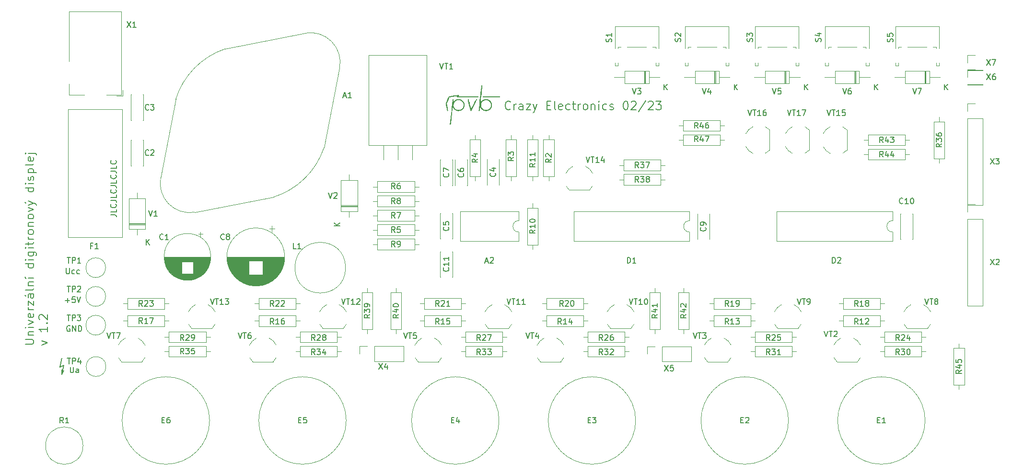
<source format=gbr>
%TF.GenerationSoftware,KiCad,Pcbnew,(6.0.9)*%
%TF.CreationDate,2023-02-11T16:03:26+01:00*%
%TF.ProjectId,display_board,64697370-6c61-4795-9f62-6f6172642e6b,rev?*%
%TF.SameCoordinates,Original*%
%TF.FileFunction,Legend,Top*%
%TF.FilePolarity,Positive*%
%FSLAX46Y46*%
G04 Gerber Fmt 4.6, Leading zero omitted, Abs format (unit mm)*
G04 Created by KiCad (PCBNEW (6.0.9)) date 2023-02-11 16:03:26*
%MOMM*%
%LPD*%
G01*
G04 APERTURE LIST*
%ADD10C,0.150000*%
%ADD11C,0.000000*%
%ADD12C,0.120000*%
G04 APERTURE END LIST*
D10*
X61595000Y-125491875D02*
X60960000Y-125809375D01*
X61277500Y-127079375D02*
X61595000Y-126444375D01*
X60960000Y-125809375D02*
X61277500Y-124221875D01*
X61277500Y-127079375D02*
X61277500Y-126285625D01*
D11*
G36*
X131376378Y-77767258D02*
G01*
X131389213Y-77773297D01*
X131395241Y-77776997D01*
X131400867Y-77780829D01*
X131406090Y-77784793D01*
X131410911Y-77788886D01*
X131415329Y-77793105D01*
X131419344Y-77797449D01*
X131422958Y-77801914D01*
X131426169Y-77806499D01*
X131428979Y-77811202D01*
X131431386Y-77816020D01*
X131433391Y-77820950D01*
X131434995Y-77825991D01*
X131436196Y-77831141D01*
X131436996Y-77836396D01*
X131437395Y-77841755D01*
X131437392Y-77847216D01*
X131436987Y-77852775D01*
X131436181Y-77858432D01*
X131434974Y-77864183D01*
X131433366Y-77870026D01*
X131431357Y-77875960D01*
X131428947Y-77881981D01*
X131426135Y-77888088D01*
X131422923Y-77894278D01*
X131419311Y-77900548D01*
X131415297Y-77906898D01*
X131410883Y-77913323D01*
X131406069Y-77919823D01*
X131400854Y-77926395D01*
X131395239Y-77933036D01*
X131389223Y-77939744D01*
X131382808Y-77946517D01*
X131337564Y-77993054D01*
X133057600Y-77998359D01*
X134777635Y-78003664D01*
X134803286Y-78033433D01*
X134806264Y-78037019D01*
X134809049Y-78040642D01*
X134811643Y-78044299D01*
X134814044Y-78047988D01*
X134816253Y-78051706D01*
X134818270Y-78055452D01*
X134820095Y-78059222D01*
X134821728Y-78063013D01*
X134823169Y-78066825D01*
X134824417Y-78070653D01*
X134825474Y-78074497D01*
X134826338Y-78078352D01*
X134827011Y-78082218D01*
X134827491Y-78086090D01*
X134827779Y-78089968D01*
X134827875Y-78093848D01*
X134827779Y-78097728D01*
X134827491Y-78101606D01*
X134827011Y-78105478D01*
X134826338Y-78109344D01*
X134825474Y-78113199D01*
X134824417Y-78117043D01*
X134823169Y-78120871D01*
X134821728Y-78124683D01*
X134820095Y-78128475D01*
X134818270Y-78132244D01*
X134816253Y-78135990D01*
X134814044Y-78139708D01*
X134811643Y-78143397D01*
X134809049Y-78147054D01*
X134806264Y-78150677D01*
X134803286Y-78154263D01*
X134777635Y-78184032D01*
X132935279Y-78186817D01*
X131492636Y-78186303D01*
X131171963Y-78182996D01*
X131063193Y-78177365D01*
X131059855Y-78175877D01*
X131056563Y-78174185D01*
X131053323Y-78172299D01*
X131050141Y-78170229D01*
X131047022Y-78167985D01*
X131043972Y-78165577D01*
X131040997Y-78163014D01*
X131038101Y-78160307D01*
X131035291Y-78157465D01*
X131032572Y-78154498D01*
X131029950Y-78151417D01*
X131027430Y-78148230D01*
X131025017Y-78144948D01*
X131022718Y-78141581D01*
X131020538Y-78138138D01*
X131018482Y-78134629D01*
X131016555Y-78131065D01*
X131014765Y-78127455D01*
X131013115Y-78123808D01*
X131011612Y-78120136D01*
X131010261Y-78116447D01*
X131009067Y-78112751D01*
X131008037Y-78109059D01*
X131007176Y-78105380D01*
X131006489Y-78101724D01*
X131005981Y-78098101D01*
X131005659Y-78094520D01*
X131005529Y-78090993D01*
X131005594Y-78087527D01*
X131005862Y-78084135D01*
X131006337Y-78080824D01*
X131007025Y-78077605D01*
X131007799Y-78074932D01*
X131008833Y-78071998D01*
X131010112Y-78068833D01*
X131011616Y-78065466D01*
X131013330Y-78061927D01*
X131015235Y-78058246D01*
X131017314Y-78054451D01*
X131019550Y-78050573D01*
X131021926Y-78046640D01*
X131024423Y-78042683D01*
X131027025Y-78038731D01*
X131029713Y-78034813D01*
X131032472Y-78030959D01*
X131035282Y-78027198D01*
X131038128Y-78023560D01*
X131040991Y-78020074D01*
X131068779Y-77987107D01*
X131027708Y-77993018D01*
X130869719Y-78015415D01*
X130205421Y-78109780D01*
X129866970Y-78157487D01*
X129811508Y-78165521D01*
X129765334Y-78172855D01*
X129733267Y-78178676D01*
X129724030Y-78180767D01*
X129721374Y-78181563D01*
X129720126Y-78182176D01*
X129644818Y-78361822D01*
X129490673Y-78746883D01*
X129338744Y-79133103D01*
X129270089Y-79316231D01*
X129272486Y-79332174D01*
X129279355Y-79370155D01*
X129304582Y-79502297D01*
X129341919Y-79692789D01*
X129387513Y-79921763D01*
X129432683Y-80150851D01*
X129468868Y-80341655D01*
X129492392Y-80474258D01*
X129498256Y-80512510D01*
X129499576Y-80528744D01*
X129498082Y-80534077D01*
X129496331Y-80539239D01*
X129494331Y-80544225D01*
X129492093Y-80549032D01*
X129489626Y-80553654D01*
X129486937Y-80558088D01*
X129484037Y-80562328D01*
X129480934Y-80566371D01*
X129477639Y-80570211D01*
X129474158Y-80573845D01*
X129470503Y-80577268D01*
X129466681Y-80580475D01*
X129462703Y-80583463D01*
X129458577Y-80586226D01*
X129454311Y-80588760D01*
X129449917Y-80591060D01*
X129445401Y-80593123D01*
X129440774Y-80594944D01*
X129436045Y-80596518D01*
X129431222Y-80597841D01*
X129426315Y-80598908D01*
X129421333Y-80599715D01*
X129416284Y-80600258D01*
X129411179Y-80600532D01*
X129406026Y-80600532D01*
X129400834Y-80600255D01*
X129395613Y-80599695D01*
X129390370Y-80598848D01*
X129385117Y-80597710D01*
X129379861Y-80596277D01*
X129374612Y-80594543D01*
X129369378Y-80592505D01*
X129369378Y-80592508D01*
X129366028Y-80590974D01*
X129362657Y-80589180D01*
X129359284Y-80587148D01*
X129355932Y-80584900D01*
X129352622Y-80582456D01*
X129349375Y-80579837D01*
X129346212Y-80577065D01*
X129343154Y-80574160D01*
X129340223Y-80571143D01*
X129337441Y-80568036D01*
X129334828Y-80564860D01*
X129332406Y-80561635D01*
X129330196Y-80558383D01*
X129328220Y-80555125D01*
X129326498Y-80551882D01*
X129325052Y-80548675D01*
X129320071Y-80530147D01*
X129310630Y-80488872D01*
X129280561Y-80348553D01*
X129239243Y-80148670D01*
X129191072Y-79910173D01*
X129123780Y-79570867D01*
X129102903Y-79461415D01*
X129089120Y-79383480D01*
X129081367Y-79330600D01*
X129078581Y-79296312D01*
X129079697Y-79274153D01*
X129083651Y-79257661D01*
X129107594Y-79194447D01*
X129162353Y-79055199D01*
X129331753Y-78630867D01*
X129434010Y-78378863D01*
X129512093Y-78191867D01*
X129564726Y-78072867D01*
X129581100Y-78039799D01*
X129590633Y-78024849D01*
X129592945Y-78022844D01*
X129595703Y-78020871D01*
X129599027Y-78018910D01*
X129603038Y-78016940D01*
X129607858Y-78014942D01*
X129613607Y-78012896D01*
X129620406Y-78010782D01*
X129628377Y-78008580D01*
X129637641Y-78006270D01*
X129648318Y-78003833D01*
X129674397Y-77998495D01*
X129707582Y-77992407D01*
X129748843Y-77985410D01*
X129799147Y-77977344D01*
X129859463Y-77968050D01*
X129930758Y-77957370D01*
X130014002Y-77945143D01*
X130220207Y-77915413D01*
X130485826Y-77877585D01*
X130986528Y-77806891D01*
X131248914Y-77772304D01*
X131316556Y-77765569D01*
X131355602Y-77764285D01*
X131376378Y-77767258D01*
G37*
D10*
X61277500Y-127079375D02*
X61595000Y-125491875D01*
D11*
G36*
X138631651Y-78003639D02*
G01*
X138635406Y-78004631D01*
X138639072Y-78005762D01*
X138642647Y-78007030D01*
X138646129Y-78008431D01*
X138649515Y-78009964D01*
X138652805Y-78011625D01*
X138655995Y-78013412D01*
X138659084Y-78015322D01*
X138662070Y-78017353D01*
X138664951Y-78019501D01*
X138667724Y-78021765D01*
X138670388Y-78024141D01*
X138672941Y-78026627D01*
X138675381Y-78029220D01*
X138677706Y-78031918D01*
X138679913Y-78034717D01*
X138682001Y-78037616D01*
X138683968Y-78040612D01*
X138685811Y-78043701D01*
X138687530Y-78046881D01*
X138689121Y-78050150D01*
X138690582Y-78053505D01*
X138691913Y-78056943D01*
X138693110Y-78060462D01*
X138694172Y-78064059D01*
X138695096Y-78067730D01*
X138695882Y-78071475D01*
X138696526Y-78075289D01*
X138697026Y-78079171D01*
X138697381Y-78083117D01*
X138697589Y-78087125D01*
X138697648Y-78091193D01*
X138697554Y-78099281D01*
X138697304Y-78106612D01*
X138696858Y-78113260D01*
X138696178Y-78119299D01*
X138695224Y-78124805D01*
X138693958Y-78129851D01*
X138693196Y-78132225D01*
X138692341Y-78134512D01*
X138691389Y-78136721D01*
X138690334Y-78138861D01*
X138689173Y-78140943D01*
X138687899Y-78142974D01*
X138686509Y-78144965D01*
X138684996Y-78146925D01*
X138681587Y-78150788D01*
X138677633Y-78154637D01*
X138673095Y-78158546D01*
X138667933Y-78162591D01*
X138662111Y-78166845D01*
X138655587Y-78171382D01*
X138653021Y-78172899D01*
X138649751Y-78174328D01*
X138645564Y-78175672D01*
X138640244Y-78176933D01*
X138633578Y-78178115D01*
X138625352Y-78179218D01*
X138603362Y-78181203D01*
X138572560Y-78182907D01*
X138531235Y-78184352D01*
X138477672Y-78185556D01*
X138410159Y-78186541D01*
X138326981Y-78187326D01*
X138226427Y-78187931D01*
X137966334Y-78188684D01*
X137616175Y-78188960D01*
X137162245Y-78188919D01*
X135969644Y-78185859D01*
X135738262Y-78181416D01*
X135684948Y-78178189D01*
X135662229Y-78174184D01*
X135662230Y-78174187D01*
X135658837Y-78172635D01*
X135655469Y-78170944D01*
X135652147Y-78169130D01*
X135648890Y-78167210D01*
X135645719Y-78165200D01*
X135642655Y-78163117D01*
X135639718Y-78160977D01*
X135636928Y-78158798D01*
X135634307Y-78156594D01*
X135631873Y-78154384D01*
X135629649Y-78152184D01*
X135627653Y-78150009D01*
X135625907Y-78147878D01*
X135624431Y-78145805D01*
X135623246Y-78143809D01*
X135622372Y-78141905D01*
X135620127Y-78135254D01*
X135618333Y-78128213D01*
X135616981Y-78120854D01*
X135616063Y-78113248D01*
X135615569Y-78105467D01*
X135615493Y-78097582D01*
X135615824Y-78089663D01*
X135616556Y-78081784D01*
X135617679Y-78074015D01*
X135619184Y-78066427D01*
X135621064Y-78059092D01*
X135623310Y-78052082D01*
X135625914Y-78045467D01*
X135628866Y-78039319D01*
X135632159Y-78033710D01*
X135635784Y-78028711D01*
X135656101Y-78003664D01*
X137131783Y-78000719D01*
X138181088Y-78000364D01*
X138631651Y-78003639D01*
G37*
G36*
X135051994Y-78979779D02*
G01*
X135137509Y-78210557D01*
X135173170Y-77886345D01*
X135211426Y-77547436D01*
X135296903Y-76778214D01*
X135315662Y-76608123D01*
X135332503Y-76459916D01*
X135345594Y-76341316D01*
X135351261Y-76285834D01*
X135355342Y-76242412D01*
X135357138Y-76224677D01*
X135359426Y-76206811D01*
X135362113Y-76189298D01*
X135365103Y-76172624D01*
X135368304Y-76157274D01*
X135371622Y-76143735D01*
X135374962Y-76132491D01*
X135376611Y-76127882D01*
X135378230Y-76124029D01*
X135380994Y-76118513D01*
X135384030Y-76113284D01*
X135387325Y-76108346D01*
X135390865Y-76103698D01*
X135394635Y-76099345D01*
X135398622Y-76095288D01*
X135402811Y-76091529D01*
X135407189Y-76088070D01*
X135411740Y-76084913D01*
X135416452Y-76082061D01*
X135421309Y-76079516D01*
X135426298Y-76077280D01*
X135431404Y-76075354D01*
X135436614Y-76073742D01*
X135441914Y-76072445D01*
X135447288Y-76071466D01*
X135452724Y-76070806D01*
X135458206Y-76070467D01*
X135463721Y-76070453D01*
X135469255Y-76070765D01*
X135474794Y-76071404D01*
X135480322Y-76072374D01*
X135485827Y-76073677D01*
X135491295Y-76075314D01*
X135496710Y-76077288D01*
X135502059Y-76079600D01*
X135507328Y-76082254D01*
X135512502Y-76085250D01*
X135517568Y-76088592D01*
X135522511Y-76092282D01*
X135527318Y-76096321D01*
X135531973Y-76100712D01*
X135534414Y-76103285D01*
X135536686Y-76106003D01*
X135538787Y-76108922D01*
X135540714Y-76112098D01*
X135542466Y-76115587D01*
X135544041Y-76119446D01*
X135545436Y-76123732D01*
X135546649Y-76128499D01*
X135547679Y-76133806D01*
X135548523Y-76139707D01*
X135549178Y-76146261D01*
X135549644Y-76153522D01*
X135549918Y-76161547D01*
X135549997Y-76170393D01*
X135549879Y-76180116D01*
X135549564Y-76190772D01*
X135549047Y-76202418D01*
X135548328Y-76215110D01*
X135546273Y-76243857D01*
X135543383Y-76277464D01*
X135539639Y-76316383D01*
X135535026Y-76361064D01*
X135529526Y-76411957D01*
X135515799Y-76534185D01*
X135462034Y-77011633D01*
X135408605Y-77491739D01*
X135354891Y-77974492D01*
X135301549Y-78454586D01*
X135254789Y-78873635D01*
X135247168Y-78943903D01*
X135241404Y-79001923D01*
X135238059Y-79041675D01*
X135237470Y-79052818D01*
X135237695Y-79057136D01*
X135237897Y-79057233D01*
X135238173Y-79057196D01*
X135238521Y-79057030D01*
X135238940Y-79056737D01*
X135239426Y-79056320D01*
X135239979Y-79055782D01*
X135241273Y-79054356D01*
X135242806Y-79052485D01*
X135244559Y-79050191D01*
X135246518Y-79047500D01*
X135248664Y-79044436D01*
X135250981Y-79041023D01*
X135253452Y-79037287D01*
X135256060Y-79033251D01*
X135258789Y-79028940D01*
X135261621Y-79024378D01*
X135264539Y-79019591D01*
X135267528Y-79014602D01*
X135270569Y-79009435D01*
X135284202Y-78986974D01*
X135299006Y-78964263D01*
X135314895Y-78941397D01*
X135331779Y-78918473D01*
X135349571Y-78895585D01*
X135368183Y-78872830D01*
X135387527Y-78850302D01*
X135407515Y-78828097D01*
X135428059Y-78806312D01*
X135449070Y-78785040D01*
X135470461Y-78764378D01*
X135492144Y-78744422D01*
X135514031Y-78725266D01*
X135536034Y-78707006D01*
X135558064Y-78689739D01*
X135580035Y-78673558D01*
X135595343Y-78663125D01*
X135612403Y-78652350D01*
X135631014Y-78641325D01*
X135650979Y-78630139D01*
X135694171Y-78607652D01*
X135740390Y-78585616D01*
X135788043Y-78564759D01*
X135835540Y-78545806D01*
X135858733Y-78537271D01*
X135881289Y-78529485D01*
X135903012Y-78522539D01*
X135923700Y-78516524D01*
X135951301Y-78509312D01*
X135964211Y-78506288D01*
X135976832Y-78503622D01*
X135989395Y-78501296D01*
X136002130Y-78499285D01*
X136015265Y-78497571D01*
X136029031Y-78496131D01*
X136043658Y-78494944D01*
X136059374Y-78493989D01*
X136076410Y-78493245D01*
X136094995Y-78492690D01*
X136137731Y-78492063D01*
X136189420Y-78491939D01*
X136240604Y-78492202D01*
X136283182Y-78492948D01*
X136318890Y-78494339D01*
X136349463Y-78496538D01*
X136376638Y-78499704D01*
X136402152Y-78504002D01*
X136427740Y-78509592D01*
X136455138Y-78516635D01*
X136512135Y-78533727D01*
X136567437Y-78553601D01*
X136620993Y-78576152D01*
X136672750Y-78601276D01*
X136722655Y-78628870D01*
X136770654Y-78658831D01*
X136816695Y-78691054D01*
X136860724Y-78725436D01*
X136902689Y-78761872D01*
X136942536Y-78800260D01*
X136980214Y-78840494D01*
X137015667Y-78882473D01*
X137048845Y-78926091D01*
X137079693Y-78971246D01*
X137108158Y-79017832D01*
X137134189Y-79065747D01*
X137157731Y-79114887D01*
X137178731Y-79165148D01*
X137197137Y-79216426D01*
X137212896Y-79268617D01*
X137225954Y-79321619D01*
X137236259Y-79375326D01*
X137243758Y-79429635D01*
X137248397Y-79484442D01*
X137250124Y-79539645D01*
X137248885Y-79595138D01*
X137244628Y-79650818D01*
X137237300Y-79706581D01*
X137226847Y-79762324D01*
X137213217Y-79817943D01*
X137196357Y-79873334D01*
X137176213Y-79928393D01*
X137161612Y-79963347D01*
X137145890Y-79997581D01*
X137129072Y-80031076D01*
X137111184Y-80063815D01*
X137092250Y-80095778D01*
X137072297Y-80126947D01*
X137051349Y-80157302D01*
X137029431Y-80186825D01*
X136982788Y-80243301D01*
X136932569Y-80296222D01*
X136878976Y-80345441D01*
X136822210Y-80390805D01*
X136762473Y-80432166D01*
X136699967Y-80469374D01*
X136634893Y-80502277D01*
X136567453Y-80530726D01*
X136532909Y-80543234D01*
X136497849Y-80554571D01*
X136462298Y-80564721D01*
X136426282Y-80573663D01*
X136389826Y-80581378D01*
X136352954Y-80587849D01*
X136315692Y-80593057D01*
X136278066Y-80596982D01*
X136195805Y-80600934D01*
X136114422Y-80598577D01*
X136034202Y-80590075D01*
X135955436Y-80575594D01*
X135878410Y-80555298D01*
X135803413Y-80529352D01*
X135730732Y-80497922D01*
X135660656Y-80461172D01*
X135593472Y-80419268D01*
X135529468Y-80372374D01*
X135468933Y-80320655D01*
X135412153Y-80264276D01*
X135359418Y-80203403D01*
X135311015Y-80138200D01*
X135267232Y-80068833D01*
X135228356Y-79995465D01*
X135221155Y-79980088D01*
X135213889Y-79963744D01*
X135206756Y-79946932D01*
X135199955Y-79930154D01*
X135193683Y-79913911D01*
X135188139Y-79898703D01*
X135183522Y-79885030D01*
X135180029Y-79873394D01*
X135177524Y-79864715D01*
X135174910Y-79856510D01*
X135172225Y-79848836D01*
X135169507Y-79841752D01*
X135166791Y-79835315D01*
X135164116Y-79829582D01*
X135161519Y-79824611D01*
X135159037Y-79820459D01*
X135156707Y-79817185D01*
X135154568Y-79814844D01*
X135153580Y-79814042D01*
X135152655Y-79813496D01*
X135151795Y-79813212D01*
X135151006Y-79813197D01*
X135150292Y-79813459D01*
X135149659Y-79814005D01*
X135149110Y-79814842D01*
X135148650Y-79815978D01*
X135148285Y-79817419D01*
X135148018Y-79819172D01*
X135147799Y-79823647D01*
X135136054Y-79941599D01*
X135109828Y-80178056D01*
X135082636Y-80413604D01*
X135067991Y-80528832D01*
X135066500Y-80534119D01*
X135064753Y-80539239D01*
X135062760Y-80544186D01*
X135060529Y-80548958D01*
X135058070Y-80553547D01*
X135055392Y-80557952D01*
X135052504Y-80562166D01*
X135049415Y-80566185D01*
X135046134Y-80570006D01*
X135042671Y-80573622D01*
X135039035Y-80577031D01*
X135035234Y-80580226D01*
X135031279Y-80583205D01*
X135027177Y-80585961D01*
X135022939Y-80588491D01*
X135018574Y-80590791D01*
X135014090Y-80592855D01*
X135009496Y-80594679D01*
X135004803Y-80596259D01*
X135000019Y-80597590D01*
X134995153Y-80598668D01*
X134990215Y-80599488D01*
X134985213Y-80600045D01*
X134980157Y-80600336D01*
X134975055Y-80600355D01*
X134969918Y-80600098D01*
X134964754Y-80599560D01*
X134959573Y-80598738D01*
X134954383Y-80597626D01*
X134949193Y-80596220D01*
X134944014Y-80594515D01*
X134938854Y-80592508D01*
X134938855Y-80592508D01*
X134933810Y-80590293D01*
X134929047Y-80587987D01*
X134924563Y-80585569D01*
X134920352Y-80583016D01*
X134916410Y-80580306D01*
X134912735Y-80577418D01*
X134909321Y-80574328D01*
X134906164Y-80571015D01*
X134903261Y-80567457D01*
X134900607Y-80563631D01*
X134898197Y-80559516D01*
X134896029Y-80555090D01*
X134894098Y-80550330D01*
X134892399Y-80545214D01*
X134890929Y-80539720D01*
X134889684Y-80533827D01*
X134888658Y-80527511D01*
X134887850Y-80520752D01*
X134887253Y-80513526D01*
X134886865Y-80505812D01*
X134886680Y-80497587D01*
X134886695Y-80488830D01*
X134886906Y-80479519D01*
X134887309Y-80469630D01*
X134887899Y-80459143D01*
X134888673Y-80448035D01*
X134890754Y-80423868D01*
X134893519Y-80396952D01*
X134896936Y-80367111D01*
X134932009Y-80061520D01*
X134977526Y-79648207D01*
X134989938Y-79535253D01*
X135317255Y-79535253D01*
X135318076Y-79582920D01*
X135321557Y-79630807D01*
X135327749Y-79678818D01*
X135336702Y-79726860D01*
X135348467Y-79774837D01*
X135363095Y-79822655D01*
X135380637Y-79870220D01*
X135389081Y-79890603D01*
X135397814Y-79910343D01*
X135406884Y-79929510D01*
X135416340Y-79948175D01*
X135426229Y-79966407D01*
X135436599Y-79984276D01*
X135447499Y-80001855D01*
X135458976Y-80019211D01*
X135471078Y-80036417D01*
X135483853Y-80053542D01*
X135497350Y-80070657D01*
X135511616Y-80087831D01*
X135526699Y-80105136D01*
X135542647Y-80122641D01*
X135559508Y-80140417D01*
X135577330Y-80158534D01*
X135617195Y-80196214D01*
X135658354Y-80230853D01*
X135700795Y-80262449D01*
X135744507Y-80290998D01*
X135789476Y-80316496D01*
X135835693Y-80338939D01*
X135883144Y-80358325D01*
X135931817Y-80374650D01*
X135981702Y-80387910D01*
X136032785Y-80398101D01*
X136085055Y-80405220D01*
X136138500Y-80409263D01*
X136193109Y-80410227D01*
X136248868Y-80408109D01*
X136305767Y-80402904D01*
X136363794Y-80394608D01*
X136363795Y-80394608D01*
X136377160Y-80392083D01*
X136391604Y-80388836D01*
X136406973Y-80384925D01*
X136423110Y-80380407D01*
X136457068Y-80369782D01*
X136492235Y-80357421D01*
X136527367Y-80343784D01*
X136561219Y-80329330D01*
X136592549Y-80314520D01*
X136606879Y-80307126D01*
X136620113Y-80299814D01*
X136648099Y-80283054D01*
X136675295Y-80265363D01*
X136701688Y-80246769D01*
X136727264Y-80227302D01*
X136752006Y-80206990D01*
X136775902Y-80185861D01*
X136798937Y-80163945D01*
X136821096Y-80141269D01*
X136842364Y-80117863D01*
X136862728Y-80093754D01*
X136882174Y-80068971D01*
X136900685Y-80043544D01*
X136918249Y-80017500D01*
X136934851Y-79990868D01*
X136950475Y-79963677D01*
X136965109Y-79935954D01*
X136978737Y-79907730D01*
X136991345Y-79879032D01*
X137002919Y-79849888D01*
X137013443Y-79820329D01*
X137022905Y-79790381D01*
X137031288Y-79760073D01*
X137038580Y-79729435D01*
X137044765Y-79698495D01*
X137049829Y-79667281D01*
X137053757Y-79635821D01*
X137056536Y-79604145D01*
X137058150Y-79572281D01*
X137058585Y-79540257D01*
X137057828Y-79508103D01*
X137055862Y-79475846D01*
X137052675Y-79443516D01*
X137042971Y-79380169D01*
X137029017Y-79318533D01*
X137010929Y-79258751D01*
X136988825Y-79200962D01*
X136962821Y-79145310D01*
X136933032Y-79091934D01*
X136899576Y-79040978D01*
X136862569Y-78992581D01*
X136822128Y-78946887D01*
X136778368Y-78904035D01*
X136731407Y-78864169D01*
X136681361Y-78827428D01*
X136628345Y-78793955D01*
X136572478Y-78763891D01*
X136513875Y-78737378D01*
X136452652Y-78714557D01*
X136430084Y-78707638D01*
X136405858Y-78701401D01*
X136380190Y-78695857D01*
X136353292Y-78691017D01*
X136325381Y-78686892D01*
X136296669Y-78683494D01*
X136267371Y-78680832D01*
X136237701Y-78678919D01*
X136207874Y-78677765D01*
X136178104Y-78677381D01*
X136148605Y-78677779D01*
X136119592Y-78678969D01*
X136091277Y-78680963D01*
X136063877Y-78683771D01*
X136037605Y-78687405D01*
X136012675Y-78691875D01*
X135963501Y-78703283D01*
X135915718Y-78717278D01*
X135869375Y-78733764D01*
X135824525Y-78752647D01*
X135781218Y-78773833D01*
X135739504Y-78797226D01*
X135699435Y-78822733D01*
X135661060Y-78850257D01*
X135624432Y-78879706D01*
X135589600Y-78910983D01*
X135556616Y-78943995D01*
X135525530Y-78978647D01*
X135496393Y-79014843D01*
X135469256Y-79052490D01*
X135444169Y-79091493D01*
X135421184Y-79131756D01*
X135400350Y-79173186D01*
X135381720Y-79215688D01*
X135365344Y-79259166D01*
X135351271Y-79303527D01*
X135339555Y-79348676D01*
X135330244Y-79394517D01*
X135323390Y-79440957D01*
X135319043Y-79487901D01*
X135317255Y-79535253D01*
X134989938Y-79535253D01*
X135013466Y-79321154D01*
X135051994Y-78979779D01*
G37*
G36*
X130221276Y-79117710D02*
G01*
X130237011Y-78979482D01*
X130253320Y-78825936D01*
X130261828Y-78744393D01*
X130269244Y-78679114D01*
X130275970Y-78627997D01*
X130282404Y-78588942D01*
X130288948Y-78559849D01*
X130292385Y-78548381D01*
X130296000Y-78538615D01*
X130299842Y-78530289D01*
X130303961Y-78523140D01*
X130308408Y-78516906D01*
X130313232Y-78511324D01*
X130317482Y-78507142D01*
X130321972Y-78503357D01*
X130326680Y-78499964D01*
X130331587Y-78496957D01*
X130336670Y-78494332D01*
X130341911Y-78492083D01*
X130347288Y-78490205D01*
X130352780Y-78488693D01*
X130358366Y-78487542D01*
X130364027Y-78486747D01*
X130369741Y-78486302D01*
X130375488Y-78486204D01*
X130381247Y-78486445D01*
X130386997Y-78487023D01*
X130392718Y-78487930D01*
X130398389Y-78489163D01*
X130403990Y-78490716D01*
X130409499Y-78492584D01*
X130414896Y-78494761D01*
X130420160Y-78497244D01*
X130425272Y-78500026D01*
X130430209Y-78503102D01*
X130434951Y-78506469D01*
X130439479Y-78510119D01*
X130443770Y-78514049D01*
X130447805Y-78518253D01*
X130451562Y-78522726D01*
X130455022Y-78527462D01*
X130458162Y-78532458D01*
X130460964Y-78537707D01*
X130463405Y-78543205D01*
X130465466Y-78548946D01*
X130466265Y-78554508D01*
X130466540Y-78564214D01*
X130465640Y-78594628D01*
X130463012Y-78637323D01*
X130458900Y-78689433D01*
X130453548Y-78748091D01*
X130447203Y-78810430D01*
X130440108Y-78873584D01*
X130432509Y-78934688D01*
X130431369Y-78944806D01*
X130430675Y-78954233D01*
X130430414Y-78962765D01*
X130430443Y-78966631D01*
X130430576Y-78970195D01*
X130430812Y-78973433D01*
X130431149Y-78976319D01*
X130431587Y-78978826D01*
X130432123Y-78980930D01*
X130432756Y-78982604D01*
X130433486Y-78983823D01*
X130433886Y-78984254D01*
X130434310Y-78984561D01*
X130434757Y-78984742D01*
X130435227Y-78984793D01*
X130435762Y-78984695D01*
X130436399Y-78984431D01*
X130437137Y-78984007D01*
X130437971Y-78983425D01*
X130439917Y-78981807D01*
X130442209Y-78979610D01*
X130444821Y-78976868D01*
X130447727Y-78973614D01*
X130450900Y-78969881D01*
X130454313Y-78965702D01*
X130457940Y-78961111D01*
X130461754Y-78956139D01*
X130465729Y-78950822D01*
X130469838Y-78945191D01*
X130474055Y-78939281D01*
X130478352Y-78933123D01*
X130482704Y-78926752D01*
X130487083Y-78920201D01*
X130497105Y-78905818D01*
X130508728Y-78890507D01*
X130521795Y-78874421D01*
X130536147Y-78857711D01*
X130551627Y-78840531D01*
X130568077Y-78823034D01*
X130585339Y-78805373D01*
X130603256Y-78787701D01*
X130621670Y-78770170D01*
X130640422Y-78752933D01*
X130659356Y-78736144D01*
X130678313Y-78719955D01*
X130697135Y-78704519D01*
X130715666Y-78689989D01*
X130733746Y-78676517D01*
X130751219Y-78664258D01*
X130767710Y-78653434D01*
X130785280Y-78642573D01*
X130803812Y-78631727D01*
X130823188Y-78620950D01*
X130864005Y-78599811D01*
X130906797Y-78579580D01*
X130950626Y-78560679D01*
X130994556Y-78543532D01*
X131016266Y-78535748D01*
X131037650Y-78528561D01*
X131058592Y-78522024D01*
X131078973Y-78516189D01*
X131105926Y-78509232D01*
X131118653Y-78506308D01*
X131131181Y-78503726D01*
X131143735Y-78501468D01*
X131156541Y-78499512D01*
X131169824Y-78497839D01*
X131183810Y-78496429D01*
X131198723Y-78495261D01*
X131214788Y-78494315D01*
X131232233Y-78493572D01*
X131251280Y-78493010D01*
X131295088Y-78492353D01*
X131348014Y-78492184D01*
X131416902Y-78492927D01*
X131447635Y-78493918D01*
X131476307Y-78495401D01*
X131503232Y-78497436D01*
X131528719Y-78500081D01*
X131553081Y-78503397D01*
X131576628Y-78507444D01*
X131599673Y-78512279D01*
X131622526Y-78517964D01*
X131645500Y-78524558D01*
X131668904Y-78532119D01*
X131693051Y-78540708D01*
X131718252Y-78550385D01*
X131773062Y-78573237D01*
X131813495Y-78592087D01*
X131853739Y-78613441D01*
X131893629Y-78637138D01*
X131932995Y-78663017D01*
X131971671Y-78690916D01*
X132009490Y-78720673D01*
X132046283Y-78752126D01*
X132081884Y-78785115D01*
X132116124Y-78819478D01*
X132148837Y-78855053D01*
X132179855Y-78891679D01*
X132209010Y-78929194D01*
X132236134Y-78967437D01*
X132261062Y-79006246D01*
X132283624Y-79045460D01*
X132303653Y-79084917D01*
X132318110Y-79116979D01*
X132331615Y-79150002D01*
X132344138Y-79183830D01*
X132355651Y-79218312D01*
X132366126Y-79253291D01*
X132375533Y-79288616D01*
X132383845Y-79324132D01*
X132391032Y-79359685D01*
X132397066Y-79395121D01*
X132401917Y-79430287D01*
X132405559Y-79465029D01*
X132407961Y-79499192D01*
X132409096Y-79532624D01*
X132408934Y-79565169D01*
X132407447Y-79596675D01*
X132404607Y-79626988D01*
X132397775Y-79677505D01*
X132389459Y-79726513D01*
X132379636Y-79774065D01*
X132368282Y-79820210D01*
X132355374Y-79865002D01*
X132340889Y-79908489D01*
X132324802Y-79950725D01*
X132307092Y-79991759D01*
X132287733Y-80031644D01*
X132266703Y-80070429D01*
X132243978Y-80108167D01*
X132219535Y-80144909D01*
X132193350Y-80180705D01*
X132165400Y-80215608D01*
X132135662Y-80249667D01*
X132104112Y-80282934D01*
X132070064Y-80315951D01*
X132034884Y-80347201D01*
X131998633Y-80376678D01*
X131961374Y-80404374D01*
X131923170Y-80430284D01*
X131884083Y-80454400D01*
X131844176Y-80476715D01*
X131803512Y-80497223D01*
X131762154Y-80515917D01*
X131720164Y-80532789D01*
X131677605Y-80547834D01*
X131634539Y-80561043D01*
X131591030Y-80572411D01*
X131547140Y-80581931D01*
X131502931Y-80589595D01*
X131458467Y-80595396D01*
X131413810Y-80599329D01*
X131369022Y-80601385D01*
X131324167Y-80601559D01*
X131279308Y-80599844D01*
X131234506Y-80596231D01*
X131189824Y-80590716D01*
X131145326Y-80583290D01*
X131101074Y-80573947D01*
X131057130Y-80562681D01*
X131013558Y-80549483D01*
X130970419Y-80534348D01*
X130927778Y-80517269D01*
X130885695Y-80498238D01*
X130844235Y-80477249D01*
X130803459Y-80454296D01*
X130763431Y-80429370D01*
X130744759Y-80416583D01*
X130725106Y-80402041D01*
X130704672Y-80385944D01*
X130683655Y-80368490D01*
X130662256Y-80349879D01*
X130640674Y-80330309D01*
X130619109Y-80309979D01*
X130597760Y-80289089D01*
X130576827Y-80267837D01*
X130556510Y-80246422D01*
X130537008Y-80225044D01*
X130518521Y-80203900D01*
X130501248Y-80183191D01*
X130485389Y-80163114D01*
X130471144Y-80143870D01*
X130458712Y-80125656D01*
X130440019Y-80095265D01*
X130420526Y-80060755D01*
X130401248Y-80024243D01*
X130383199Y-79987844D01*
X130367395Y-79953672D01*
X130354849Y-79923845D01*
X130350116Y-79911221D01*
X130346578Y-79900477D01*
X130344362Y-79891876D01*
X130343595Y-79885684D01*
X130343584Y-79884909D01*
X130343552Y-79884176D01*
X130343500Y-79883486D01*
X130343426Y-79882837D01*
X130343333Y-79882231D01*
X130343219Y-79881667D01*
X130343085Y-79881146D01*
X130342931Y-79880667D01*
X130342758Y-79880231D01*
X130342565Y-79879838D01*
X130342353Y-79879487D01*
X130342123Y-79879179D01*
X130341874Y-79878914D01*
X130341606Y-79878693D01*
X130341320Y-79878514D01*
X130341017Y-79878379D01*
X130340695Y-79878287D01*
X130340357Y-79878238D01*
X130340001Y-79878233D01*
X130339627Y-79878271D01*
X130339237Y-79878353D01*
X130338831Y-79878479D01*
X130338408Y-79878649D01*
X130337969Y-79878862D01*
X130337514Y-79879119D01*
X130337044Y-79879421D01*
X130336558Y-79879766D01*
X130336057Y-79880156D01*
X130335540Y-79880590D01*
X130335010Y-79881069D01*
X130334464Y-79881591D01*
X130333904Y-79882159D01*
X130333385Y-79882891D01*
X130332828Y-79884039D01*
X130331608Y-79887540D01*
X130330257Y-79892573D01*
X130328789Y-79899049D01*
X130325557Y-79915969D01*
X130322023Y-79937586D01*
X130318297Y-79963182D01*
X130314488Y-79992042D01*
X130310708Y-80023451D01*
X130307065Y-80056692D01*
X130288866Y-80225822D01*
X130269191Y-80401516D01*
X130232032Y-80729327D01*
X130195130Y-81064638D01*
X130109615Y-81833859D01*
X130069725Y-82187562D01*
X130034775Y-82507591D01*
X130012162Y-82711512D01*
X129994826Y-82851896D01*
X129987795Y-82900789D01*
X129981673Y-82936828D01*
X129976323Y-82961025D01*
X129971609Y-82974390D01*
X129969009Y-82978851D01*
X129966129Y-82983076D01*
X129962986Y-82987061D01*
X129959594Y-82990807D01*
X129955970Y-82994310D01*
X129952129Y-82997570D01*
X129948087Y-83000583D01*
X129943860Y-83003349D01*
X129939462Y-83005866D01*
X129934911Y-83008132D01*
X129930222Y-83010145D01*
X129925410Y-83011903D01*
X129920491Y-83013405D01*
X129915481Y-83014649D01*
X129910396Y-83015632D01*
X129905251Y-83016354D01*
X129900061Y-83016812D01*
X129894844Y-83017004D01*
X129889614Y-83016929D01*
X129884386Y-83016586D01*
X129879178Y-83015971D01*
X129874004Y-83015084D01*
X129868881Y-83013923D01*
X129863823Y-83012485D01*
X129858846Y-83010769D01*
X129853967Y-83008774D01*
X129849202Y-83006497D01*
X129844564Y-83003936D01*
X129840071Y-83001091D01*
X129835739Y-82997958D01*
X129831582Y-82994537D01*
X129827616Y-82990825D01*
X129827616Y-82990823D01*
X129824495Y-82987568D01*
X129821568Y-82984227D01*
X129818836Y-82980803D01*
X129816301Y-82977298D01*
X129813963Y-82973715D01*
X129811823Y-82970057D01*
X129809883Y-82966324D01*
X129808143Y-82962521D01*
X129806604Y-82958649D01*
X129805267Y-82954710D01*
X129804134Y-82950708D01*
X129803206Y-82946643D01*
X129802482Y-82942520D01*
X129801965Y-82938339D01*
X129801656Y-82934104D01*
X129801555Y-82929816D01*
X129803446Y-82898307D01*
X129808970Y-82836557D01*
X129830173Y-82629361D01*
X129863668Y-82322275D01*
X129907962Y-81929346D01*
X129946218Y-81590436D01*
X129981879Y-81266224D01*
X130067394Y-80497003D01*
X130105650Y-80158093D01*
X130141311Y-79833882D01*
X130174779Y-79529096D01*
X130474755Y-79529096D01*
X130474913Y-79568146D01*
X130476822Y-79607059D01*
X130485829Y-79684233D01*
X130501654Y-79760136D01*
X130524172Y-79834284D01*
X130553262Y-79906196D01*
X130570232Y-79941162D01*
X130588798Y-79975388D01*
X130608945Y-80008813D01*
X130630658Y-80041378D01*
X130653921Y-80073021D01*
X130678719Y-80103682D01*
X130705036Y-80133301D01*
X130732857Y-80161818D01*
X130762166Y-80189172D01*
X130792948Y-80215303D01*
X130825188Y-80240151D01*
X130858870Y-80263655D01*
X130882743Y-80279151D01*
X130905873Y-80293436D01*
X130928489Y-80306591D01*
X130950816Y-80318695D01*
X130973083Y-80329828D01*
X130995515Y-80340068D01*
X131018341Y-80349496D01*
X131041787Y-80358191D01*
X131066080Y-80366233D01*
X131091448Y-80373701D01*
X131118117Y-80380675D01*
X131146314Y-80387235D01*
X131176266Y-80393461D01*
X131208201Y-80399431D01*
X131242346Y-80405225D01*
X131278927Y-80410924D01*
X131286598Y-80411761D01*
X131296163Y-80412286D01*
X131320182Y-80412456D01*
X131349386Y-80411542D01*
X131382181Y-80409655D01*
X131416970Y-80406903D01*
X131452158Y-80403397D01*
X131486149Y-80399246D01*
X131517346Y-80394559D01*
X131572144Y-80383109D01*
X131626065Y-80367418D01*
X131678912Y-80347664D01*
X131730486Y-80324025D01*
X131780589Y-80296679D01*
X131829022Y-80265803D01*
X131875588Y-80231576D01*
X131920087Y-80194174D01*
X131962323Y-80153777D01*
X132002096Y-80110562D01*
X132039208Y-80064707D01*
X132073462Y-80016389D01*
X132104657Y-79965786D01*
X132132598Y-79913077D01*
X132157084Y-79858439D01*
X132177918Y-79802051D01*
X132187072Y-79773539D01*
X132190858Y-79760753D01*
X132194161Y-79748572D01*
X132197014Y-79736716D01*
X132199453Y-79724904D01*
X132201509Y-79712855D01*
X132203216Y-79700288D01*
X132204609Y-79686923D01*
X132205721Y-79672478D01*
X132206584Y-79656673D01*
X132207234Y-79639226D01*
X132208025Y-79598286D01*
X132208363Y-79547412D01*
X132208357Y-79498466D01*
X132207841Y-79458374D01*
X132206636Y-79425349D01*
X132204563Y-79397607D01*
X132203146Y-79385159D01*
X132201445Y-79373363D01*
X132199437Y-79361994D01*
X132197102Y-79350830D01*
X132191357Y-79328223D01*
X132184031Y-79303757D01*
X132166832Y-79253550D01*
X132147392Y-79205112D01*
X132125741Y-79158475D01*
X132101907Y-79113670D01*
X132075921Y-79070731D01*
X132047812Y-79029688D01*
X132017610Y-78990575D01*
X131985344Y-78953424D01*
X131951044Y-78918266D01*
X131914739Y-78885133D01*
X131876460Y-78854059D01*
X131836235Y-78825075D01*
X131794095Y-78798212D01*
X131750069Y-78773505D01*
X131704186Y-78750983D01*
X131656476Y-78730681D01*
X131635967Y-78722875D01*
X131615699Y-78715755D01*
X131595568Y-78709305D01*
X131575467Y-78703512D01*
X131555295Y-78698360D01*
X131534945Y-78693835D01*
X131514314Y-78689921D01*
X131493297Y-78686604D01*
X131471790Y-78683868D01*
X131449689Y-78681700D01*
X131426889Y-78680084D01*
X131403286Y-78679005D01*
X131378776Y-78678448D01*
X131353254Y-78678399D01*
X131326616Y-78678843D01*
X131298758Y-78679764D01*
X131262237Y-78681834D01*
X131226785Y-78685056D01*
X131192321Y-78689461D01*
X131158762Y-78695081D01*
X131126028Y-78701946D01*
X131094036Y-78710087D01*
X131062704Y-78719533D01*
X131031952Y-78730317D01*
X131001697Y-78742468D01*
X130971859Y-78756018D01*
X130942354Y-78770997D01*
X130913102Y-78787435D01*
X130884021Y-78805364D01*
X130855030Y-78824815D01*
X130826046Y-78845816D01*
X130796988Y-78868401D01*
X130778828Y-78883308D01*
X130761442Y-78898256D01*
X130744784Y-78913301D01*
X130728805Y-78928502D01*
X130713459Y-78943918D01*
X130698699Y-78959607D01*
X130684476Y-78975627D01*
X130670744Y-78992037D01*
X130657454Y-79008895D01*
X130644560Y-79026260D01*
X130632014Y-79044189D01*
X130619769Y-79062742D01*
X130607778Y-79081976D01*
X130595992Y-79101949D01*
X130584365Y-79122721D01*
X130572849Y-79144350D01*
X130554653Y-79181449D01*
X130538362Y-79219014D01*
X130523960Y-79256986D01*
X130511432Y-79295303D01*
X130500763Y-79333907D01*
X130491937Y-79372735D01*
X130484938Y-79411729D01*
X130479752Y-79450827D01*
X130476363Y-79489969D01*
X130474755Y-79529096D01*
X130174779Y-79529096D01*
X130190271Y-79388014D01*
X130221276Y-79117710D01*
G37*
G36*
X134493796Y-78484963D02*
G01*
X134500323Y-78485581D01*
X134506813Y-78486634D01*
X134513236Y-78488111D01*
X134519563Y-78489999D01*
X134525764Y-78492286D01*
X134531810Y-78494961D01*
X134537673Y-78498011D01*
X134543321Y-78501424D01*
X134548726Y-78505190D01*
X134553859Y-78509295D01*
X134558689Y-78513728D01*
X134563188Y-78518477D01*
X134567326Y-78523530D01*
X134571074Y-78528875D01*
X134574402Y-78534500D01*
X134577281Y-78540393D01*
X134579681Y-78546543D01*
X134581573Y-78552937D01*
X134582928Y-78559564D01*
X134583716Y-78566411D01*
X134583907Y-78573466D01*
X134582039Y-78581421D01*
X134576549Y-78596276D01*
X134554466Y-78647160D01*
X134517200Y-78727065D01*
X134464291Y-78836937D01*
X134395277Y-78977720D01*
X134309700Y-79150361D01*
X134087012Y-79594996D01*
X133817069Y-80130133D01*
X133663610Y-80428440D01*
X133619051Y-80510529D01*
X133589799Y-80559509D01*
X133571250Y-80584078D01*
X133558799Y-80592936D01*
X133555434Y-80594075D01*
X133551933Y-80595144D01*
X133548324Y-80596137D01*
X133544636Y-80597052D01*
X133540895Y-80597884D01*
X133537131Y-80598631D01*
X133533371Y-80599286D01*
X133529643Y-80599848D01*
X133525974Y-80600312D01*
X133522394Y-80600674D01*
X133518929Y-80600930D01*
X133515608Y-80601077D01*
X133512458Y-80601110D01*
X133509508Y-80601026D01*
X133506786Y-80600820D01*
X133504319Y-80600490D01*
X133504318Y-80600490D01*
X133499131Y-80599580D01*
X133494219Y-80598532D01*
X133489525Y-80597159D01*
X133487242Y-80596292D01*
X133484992Y-80595274D01*
X133482768Y-80594081D01*
X133480563Y-80592689D01*
X133478370Y-80591076D01*
X133476181Y-80589217D01*
X133473990Y-80587090D01*
X133471790Y-80584671D01*
X133469573Y-80581936D01*
X133467332Y-80578862D01*
X133465060Y-80575425D01*
X133462750Y-80571603D01*
X133460395Y-80567371D01*
X133457988Y-80562707D01*
X133455521Y-80557587D01*
X133452988Y-80551987D01*
X133450381Y-80545884D01*
X133447693Y-80539254D01*
X133442047Y-80524322D01*
X133435993Y-80507002D01*
X133429473Y-80487109D01*
X133422430Y-80464453D01*
X133414809Y-80438847D01*
X133406550Y-80410105D01*
X133397599Y-80378038D01*
X133387897Y-80342460D01*
X133377388Y-80303181D01*
X133366015Y-80260016D01*
X133353720Y-80212777D01*
X133340448Y-80161276D01*
X133310740Y-80044738D01*
X133276436Y-79908903D01*
X133192217Y-79573343D01*
X133019518Y-78875668D01*
X132966976Y-78656653D01*
X132947671Y-78568162D01*
X132947973Y-78561526D01*
X132948871Y-78555093D01*
X132950338Y-78548873D01*
X132952342Y-78542877D01*
X132954854Y-78537118D01*
X132957843Y-78531604D01*
X132961280Y-78526348D01*
X132965135Y-78521360D01*
X132969377Y-78516651D01*
X132973976Y-78512233D01*
X132978904Y-78508116D01*
X132984129Y-78504311D01*
X132989621Y-78500829D01*
X132995352Y-78497681D01*
X133001289Y-78494879D01*
X133007405Y-78492432D01*
X133013668Y-78490352D01*
X133020049Y-78488651D01*
X133026517Y-78487338D01*
X133033043Y-78486426D01*
X133039596Y-78485924D01*
X133046147Y-78485844D01*
X133052666Y-78486196D01*
X133059122Y-78486993D01*
X133065486Y-78488244D01*
X133071728Y-78489961D01*
X133077817Y-78492155D01*
X133083724Y-78494837D01*
X133089418Y-78498017D01*
X133094870Y-78501706D01*
X133100050Y-78505916D01*
X133104927Y-78510658D01*
X133108677Y-78516277D01*
X133113322Y-78526325D01*
X133118979Y-78541236D01*
X133125767Y-78561444D01*
X133133801Y-78587384D01*
X133143199Y-78619491D01*
X133166555Y-78703943D01*
X133196771Y-78818275D01*
X133234786Y-78965965D01*
X133281535Y-79150488D01*
X133337956Y-79375321D01*
X133488757Y-79968882D01*
X133536451Y-80149456D01*
X133556128Y-80215790D01*
X133566318Y-80198639D01*
X133592431Y-80149463D01*
X133685392Y-79968830D01*
X133820939Y-79701479D01*
X133985000Y-79375000D01*
X134288746Y-78774145D01*
X134386187Y-78585906D01*
X134427960Y-78510289D01*
X134432954Y-78505334D01*
X134438235Y-78500946D01*
X134443773Y-78497111D01*
X134449538Y-78493819D01*
X134455501Y-78491058D01*
X134461634Y-78488815D01*
X134467905Y-78487079D01*
X134474287Y-78485838D01*
X134480749Y-78485079D01*
X134487262Y-78484791D01*
X134493796Y-78484963D01*
G37*
D10*
X62761904Y-125817380D02*
X62761904Y-126626904D01*
X62809523Y-126722142D01*
X62857142Y-126769761D01*
X62952380Y-126817380D01*
X63142857Y-126817380D01*
X63238095Y-126769761D01*
X63285714Y-126722142D01*
X63333333Y-126626904D01*
X63333333Y-125817380D01*
X64238095Y-126817380D02*
X64238095Y-126293571D01*
X64190476Y-126198333D01*
X64095238Y-126150714D01*
X63904761Y-126150714D01*
X63809523Y-126198333D01*
X64238095Y-126769761D02*
X64142857Y-126817380D01*
X63904761Y-126817380D01*
X63809523Y-126769761D01*
X63761904Y-126674523D01*
X63761904Y-126579285D01*
X63809523Y-126484047D01*
X63904761Y-126436428D01*
X64142857Y-126436428D01*
X64238095Y-126388809D01*
X62688095Y-118562500D02*
X62592857Y-118514880D01*
X62450000Y-118514880D01*
X62307142Y-118562500D01*
X62211904Y-118657738D01*
X62164285Y-118752976D01*
X62116666Y-118943452D01*
X62116666Y-119086309D01*
X62164285Y-119276785D01*
X62211904Y-119372023D01*
X62307142Y-119467261D01*
X62450000Y-119514880D01*
X62545238Y-119514880D01*
X62688095Y-119467261D01*
X62735714Y-119419642D01*
X62735714Y-119086309D01*
X62545238Y-119086309D01*
X63164285Y-119514880D02*
X63164285Y-118514880D01*
X63735714Y-119514880D01*
X63735714Y-118514880D01*
X64211904Y-119514880D02*
X64211904Y-118514880D01*
X64450000Y-118514880D01*
X64592857Y-118562500D01*
X64688095Y-118657738D01*
X64735714Y-118752976D01*
X64783333Y-118943452D01*
X64783333Y-119086309D01*
X64735714Y-119276785D01*
X64688095Y-119372023D01*
X64592857Y-119467261D01*
X64450000Y-119514880D01*
X64211904Y-119514880D01*
X140495357Y-80228214D02*
X140423928Y-80299642D01*
X140209642Y-80371071D01*
X140066785Y-80371071D01*
X139852500Y-80299642D01*
X139709642Y-80156785D01*
X139638214Y-80013928D01*
X139566785Y-79728214D01*
X139566785Y-79513928D01*
X139638214Y-79228214D01*
X139709642Y-79085357D01*
X139852500Y-78942500D01*
X140066785Y-78871071D01*
X140209642Y-78871071D01*
X140423928Y-78942500D01*
X140495357Y-79013928D01*
X141138214Y-80371071D02*
X141138214Y-79371071D01*
X141138214Y-79656785D02*
X141209642Y-79513928D01*
X141281071Y-79442500D01*
X141423928Y-79371071D01*
X141566785Y-79371071D01*
X142709642Y-80371071D02*
X142709642Y-79585357D01*
X142638214Y-79442500D01*
X142495357Y-79371071D01*
X142209642Y-79371071D01*
X142066785Y-79442500D01*
X142709642Y-80299642D02*
X142566785Y-80371071D01*
X142209642Y-80371071D01*
X142066785Y-80299642D01*
X141995357Y-80156785D01*
X141995357Y-80013928D01*
X142066785Y-79871071D01*
X142209642Y-79799642D01*
X142566785Y-79799642D01*
X142709642Y-79728214D01*
X143281071Y-79371071D02*
X144066785Y-79371071D01*
X143281071Y-80371071D01*
X144066785Y-80371071D01*
X144495357Y-79371071D02*
X144852500Y-80371071D01*
X145209642Y-79371071D02*
X144852500Y-80371071D01*
X144709642Y-80728214D01*
X144638214Y-80799642D01*
X144495357Y-80871071D01*
X146923928Y-79585357D02*
X147423928Y-79585357D01*
X147638214Y-80371071D02*
X146923928Y-80371071D01*
X146923928Y-78871071D01*
X147638214Y-78871071D01*
X148495357Y-80371071D02*
X148352500Y-80299642D01*
X148281071Y-80156785D01*
X148281071Y-78871071D01*
X149638214Y-80299642D02*
X149495357Y-80371071D01*
X149209642Y-80371071D01*
X149066785Y-80299642D01*
X148995357Y-80156785D01*
X148995357Y-79585357D01*
X149066785Y-79442500D01*
X149209642Y-79371071D01*
X149495357Y-79371071D01*
X149638214Y-79442500D01*
X149709642Y-79585357D01*
X149709642Y-79728214D01*
X148995357Y-79871071D01*
X150995357Y-80299642D02*
X150852500Y-80371071D01*
X150566785Y-80371071D01*
X150423928Y-80299642D01*
X150352500Y-80228214D01*
X150281071Y-80085357D01*
X150281071Y-79656785D01*
X150352500Y-79513928D01*
X150423928Y-79442500D01*
X150566785Y-79371071D01*
X150852500Y-79371071D01*
X150995357Y-79442500D01*
X151423928Y-79371071D02*
X151995357Y-79371071D01*
X151638214Y-78871071D02*
X151638214Y-80156785D01*
X151709642Y-80299642D01*
X151852500Y-80371071D01*
X151995357Y-80371071D01*
X152495357Y-80371071D02*
X152495357Y-79371071D01*
X152495357Y-79656785D02*
X152566785Y-79513928D01*
X152638214Y-79442500D01*
X152781071Y-79371071D01*
X152923928Y-79371071D01*
X153638214Y-80371071D02*
X153495357Y-80299642D01*
X153423928Y-80228214D01*
X153352500Y-80085357D01*
X153352500Y-79656785D01*
X153423928Y-79513928D01*
X153495357Y-79442500D01*
X153638214Y-79371071D01*
X153852500Y-79371071D01*
X153995357Y-79442500D01*
X154066785Y-79513928D01*
X154138214Y-79656785D01*
X154138214Y-80085357D01*
X154066785Y-80228214D01*
X153995357Y-80299642D01*
X153852500Y-80371071D01*
X153638214Y-80371071D01*
X154781071Y-79371071D02*
X154781071Y-80371071D01*
X154781071Y-79513928D02*
X154852500Y-79442500D01*
X154995357Y-79371071D01*
X155209642Y-79371071D01*
X155352500Y-79442500D01*
X155423928Y-79585357D01*
X155423928Y-80371071D01*
X156138214Y-80371071D02*
X156138214Y-79371071D01*
X156138214Y-78871071D02*
X156066785Y-78942500D01*
X156138214Y-79013928D01*
X156209642Y-78942500D01*
X156138214Y-78871071D01*
X156138214Y-79013928D01*
X157495357Y-80299642D02*
X157352500Y-80371071D01*
X157066785Y-80371071D01*
X156923928Y-80299642D01*
X156852500Y-80228214D01*
X156781071Y-80085357D01*
X156781071Y-79656785D01*
X156852500Y-79513928D01*
X156923928Y-79442500D01*
X157066785Y-79371071D01*
X157352500Y-79371071D01*
X157495357Y-79442500D01*
X158066785Y-80299642D02*
X158209642Y-80371071D01*
X158495357Y-80371071D01*
X158638214Y-80299642D01*
X158709642Y-80156785D01*
X158709642Y-80085357D01*
X158638214Y-79942500D01*
X158495357Y-79871071D01*
X158281071Y-79871071D01*
X158138214Y-79799642D01*
X158066785Y-79656785D01*
X158066785Y-79585357D01*
X158138214Y-79442500D01*
X158281071Y-79371071D01*
X158495357Y-79371071D01*
X158638214Y-79442500D01*
X160781071Y-78871071D02*
X160923928Y-78871071D01*
X161066785Y-78942500D01*
X161138214Y-79013928D01*
X161209642Y-79156785D01*
X161281071Y-79442500D01*
X161281071Y-79799642D01*
X161209642Y-80085357D01*
X161138214Y-80228214D01*
X161066785Y-80299642D01*
X160923928Y-80371071D01*
X160781071Y-80371071D01*
X160638214Y-80299642D01*
X160566785Y-80228214D01*
X160495357Y-80085357D01*
X160423928Y-79799642D01*
X160423928Y-79442500D01*
X160495357Y-79156785D01*
X160566785Y-79013928D01*
X160638214Y-78942500D01*
X160781071Y-78871071D01*
X161852500Y-79013928D02*
X161923928Y-78942500D01*
X162066785Y-78871071D01*
X162423928Y-78871071D01*
X162566785Y-78942500D01*
X162638214Y-79013928D01*
X162709642Y-79156785D01*
X162709642Y-79299642D01*
X162638214Y-79513928D01*
X161781071Y-80371071D01*
X162709642Y-80371071D01*
X164423928Y-78799642D02*
X163138214Y-80728214D01*
X164852500Y-79013928D02*
X164923928Y-78942500D01*
X165066785Y-78871071D01*
X165423928Y-78871071D01*
X165566785Y-78942500D01*
X165638214Y-79013928D01*
X165709642Y-79156785D01*
X165709642Y-79299642D01*
X165638214Y-79513928D01*
X164781071Y-80371071D01*
X165709642Y-80371071D01*
X166209642Y-78871071D02*
X167138214Y-78871071D01*
X166638214Y-79442500D01*
X166852500Y-79442500D01*
X166995357Y-79513928D01*
X167066785Y-79585357D01*
X167138214Y-79728214D01*
X167138214Y-80085357D01*
X167066785Y-80228214D01*
X166995357Y-80299642D01*
X166852500Y-80371071D01*
X166423928Y-80371071D01*
X166281071Y-80299642D01*
X166209642Y-80228214D01*
X61896785Y-114053928D02*
X62658690Y-114053928D01*
X62277738Y-114434880D02*
X62277738Y-113672976D01*
X63611071Y-113434880D02*
X63134880Y-113434880D01*
X63087261Y-113911071D01*
X63134880Y-113863452D01*
X63230119Y-113815833D01*
X63468214Y-113815833D01*
X63563452Y-113863452D01*
X63611071Y-113911071D01*
X63658690Y-114006309D01*
X63658690Y-114244404D01*
X63611071Y-114339642D01*
X63563452Y-114387261D01*
X63468214Y-114434880D01*
X63230119Y-114434880D01*
X63134880Y-114387261D01*
X63087261Y-114339642D01*
X63944404Y-113434880D02*
X64277738Y-114434880D01*
X64611071Y-113434880D01*
X69887380Y-98916547D02*
X70601666Y-98916547D01*
X70744523Y-98964166D01*
X70839761Y-99059404D01*
X70887380Y-99202261D01*
X70887380Y-99297500D01*
X70887380Y-97964166D02*
X70887380Y-98440357D01*
X69887380Y-98440357D01*
X70792142Y-97059404D02*
X70839761Y-97107023D01*
X70887380Y-97249880D01*
X70887380Y-97345119D01*
X70839761Y-97487976D01*
X70744523Y-97583214D01*
X70649285Y-97630833D01*
X70458809Y-97678452D01*
X70315952Y-97678452D01*
X70125476Y-97630833D01*
X70030238Y-97583214D01*
X69935000Y-97487976D01*
X69887380Y-97345119D01*
X69887380Y-97249880D01*
X69935000Y-97107023D01*
X69982619Y-97059404D01*
X69887380Y-96345119D02*
X70601666Y-96345119D01*
X70744523Y-96392738D01*
X70839761Y-96487976D01*
X70887380Y-96630833D01*
X70887380Y-96726071D01*
X70887380Y-95392738D02*
X70887380Y-95868928D01*
X69887380Y-95868928D01*
X70792142Y-94487976D02*
X70839761Y-94535595D01*
X70887380Y-94678452D01*
X70887380Y-94773690D01*
X70839761Y-94916547D01*
X70744523Y-95011785D01*
X70649285Y-95059404D01*
X70458809Y-95107023D01*
X70315952Y-95107023D01*
X70125476Y-95059404D01*
X70030238Y-95011785D01*
X69935000Y-94916547D01*
X69887380Y-94773690D01*
X69887380Y-94678452D01*
X69935000Y-94535595D01*
X69982619Y-94487976D01*
X69887380Y-93773690D02*
X70601666Y-93773690D01*
X70744523Y-93821309D01*
X70839761Y-93916547D01*
X70887380Y-94059404D01*
X70887380Y-94154642D01*
X70887380Y-92821309D02*
X70887380Y-93297500D01*
X69887380Y-93297500D01*
X70792142Y-91916547D02*
X70839761Y-91964166D01*
X70887380Y-92107023D01*
X70887380Y-92202261D01*
X70839761Y-92345119D01*
X70744523Y-92440357D01*
X70649285Y-92487976D01*
X70458809Y-92535595D01*
X70315952Y-92535595D01*
X70125476Y-92487976D01*
X70030238Y-92440357D01*
X69935000Y-92345119D01*
X69887380Y-92202261D01*
X69887380Y-92107023D01*
X69935000Y-91964166D01*
X69982619Y-91916547D01*
X69887380Y-91202261D02*
X70601666Y-91202261D01*
X70744523Y-91249880D01*
X70839761Y-91345119D01*
X70887380Y-91487976D01*
X70887380Y-91583214D01*
X70887380Y-90249880D02*
X70887380Y-90726071D01*
X69887380Y-90726071D01*
X70792142Y-89345119D02*
X70839761Y-89392738D01*
X70887380Y-89535595D01*
X70887380Y-89630833D01*
X70839761Y-89773690D01*
X70744523Y-89868928D01*
X70649285Y-89916547D01*
X70458809Y-89964166D01*
X70315952Y-89964166D01*
X70125476Y-89916547D01*
X70030238Y-89868928D01*
X69935000Y-89773690D01*
X69887380Y-89630833D01*
X69887380Y-89535595D01*
X69935000Y-89392738D01*
X69982619Y-89345119D01*
X54803571Y-121782857D02*
X56017857Y-121782857D01*
X56160714Y-121711428D01*
X56232142Y-121640000D01*
X56303571Y-121497142D01*
X56303571Y-121211428D01*
X56232142Y-121068571D01*
X56160714Y-120997142D01*
X56017857Y-120925714D01*
X54803571Y-120925714D01*
X55303571Y-120211428D02*
X56303571Y-120211428D01*
X55446428Y-120211428D02*
X55375000Y-120140000D01*
X55303571Y-119997142D01*
X55303571Y-119782857D01*
X55375000Y-119640000D01*
X55517857Y-119568571D01*
X56303571Y-119568571D01*
X56303571Y-118854285D02*
X55303571Y-118854285D01*
X54803571Y-118854285D02*
X54875000Y-118925714D01*
X54946428Y-118854285D01*
X54875000Y-118782857D01*
X54803571Y-118854285D01*
X54946428Y-118854285D01*
X55303571Y-118282857D02*
X56303571Y-117925714D01*
X55303571Y-117568571D01*
X56232142Y-116425714D02*
X56303571Y-116568571D01*
X56303571Y-116854285D01*
X56232142Y-116997142D01*
X56089285Y-117068571D01*
X55517857Y-117068571D01*
X55375000Y-116997142D01*
X55303571Y-116854285D01*
X55303571Y-116568571D01*
X55375000Y-116425714D01*
X55517857Y-116354285D01*
X55660714Y-116354285D01*
X55803571Y-117068571D01*
X56303571Y-115711428D02*
X55303571Y-115711428D01*
X55589285Y-115711428D02*
X55446428Y-115640000D01*
X55375000Y-115568571D01*
X55303571Y-115425714D01*
X55303571Y-115282857D01*
X55303571Y-114925714D02*
X55303571Y-114140000D01*
X56303571Y-114925714D01*
X56303571Y-114140000D01*
X56303571Y-112925714D02*
X55517857Y-112925714D01*
X55375000Y-112997142D01*
X55303571Y-113140000D01*
X55303571Y-113425714D01*
X55375000Y-113568571D01*
X56232142Y-112925714D02*
X56303571Y-113068571D01*
X56303571Y-113425714D01*
X56232142Y-113568571D01*
X56089285Y-113640000D01*
X55946428Y-113640000D01*
X55803571Y-113568571D01*
X55732142Y-113425714D01*
X55732142Y-113068571D01*
X55660714Y-112925714D01*
X54732142Y-113140000D02*
X54946428Y-113354285D01*
X56303571Y-111997142D02*
X56232142Y-112140000D01*
X56089285Y-112211428D01*
X54803571Y-112211428D01*
X55303571Y-111425714D02*
X56303571Y-111425714D01*
X55446428Y-111425714D02*
X55375000Y-111354285D01*
X55303571Y-111211428D01*
X55303571Y-110997142D01*
X55375000Y-110854285D01*
X55517857Y-110782857D01*
X56303571Y-110782857D01*
X56303571Y-110068571D02*
X55303571Y-110068571D01*
X54732142Y-109925714D02*
X54946428Y-110140000D01*
X56303571Y-107568571D02*
X54803571Y-107568571D01*
X56232142Y-107568571D02*
X56303571Y-107711428D01*
X56303571Y-107997142D01*
X56232142Y-108140000D01*
X56160714Y-108211428D01*
X56017857Y-108282857D01*
X55589285Y-108282857D01*
X55446428Y-108211428D01*
X55375000Y-108140000D01*
X55303571Y-107997142D01*
X55303571Y-107711428D01*
X55375000Y-107568571D01*
X56303571Y-106854285D02*
X55303571Y-106854285D01*
X54803571Y-106854285D02*
X54875000Y-106925714D01*
X54946428Y-106854285D01*
X54875000Y-106782857D01*
X54803571Y-106854285D01*
X54946428Y-106854285D01*
X55303571Y-105497142D02*
X56517857Y-105497142D01*
X56660714Y-105568571D01*
X56732142Y-105640000D01*
X56803571Y-105782857D01*
X56803571Y-105997142D01*
X56732142Y-106140000D01*
X56232142Y-105497142D02*
X56303571Y-105640000D01*
X56303571Y-105925714D01*
X56232142Y-106068571D01*
X56160714Y-106140000D01*
X56017857Y-106211428D01*
X55589285Y-106211428D01*
X55446428Y-106140000D01*
X55375000Y-106068571D01*
X55303571Y-105925714D01*
X55303571Y-105640000D01*
X55375000Y-105497142D01*
X56303571Y-104782857D02*
X55303571Y-104782857D01*
X54803571Y-104782857D02*
X54875000Y-104854285D01*
X54946428Y-104782857D01*
X54875000Y-104711428D01*
X54803571Y-104782857D01*
X54946428Y-104782857D01*
X55303571Y-104282857D02*
X55303571Y-103711428D01*
X54803571Y-104068571D02*
X56089285Y-104068571D01*
X56232142Y-103997142D01*
X56303571Y-103854285D01*
X56303571Y-103711428D01*
X56303571Y-103211428D02*
X55303571Y-103211428D01*
X55589285Y-103211428D02*
X55446428Y-103140000D01*
X55375000Y-103068571D01*
X55303571Y-102925714D01*
X55303571Y-102782857D01*
X56303571Y-102068571D02*
X56232142Y-102211428D01*
X56160714Y-102282857D01*
X56017857Y-102354285D01*
X55589285Y-102354285D01*
X55446428Y-102282857D01*
X55375000Y-102211428D01*
X55303571Y-102068571D01*
X55303571Y-101854285D01*
X55375000Y-101711428D01*
X55446428Y-101640000D01*
X55589285Y-101568571D01*
X56017857Y-101568571D01*
X56160714Y-101640000D01*
X56232142Y-101711428D01*
X56303571Y-101854285D01*
X56303571Y-102068571D01*
X55303571Y-100925714D02*
X56303571Y-100925714D01*
X55446428Y-100925714D02*
X55375000Y-100854285D01*
X55303571Y-100711428D01*
X55303571Y-100497142D01*
X55375000Y-100354285D01*
X55517857Y-100282857D01*
X56303571Y-100282857D01*
X56303571Y-99354285D02*
X56232142Y-99497142D01*
X56160714Y-99568571D01*
X56017857Y-99640000D01*
X55589285Y-99640000D01*
X55446428Y-99568571D01*
X55375000Y-99497142D01*
X55303571Y-99354285D01*
X55303571Y-99140000D01*
X55375000Y-98997142D01*
X55446428Y-98925714D01*
X55589285Y-98854285D01*
X56017857Y-98854285D01*
X56160714Y-98925714D01*
X56232142Y-98997142D01*
X56303571Y-99140000D01*
X56303571Y-99354285D01*
X55303571Y-98354285D02*
X56303571Y-97997142D01*
X55303571Y-97640000D01*
X55303571Y-97211428D02*
X56303571Y-96854285D01*
X55303571Y-96497142D02*
X56303571Y-96854285D01*
X56660714Y-96997142D01*
X56732142Y-97068571D01*
X56803571Y-97211428D01*
X54732142Y-96711428D02*
X54946428Y-96925714D01*
X56303571Y-94140000D02*
X54803571Y-94140000D01*
X56232142Y-94140000D02*
X56303571Y-94282857D01*
X56303571Y-94568571D01*
X56232142Y-94711428D01*
X56160714Y-94782857D01*
X56017857Y-94854285D01*
X55589285Y-94854285D01*
X55446428Y-94782857D01*
X55375000Y-94711428D01*
X55303571Y-94568571D01*
X55303571Y-94282857D01*
X55375000Y-94140000D01*
X56303571Y-93425714D02*
X55303571Y-93425714D01*
X54803571Y-93425714D02*
X54875000Y-93497142D01*
X54946428Y-93425714D01*
X54875000Y-93354285D01*
X54803571Y-93425714D01*
X54946428Y-93425714D01*
X56232142Y-92782857D02*
X56303571Y-92640000D01*
X56303571Y-92354285D01*
X56232142Y-92211428D01*
X56089285Y-92140000D01*
X56017857Y-92140000D01*
X55875000Y-92211428D01*
X55803571Y-92354285D01*
X55803571Y-92568571D01*
X55732142Y-92711428D01*
X55589285Y-92782857D01*
X55517857Y-92782857D01*
X55375000Y-92711428D01*
X55303571Y-92568571D01*
X55303571Y-92354285D01*
X55375000Y-92211428D01*
X55303571Y-91497142D02*
X56803571Y-91497142D01*
X55375000Y-91497142D02*
X55303571Y-91354285D01*
X55303571Y-91068571D01*
X55375000Y-90925714D01*
X55446428Y-90854285D01*
X55589285Y-90782857D01*
X56017857Y-90782857D01*
X56160714Y-90854285D01*
X56232142Y-90925714D01*
X56303571Y-91068571D01*
X56303571Y-91354285D01*
X56232142Y-91497142D01*
X56303571Y-89925714D02*
X56232142Y-90068571D01*
X56089285Y-90140000D01*
X54803571Y-90140000D01*
X56232142Y-88782857D02*
X56303571Y-88925714D01*
X56303571Y-89211428D01*
X56232142Y-89354285D01*
X56089285Y-89425714D01*
X55517857Y-89425714D01*
X55375000Y-89354285D01*
X55303571Y-89211428D01*
X55303571Y-88925714D01*
X55375000Y-88782857D01*
X55517857Y-88711428D01*
X55660714Y-88711428D01*
X55803571Y-89425714D01*
X55303571Y-88068571D02*
X56589285Y-88068571D01*
X56732142Y-88140000D01*
X56803571Y-88282857D01*
X56803571Y-88354285D01*
X54803571Y-88068571D02*
X54875000Y-88140000D01*
X54946428Y-88068571D01*
X54875000Y-87997142D01*
X54803571Y-88068571D01*
X54946428Y-88068571D01*
X57718571Y-121925714D02*
X58718571Y-121568571D01*
X57718571Y-121211428D01*
X58718571Y-118711428D02*
X58718571Y-119568571D01*
X58718571Y-119140000D02*
X57218571Y-119140000D01*
X57432857Y-119282857D01*
X57575714Y-119425714D01*
X57647142Y-119568571D01*
X58575714Y-118068571D02*
X58647142Y-117997142D01*
X58718571Y-118068571D01*
X58647142Y-118140000D01*
X58575714Y-118068571D01*
X58718571Y-118068571D01*
X57361428Y-117425714D02*
X57290000Y-117354285D01*
X57218571Y-117211428D01*
X57218571Y-116854285D01*
X57290000Y-116711428D01*
X57361428Y-116640000D01*
X57504285Y-116568571D01*
X57647142Y-116568571D01*
X57861428Y-116640000D01*
X58718571Y-117497142D01*
X58718571Y-116568571D01*
X62039642Y-108354880D02*
X62039642Y-109164404D01*
X62087261Y-109259642D01*
X62134880Y-109307261D01*
X62230119Y-109354880D01*
X62420595Y-109354880D01*
X62515833Y-109307261D01*
X62563452Y-109259642D01*
X62611071Y-109164404D01*
X62611071Y-108354880D01*
X63515833Y-109307261D02*
X63420595Y-109354880D01*
X63230119Y-109354880D01*
X63134880Y-109307261D01*
X63087261Y-109259642D01*
X63039642Y-109164404D01*
X63039642Y-108878690D01*
X63087261Y-108783452D01*
X63134880Y-108735833D01*
X63230119Y-108688214D01*
X63420595Y-108688214D01*
X63515833Y-108735833D01*
X64372976Y-109307261D02*
X64277738Y-109354880D01*
X64087261Y-109354880D01*
X63992023Y-109307261D01*
X63944404Y-109259642D01*
X63896785Y-109164404D01*
X63896785Y-108878690D01*
X63944404Y-108783452D01*
X63992023Y-108735833D01*
X64087261Y-108688214D01*
X64277738Y-108688214D01*
X64372976Y-108735833D01*
%TO.C,R46*%
X173614642Y-83637380D02*
X173281309Y-83161190D01*
X173043214Y-83637380D02*
X173043214Y-82637380D01*
X173424166Y-82637380D01*
X173519404Y-82685000D01*
X173567023Y-82732619D01*
X173614642Y-82827857D01*
X173614642Y-82970714D01*
X173567023Y-83065952D01*
X173519404Y-83113571D01*
X173424166Y-83161190D01*
X173043214Y-83161190D01*
X174471785Y-82970714D02*
X174471785Y-83637380D01*
X174233690Y-82589761D02*
X173995595Y-83304047D01*
X174614642Y-83304047D01*
X175424166Y-82637380D02*
X175233690Y-82637380D01*
X175138452Y-82685000D01*
X175090833Y-82732619D01*
X174995595Y-82875476D01*
X174947976Y-83065952D01*
X174947976Y-83446904D01*
X174995595Y-83542142D01*
X175043214Y-83589761D01*
X175138452Y-83637380D01*
X175328928Y-83637380D01*
X175424166Y-83589761D01*
X175471785Y-83542142D01*
X175519404Y-83446904D01*
X175519404Y-83208809D01*
X175471785Y-83113571D01*
X175424166Y-83065952D01*
X175328928Y-83018333D01*
X175138452Y-83018333D01*
X175043214Y-83065952D01*
X174995595Y-83113571D01*
X174947976Y-83208809D01*
%TO.C,F1*%
X66659166Y-104386071D02*
X66325833Y-104386071D01*
X66325833Y-104909880D02*
X66325833Y-103909880D01*
X66802023Y-103909880D01*
X67706785Y-104909880D02*
X67135357Y-104909880D01*
X67421071Y-104909880D02*
X67421071Y-103909880D01*
X67325833Y-104052738D01*
X67230595Y-104147976D01*
X67135357Y-104195595D01*
%TO.C,TP3*%
X62188095Y-116609880D02*
X62759523Y-116609880D01*
X62473809Y-117609880D02*
X62473809Y-116609880D01*
X63092857Y-117609880D02*
X63092857Y-116609880D01*
X63473809Y-116609880D01*
X63569047Y-116657500D01*
X63616666Y-116705119D01*
X63664285Y-116800357D01*
X63664285Y-116943214D01*
X63616666Y-117038452D01*
X63569047Y-117086071D01*
X63473809Y-117133690D01*
X63092857Y-117133690D01*
X63997619Y-116609880D02*
X64616666Y-116609880D01*
X64283333Y-116990833D01*
X64426190Y-116990833D01*
X64521428Y-117038452D01*
X64569047Y-117086071D01*
X64616666Y-117181309D01*
X64616666Y-117419404D01*
X64569047Y-117514642D01*
X64521428Y-117562261D01*
X64426190Y-117609880D01*
X64140476Y-117609880D01*
X64045238Y-117562261D01*
X63997619Y-117514642D01*
%TO.C,C4*%
X137784642Y-91566666D02*
X137832261Y-91614285D01*
X137879880Y-91757142D01*
X137879880Y-91852380D01*
X137832261Y-91995238D01*
X137737023Y-92090476D01*
X137641785Y-92138095D01*
X137451309Y-92185714D01*
X137308452Y-92185714D01*
X137117976Y-92138095D01*
X137022738Y-92090476D01*
X136927500Y-91995238D01*
X136879880Y-91852380D01*
X136879880Y-91757142D01*
X136927500Y-91614285D01*
X136975119Y-91566666D01*
X137213214Y-90709523D02*
X137879880Y-90709523D01*
X136832261Y-90947619D02*
X137546547Y-91185714D01*
X137546547Y-90566666D01*
%TO.C,V7*%
X211547976Y-76604880D02*
X211881309Y-77604880D01*
X212214642Y-76604880D01*
X212452738Y-76604880D02*
X213119404Y-76604880D01*
X212690833Y-77604880D01*
X217175595Y-76864880D02*
X217175595Y-75864880D01*
X217747023Y-76864880D02*
X217318452Y-76293452D01*
X217747023Y-75864880D02*
X217175595Y-76436309D01*
%TO.C,C9*%
X174932142Y-101171666D02*
X174979761Y-101219285D01*
X175027380Y-101362142D01*
X175027380Y-101457380D01*
X174979761Y-101600238D01*
X174884523Y-101695476D01*
X174789285Y-101743095D01*
X174598809Y-101790714D01*
X174455952Y-101790714D01*
X174265476Y-101743095D01*
X174170238Y-101695476D01*
X174075000Y-101600238D01*
X174027380Y-101457380D01*
X174027380Y-101362142D01*
X174075000Y-101219285D01*
X174122619Y-101171666D01*
X175027380Y-100695476D02*
X175027380Y-100505000D01*
X174979761Y-100409761D01*
X174932142Y-100362142D01*
X174789285Y-100266904D01*
X174598809Y-100219285D01*
X174217857Y-100219285D01*
X174122619Y-100266904D01*
X174075000Y-100314523D01*
X174027380Y-100409761D01*
X174027380Y-100600238D01*
X174075000Y-100695476D01*
X174122619Y-100743095D01*
X174217857Y-100790714D01*
X174455952Y-100790714D01*
X174551190Y-100743095D01*
X174598809Y-100695476D01*
X174646428Y-100600238D01*
X174646428Y-100409761D01*
X174598809Y-100314523D01*
X174551190Y-100266904D01*
X174455952Y-100219285D01*
%TO.C,R12*%
X201872142Y-118244880D02*
X201538809Y-117768690D01*
X201300714Y-118244880D02*
X201300714Y-117244880D01*
X201681666Y-117244880D01*
X201776904Y-117292500D01*
X201824523Y-117340119D01*
X201872142Y-117435357D01*
X201872142Y-117578214D01*
X201824523Y-117673452D01*
X201776904Y-117721071D01*
X201681666Y-117768690D01*
X201300714Y-117768690D01*
X202824523Y-118244880D02*
X202253095Y-118244880D01*
X202538809Y-118244880D02*
X202538809Y-117244880D01*
X202443571Y-117387738D01*
X202348333Y-117482976D01*
X202253095Y-117530595D01*
X203205476Y-117340119D02*
X203253095Y-117292500D01*
X203348333Y-117244880D01*
X203586428Y-117244880D01*
X203681666Y-117292500D01*
X203729285Y-117340119D01*
X203776904Y-117435357D01*
X203776904Y-117530595D01*
X203729285Y-117673452D01*
X203157857Y-118244880D01*
X203776904Y-118244880D01*
%TO.C,VT11*%
X139888333Y-113752380D02*
X140221666Y-114752380D01*
X140555000Y-113752380D01*
X140745476Y-113752380D02*
X141316904Y-113752380D01*
X141031190Y-114752380D02*
X141031190Y-113752380D01*
X142174047Y-114752380D02*
X141602619Y-114752380D01*
X141888333Y-114752380D02*
X141888333Y-113752380D01*
X141793095Y-113895238D01*
X141697857Y-113990476D01*
X141602619Y-114038095D01*
X143126428Y-114752380D02*
X142555000Y-114752380D01*
X142840714Y-114752380D02*
X142840714Y-113752380D01*
X142745476Y-113895238D01*
X142650238Y-113990476D01*
X142555000Y-114038095D01*
%TO.C,E3*%
X154199523Y-135183571D02*
X154532857Y-135183571D01*
X154675714Y-135707380D02*
X154199523Y-135707380D01*
X154199523Y-134707380D01*
X154675714Y-134707380D01*
X155009047Y-134707380D02*
X155628095Y-134707380D01*
X155294761Y-135088333D01*
X155437619Y-135088333D01*
X155532857Y-135135952D01*
X155580476Y-135183571D01*
X155628095Y-135278809D01*
X155628095Y-135516904D01*
X155580476Y-135612142D01*
X155532857Y-135659761D01*
X155437619Y-135707380D01*
X155151904Y-135707380D01*
X155056666Y-135659761D01*
X155009047Y-135612142D01*
%TO.C,R6*%
X120115833Y-94352380D02*
X119782500Y-93876190D01*
X119544404Y-94352380D02*
X119544404Y-93352380D01*
X119925357Y-93352380D01*
X120020595Y-93400000D01*
X120068214Y-93447619D01*
X120115833Y-93542857D01*
X120115833Y-93685714D01*
X120068214Y-93780952D01*
X120020595Y-93828571D01*
X119925357Y-93876190D01*
X119544404Y-93876190D01*
X120972976Y-93352380D02*
X120782500Y-93352380D01*
X120687261Y-93400000D01*
X120639642Y-93447619D01*
X120544404Y-93590476D01*
X120496785Y-93780952D01*
X120496785Y-94161904D01*
X120544404Y-94257142D01*
X120592023Y-94304761D01*
X120687261Y-94352380D01*
X120877738Y-94352380D01*
X120972976Y-94304761D01*
X121020595Y-94257142D01*
X121068214Y-94161904D01*
X121068214Y-93923809D01*
X121020595Y-93828571D01*
X120972976Y-93780952D01*
X120877738Y-93733333D01*
X120687261Y-93733333D01*
X120592023Y-93780952D01*
X120544404Y-93828571D01*
X120496785Y-93923809D01*
%TO.C,R10*%
X144864880Y-101607857D02*
X144388690Y-101941190D01*
X144864880Y-102179285D02*
X143864880Y-102179285D01*
X143864880Y-101798333D01*
X143912500Y-101703095D01*
X143960119Y-101655476D01*
X144055357Y-101607857D01*
X144198214Y-101607857D01*
X144293452Y-101655476D01*
X144341071Y-101703095D01*
X144388690Y-101798333D01*
X144388690Y-102179285D01*
X144864880Y-100655476D02*
X144864880Y-101226904D01*
X144864880Y-100941190D02*
X143864880Y-100941190D01*
X144007738Y-101036428D01*
X144102976Y-101131666D01*
X144150595Y-101226904D01*
X143864880Y-100036428D02*
X143864880Y-99941190D01*
X143912500Y-99845952D01*
X143960119Y-99798333D01*
X144055357Y-99750714D01*
X144245833Y-99703095D01*
X144483928Y-99703095D01*
X144674404Y-99750714D01*
X144769642Y-99798333D01*
X144817261Y-99845952D01*
X144864880Y-99941190D01*
X144864880Y-100036428D01*
X144817261Y-100131666D01*
X144769642Y-100179285D01*
X144674404Y-100226904D01*
X144483928Y-100274523D01*
X144245833Y-100274523D01*
X144055357Y-100226904D01*
X143960119Y-100179285D01*
X143912500Y-100131666D01*
X143864880Y-100036428D01*
%TO.C,E2*%
X181187023Y-135183571D02*
X181520357Y-135183571D01*
X181663214Y-135707380D02*
X181187023Y-135707380D01*
X181187023Y-134707380D01*
X181663214Y-134707380D01*
X182044166Y-134802619D02*
X182091785Y-134755000D01*
X182187023Y-134707380D01*
X182425119Y-134707380D01*
X182520357Y-134755000D01*
X182567976Y-134802619D01*
X182615595Y-134897857D01*
X182615595Y-134993095D01*
X182567976Y-135135952D01*
X181996547Y-135707380D01*
X182615595Y-135707380D01*
%TO.C,VT4*%
X143222023Y-119784880D02*
X143555357Y-120784880D01*
X143888690Y-119784880D01*
X144079166Y-119784880D02*
X144650595Y-119784880D01*
X144364880Y-120784880D02*
X144364880Y-119784880D01*
X145412500Y-120118214D02*
X145412500Y-120784880D01*
X145174404Y-119737261D02*
X144936309Y-120451547D01*
X145555357Y-120451547D01*
%TO.C,VT14*%
X153858333Y-88669880D02*
X154191666Y-89669880D01*
X154525000Y-88669880D01*
X154715476Y-88669880D02*
X155286904Y-88669880D01*
X155001190Y-89669880D02*
X155001190Y-88669880D01*
X156144047Y-89669880D02*
X155572619Y-89669880D01*
X155858333Y-89669880D02*
X155858333Y-88669880D01*
X155763095Y-88812738D01*
X155667857Y-88907976D01*
X155572619Y-88955595D01*
X157001190Y-89003214D02*
X157001190Y-89669880D01*
X156763095Y-88622261D02*
X156525000Y-89336547D01*
X157144047Y-89336547D01*
%TO.C,R27*%
X135197142Y-121102380D02*
X134863809Y-120626190D01*
X134625714Y-121102380D02*
X134625714Y-120102380D01*
X135006666Y-120102380D01*
X135101904Y-120150000D01*
X135149523Y-120197619D01*
X135197142Y-120292857D01*
X135197142Y-120435714D01*
X135149523Y-120530952D01*
X135101904Y-120578571D01*
X135006666Y-120626190D01*
X134625714Y-120626190D01*
X135578095Y-120197619D02*
X135625714Y-120150000D01*
X135720952Y-120102380D01*
X135959047Y-120102380D01*
X136054285Y-120150000D01*
X136101904Y-120197619D01*
X136149523Y-120292857D01*
X136149523Y-120388095D01*
X136101904Y-120530952D01*
X135530476Y-121102380D01*
X136149523Y-121102380D01*
X136482857Y-120102380D02*
X137149523Y-120102380D01*
X136720952Y-121102380D01*
%TO.C,R32*%
X156787142Y-123642380D02*
X156453809Y-123166190D01*
X156215714Y-123642380D02*
X156215714Y-122642380D01*
X156596666Y-122642380D01*
X156691904Y-122690000D01*
X156739523Y-122737619D01*
X156787142Y-122832857D01*
X156787142Y-122975714D01*
X156739523Y-123070952D01*
X156691904Y-123118571D01*
X156596666Y-123166190D01*
X156215714Y-123166190D01*
X157120476Y-122642380D02*
X157739523Y-122642380D01*
X157406190Y-123023333D01*
X157549047Y-123023333D01*
X157644285Y-123070952D01*
X157691904Y-123118571D01*
X157739523Y-123213809D01*
X157739523Y-123451904D01*
X157691904Y-123547142D01*
X157644285Y-123594761D01*
X157549047Y-123642380D01*
X157263333Y-123642380D01*
X157168095Y-123594761D01*
X157120476Y-123547142D01*
X158120476Y-122737619D02*
X158168095Y-122690000D01*
X158263333Y-122642380D01*
X158501428Y-122642380D01*
X158596666Y-122690000D01*
X158644285Y-122737619D01*
X158691904Y-122832857D01*
X158691904Y-122928095D01*
X158644285Y-123070952D01*
X158072857Y-123642380D01*
X158691904Y-123642380D01*
%TO.C,TP1*%
X62188095Y-106449880D02*
X62759523Y-106449880D01*
X62473809Y-107449880D02*
X62473809Y-106449880D01*
X63092857Y-107449880D02*
X63092857Y-106449880D01*
X63473809Y-106449880D01*
X63569047Y-106497500D01*
X63616666Y-106545119D01*
X63664285Y-106640357D01*
X63664285Y-106783214D01*
X63616666Y-106878452D01*
X63569047Y-106926071D01*
X63473809Y-106973690D01*
X63092857Y-106973690D01*
X64616666Y-107449880D02*
X64045238Y-107449880D01*
X64330952Y-107449880D02*
X64330952Y-106449880D01*
X64235714Y-106592738D01*
X64140476Y-106687976D01*
X64045238Y-106735595D01*
%TO.C,R14*%
X149484642Y-118244880D02*
X149151309Y-117768690D01*
X148913214Y-118244880D02*
X148913214Y-117244880D01*
X149294166Y-117244880D01*
X149389404Y-117292500D01*
X149437023Y-117340119D01*
X149484642Y-117435357D01*
X149484642Y-117578214D01*
X149437023Y-117673452D01*
X149389404Y-117721071D01*
X149294166Y-117768690D01*
X148913214Y-117768690D01*
X150437023Y-118244880D02*
X149865595Y-118244880D01*
X150151309Y-118244880D02*
X150151309Y-117244880D01*
X150056071Y-117387738D01*
X149960833Y-117482976D01*
X149865595Y-117530595D01*
X151294166Y-117578214D02*
X151294166Y-118244880D01*
X151056071Y-117197261D02*
X150817976Y-117911547D01*
X151437023Y-117911547D01*
%TO.C,R20*%
X149802142Y-115069880D02*
X149468809Y-114593690D01*
X149230714Y-115069880D02*
X149230714Y-114069880D01*
X149611666Y-114069880D01*
X149706904Y-114117500D01*
X149754523Y-114165119D01*
X149802142Y-114260357D01*
X149802142Y-114403214D01*
X149754523Y-114498452D01*
X149706904Y-114546071D01*
X149611666Y-114593690D01*
X149230714Y-114593690D01*
X150183095Y-114165119D02*
X150230714Y-114117500D01*
X150325952Y-114069880D01*
X150564047Y-114069880D01*
X150659285Y-114117500D01*
X150706904Y-114165119D01*
X150754523Y-114260357D01*
X150754523Y-114355595D01*
X150706904Y-114498452D01*
X150135476Y-115069880D01*
X150754523Y-115069880D01*
X151373571Y-114069880D02*
X151468809Y-114069880D01*
X151564047Y-114117500D01*
X151611666Y-114165119D01*
X151659285Y-114260357D01*
X151706904Y-114450833D01*
X151706904Y-114688928D01*
X151659285Y-114879404D01*
X151611666Y-114974642D01*
X151564047Y-115022261D01*
X151468809Y-115069880D01*
X151373571Y-115069880D01*
X151278333Y-115022261D01*
X151230714Y-114974642D01*
X151183095Y-114879404D01*
X151135476Y-114688928D01*
X151135476Y-114450833D01*
X151183095Y-114260357D01*
X151230714Y-114165119D01*
X151278333Y-114117500D01*
X151373571Y-114069880D01*
%TO.C,R22*%
X98684642Y-115069880D02*
X98351309Y-114593690D01*
X98113214Y-115069880D02*
X98113214Y-114069880D01*
X98494166Y-114069880D01*
X98589404Y-114117500D01*
X98637023Y-114165119D01*
X98684642Y-114260357D01*
X98684642Y-114403214D01*
X98637023Y-114498452D01*
X98589404Y-114546071D01*
X98494166Y-114593690D01*
X98113214Y-114593690D01*
X99065595Y-114165119D02*
X99113214Y-114117500D01*
X99208452Y-114069880D01*
X99446547Y-114069880D01*
X99541785Y-114117500D01*
X99589404Y-114165119D01*
X99637023Y-114260357D01*
X99637023Y-114355595D01*
X99589404Y-114498452D01*
X99017976Y-115069880D01*
X99637023Y-115069880D01*
X100017976Y-114165119D02*
X100065595Y-114117500D01*
X100160833Y-114069880D01*
X100398928Y-114069880D01*
X100494166Y-114117500D01*
X100541785Y-114165119D01*
X100589404Y-114260357D01*
X100589404Y-114355595D01*
X100541785Y-114498452D01*
X99970357Y-115069880D01*
X100589404Y-115069880D01*
%TO.C,R13*%
X179012142Y-118244880D02*
X178678809Y-117768690D01*
X178440714Y-118244880D02*
X178440714Y-117244880D01*
X178821666Y-117244880D01*
X178916904Y-117292500D01*
X178964523Y-117340119D01*
X179012142Y-117435357D01*
X179012142Y-117578214D01*
X178964523Y-117673452D01*
X178916904Y-117721071D01*
X178821666Y-117768690D01*
X178440714Y-117768690D01*
X179964523Y-118244880D02*
X179393095Y-118244880D01*
X179678809Y-118244880D02*
X179678809Y-117244880D01*
X179583571Y-117387738D01*
X179488333Y-117482976D01*
X179393095Y-117530595D01*
X180297857Y-117244880D02*
X180916904Y-117244880D01*
X180583571Y-117625833D01*
X180726428Y-117625833D01*
X180821666Y-117673452D01*
X180869285Y-117721071D01*
X180916904Y-117816309D01*
X180916904Y-118054404D01*
X180869285Y-118149642D01*
X180821666Y-118197261D01*
X180726428Y-118244880D01*
X180440714Y-118244880D01*
X180345476Y-118197261D01*
X180297857Y-118149642D01*
%TO.C,VT9*%
X191164523Y-113752380D02*
X191497857Y-114752380D01*
X191831190Y-113752380D01*
X192021666Y-113752380D02*
X192593095Y-113752380D01*
X192307380Y-114752380D02*
X192307380Y-113752380D01*
X192974047Y-114752380D02*
X193164523Y-114752380D01*
X193259761Y-114704761D01*
X193307380Y-114657142D01*
X193402619Y-114514285D01*
X193450238Y-114323809D01*
X193450238Y-113942857D01*
X193402619Y-113847619D01*
X193355000Y-113800000D01*
X193259761Y-113752380D01*
X193069285Y-113752380D01*
X192974047Y-113800000D01*
X192926428Y-113847619D01*
X192878809Y-113942857D01*
X192878809Y-114180952D01*
X192926428Y-114276190D01*
X192974047Y-114323809D01*
X193069285Y-114371428D01*
X193259761Y-114371428D01*
X193355000Y-114323809D01*
X193402619Y-114276190D01*
X193450238Y-114180952D01*
%TO.C,R30*%
X209174642Y-123642380D02*
X208841309Y-123166190D01*
X208603214Y-123642380D02*
X208603214Y-122642380D01*
X208984166Y-122642380D01*
X209079404Y-122690000D01*
X209127023Y-122737619D01*
X209174642Y-122832857D01*
X209174642Y-122975714D01*
X209127023Y-123070952D01*
X209079404Y-123118571D01*
X208984166Y-123166190D01*
X208603214Y-123166190D01*
X209507976Y-122642380D02*
X210127023Y-122642380D01*
X209793690Y-123023333D01*
X209936547Y-123023333D01*
X210031785Y-123070952D01*
X210079404Y-123118571D01*
X210127023Y-123213809D01*
X210127023Y-123451904D01*
X210079404Y-123547142D01*
X210031785Y-123594761D01*
X209936547Y-123642380D01*
X209650833Y-123642380D01*
X209555595Y-123594761D01*
X209507976Y-123547142D01*
X210746071Y-122642380D02*
X210841309Y-122642380D01*
X210936547Y-122690000D01*
X210984166Y-122737619D01*
X211031785Y-122832857D01*
X211079404Y-123023333D01*
X211079404Y-123261428D01*
X211031785Y-123451904D01*
X210984166Y-123547142D01*
X210936547Y-123594761D01*
X210841309Y-123642380D01*
X210746071Y-123642380D01*
X210650833Y-123594761D01*
X210603214Y-123547142D01*
X210555595Y-123451904D01*
X210507976Y-123261428D01*
X210507976Y-123023333D01*
X210555595Y-122832857D01*
X210603214Y-122737619D01*
X210650833Y-122690000D01*
X210746071Y-122642380D01*
%TO.C,R36*%
X216669880Y-86367857D02*
X216193690Y-86701190D01*
X216669880Y-86939285D02*
X215669880Y-86939285D01*
X215669880Y-86558333D01*
X215717500Y-86463095D01*
X215765119Y-86415476D01*
X215860357Y-86367857D01*
X216003214Y-86367857D01*
X216098452Y-86415476D01*
X216146071Y-86463095D01*
X216193690Y-86558333D01*
X216193690Y-86939285D01*
X215669880Y-86034523D02*
X215669880Y-85415476D01*
X216050833Y-85748809D01*
X216050833Y-85605952D01*
X216098452Y-85510714D01*
X216146071Y-85463095D01*
X216241309Y-85415476D01*
X216479404Y-85415476D01*
X216574642Y-85463095D01*
X216622261Y-85510714D01*
X216669880Y-85605952D01*
X216669880Y-85891666D01*
X216622261Y-85986904D01*
X216574642Y-86034523D01*
X215669880Y-84558333D02*
X215669880Y-84748809D01*
X215717500Y-84844047D01*
X215765119Y-84891666D01*
X215907976Y-84986904D01*
X216098452Y-85034523D01*
X216479404Y-85034523D01*
X216574642Y-84986904D01*
X216622261Y-84939285D01*
X216669880Y-84844047D01*
X216669880Y-84653571D01*
X216622261Y-84558333D01*
X216574642Y-84510714D01*
X216479404Y-84463095D01*
X216241309Y-84463095D01*
X216146071Y-84510714D01*
X216098452Y-84558333D01*
X216050833Y-84653571D01*
X216050833Y-84844047D01*
X216098452Y-84939285D01*
X216146071Y-84986904D01*
X216241309Y-85034523D01*
%TO.C,R43*%
X206317142Y-86177380D02*
X205983809Y-85701190D01*
X205745714Y-86177380D02*
X205745714Y-85177380D01*
X206126666Y-85177380D01*
X206221904Y-85225000D01*
X206269523Y-85272619D01*
X206317142Y-85367857D01*
X206317142Y-85510714D01*
X206269523Y-85605952D01*
X206221904Y-85653571D01*
X206126666Y-85701190D01*
X205745714Y-85701190D01*
X207174285Y-85510714D02*
X207174285Y-86177380D01*
X206936190Y-85129761D02*
X206698095Y-85844047D01*
X207317142Y-85844047D01*
X207602857Y-85177380D02*
X208221904Y-85177380D01*
X207888571Y-85558333D01*
X208031428Y-85558333D01*
X208126666Y-85605952D01*
X208174285Y-85653571D01*
X208221904Y-85748809D01*
X208221904Y-85986904D01*
X208174285Y-86082142D01*
X208126666Y-86129761D01*
X208031428Y-86177380D01*
X207745714Y-86177380D01*
X207650476Y-86129761D01*
X207602857Y-86082142D01*
%TO.C,VT1*%
X128032023Y-72159880D02*
X128365357Y-73159880D01*
X128698690Y-72159880D01*
X128889166Y-72159880D02*
X129460595Y-72159880D01*
X129174880Y-73159880D02*
X129174880Y-72159880D01*
X130317738Y-73159880D02*
X129746309Y-73159880D01*
X130032023Y-73159880D02*
X130032023Y-72159880D01*
X129936785Y-72302738D01*
X129841547Y-72397976D01*
X129746309Y-72445595D01*
%TO.C,C10*%
X209809642Y-96877142D02*
X209762023Y-96924761D01*
X209619166Y-96972380D01*
X209523928Y-96972380D01*
X209381071Y-96924761D01*
X209285833Y-96829523D01*
X209238214Y-96734285D01*
X209190595Y-96543809D01*
X209190595Y-96400952D01*
X209238214Y-96210476D01*
X209285833Y-96115238D01*
X209381071Y-96020000D01*
X209523928Y-95972380D01*
X209619166Y-95972380D01*
X209762023Y-96020000D01*
X209809642Y-96067619D01*
X210762023Y-96972380D02*
X210190595Y-96972380D01*
X210476309Y-96972380D02*
X210476309Y-95972380D01*
X210381071Y-96115238D01*
X210285833Y-96210476D01*
X210190595Y-96258095D01*
X211381071Y-95972380D02*
X211476309Y-95972380D01*
X211571547Y-96020000D01*
X211619166Y-96067619D01*
X211666785Y-96162857D01*
X211714404Y-96353333D01*
X211714404Y-96591428D01*
X211666785Y-96781904D01*
X211619166Y-96877142D01*
X211571547Y-96924761D01*
X211476309Y-96972380D01*
X211381071Y-96972380D01*
X211285833Y-96924761D01*
X211238214Y-96877142D01*
X211190595Y-96781904D01*
X211142976Y-96591428D01*
X211142976Y-96353333D01*
X211190595Y-96162857D01*
X211238214Y-96067619D01*
X211285833Y-96020000D01*
X211381071Y-95972380D01*
%TO.C,C5*%
X129529642Y-101091666D02*
X129577261Y-101139285D01*
X129624880Y-101282142D01*
X129624880Y-101377380D01*
X129577261Y-101520238D01*
X129482023Y-101615476D01*
X129386785Y-101663095D01*
X129196309Y-101710714D01*
X129053452Y-101710714D01*
X128862976Y-101663095D01*
X128767738Y-101615476D01*
X128672500Y-101520238D01*
X128624880Y-101377380D01*
X128624880Y-101282142D01*
X128672500Y-101139285D01*
X128720119Y-101091666D01*
X128624880Y-100186904D02*
X128624880Y-100663095D01*
X129101071Y-100710714D01*
X129053452Y-100663095D01*
X129005833Y-100567857D01*
X129005833Y-100329761D01*
X129053452Y-100234523D01*
X129101071Y-100186904D01*
X129196309Y-100139285D01*
X129434404Y-100139285D01*
X129529642Y-100186904D01*
X129577261Y-100234523D01*
X129624880Y-100329761D01*
X129624880Y-100567857D01*
X129577261Y-100663095D01*
X129529642Y-100710714D01*
%TO.C,R37*%
X163137142Y-90622380D02*
X162803809Y-90146190D01*
X162565714Y-90622380D02*
X162565714Y-89622380D01*
X162946666Y-89622380D01*
X163041904Y-89670000D01*
X163089523Y-89717619D01*
X163137142Y-89812857D01*
X163137142Y-89955714D01*
X163089523Y-90050952D01*
X163041904Y-90098571D01*
X162946666Y-90146190D01*
X162565714Y-90146190D01*
X163470476Y-89622380D02*
X164089523Y-89622380D01*
X163756190Y-90003333D01*
X163899047Y-90003333D01*
X163994285Y-90050952D01*
X164041904Y-90098571D01*
X164089523Y-90193809D01*
X164089523Y-90431904D01*
X164041904Y-90527142D01*
X163994285Y-90574761D01*
X163899047Y-90622380D01*
X163613333Y-90622380D01*
X163518095Y-90574761D01*
X163470476Y-90527142D01*
X164422857Y-89622380D02*
X165089523Y-89622380D01*
X164660952Y-90622380D01*
%TO.C,R5*%
X120115833Y-102052380D02*
X119782500Y-101576190D01*
X119544404Y-102052380D02*
X119544404Y-101052380D01*
X119925357Y-101052380D01*
X120020595Y-101100000D01*
X120068214Y-101147619D01*
X120115833Y-101242857D01*
X120115833Y-101385714D01*
X120068214Y-101480952D01*
X120020595Y-101528571D01*
X119925357Y-101576190D01*
X119544404Y-101576190D01*
X121020595Y-101052380D02*
X120544404Y-101052380D01*
X120496785Y-101528571D01*
X120544404Y-101480952D01*
X120639642Y-101433333D01*
X120877738Y-101433333D01*
X120972976Y-101480952D01*
X121020595Y-101528571D01*
X121068214Y-101623809D01*
X121068214Y-101861904D01*
X121020595Y-101957142D01*
X120972976Y-102004761D01*
X120877738Y-102052380D01*
X120639642Y-102052380D01*
X120544404Y-102004761D01*
X120496785Y-101957142D01*
%TO.C,S3*%
X183234761Y-68324404D02*
X183282380Y-68181547D01*
X183282380Y-67943452D01*
X183234761Y-67848214D01*
X183187142Y-67800595D01*
X183091904Y-67752976D01*
X182996666Y-67752976D01*
X182901428Y-67800595D01*
X182853809Y-67848214D01*
X182806190Y-67943452D01*
X182758571Y-68133928D01*
X182710952Y-68229166D01*
X182663333Y-68276785D01*
X182568095Y-68324404D01*
X182472857Y-68324404D01*
X182377619Y-68276785D01*
X182330000Y-68229166D01*
X182282380Y-68133928D01*
X182282380Y-67895833D01*
X182330000Y-67752976D01*
X182282380Y-67419642D02*
X182282380Y-66800595D01*
X182663333Y-67133928D01*
X182663333Y-66991071D01*
X182710952Y-66895833D01*
X182758571Y-66848214D01*
X182853809Y-66800595D01*
X183091904Y-66800595D01*
X183187142Y-66848214D01*
X183234761Y-66895833D01*
X183282380Y-66991071D01*
X183282380Y-67276785D01*
X183234761Y-67372023D01*
X183187142Y-67419642D01*
%TO.C,R39*%
X115654880Y-116530357D02*
X115178690Y-116863690D01*
X115654880Y-117101785D02*
X114654880Y-117101785D01*
X114654880Y-116720833D01*
X114702500Y-116625595D01*
X114750119Y-116577976D01*
X114845357Y-116530357D01*
X114988214Y-116530357D01*
X115083452Y-116577976D01*
X115131071Y-116625595D01*
X115178690Y-116720833D01*
X115178690Y-117101785D01*
X114654880Y-116197023D02*
X114654880Y-115577976D01*
X115035833Y-115911309D01*
X115035833Y-115768452D01*
X115083452Y-115673214D01*
X115131071Y-115625595D01*
X115226309Y-115577976D01*
X115464404Y-115577976D01*
X115559642Y-115625595D01*
X115607261Y-115673214D01*
X115654880Y-115768452D01*
X115654880Y-116054166D01*
X115607261Y-116149404D01*
X115559642Y-116197023D01*
X115654880Y-115101785D02*
X115654880Y-114911309D01*
X115607261Y-114816071D01*
X115559642Y-114768452D01*
X115416785Y-114673214D01*
X115226309Y-114625595D01*
X114845357Y-114625595D01*
X114750119Y-114673214D01*
X114702500Y-114720833D01*
X114654880Y-114816071D01*
X114654880Y-115006547D01*
X114702500Y-115101785D01*
X114750119Y-115149404D01*
X114845357Y-115197023D01*
X115083452Y-115197023D01*
X115178690Y-115149404D01*
X115226309Y-115101785D01*
X115273928Y-115006547D01*
X115273928Y-114816071D01*
X115226309Y-114720833D01*
X115178690Y-114673214D01*
X115083452Y-114625595D01*
%TO.C,A1*%
X110995714Y-77954166D02*
X111471904Y-77954166D01*
X110900476Y-78239880D02*
X111233809Y-77239880D01*
X111567142Y-78239880D01*
X112424285Y-78239880D02*
X111852857Y-78239880D01*
X112138571Y-78239880D02*
X112138571Y-77239880D01*
X112043333Y-77382738D01*
X111948095Y-77477976D01*
X111852857Y-77525595D01*
%TO.C,TP2*%
X62188095Y-111529880D02*
X62759523Y-111529880D01*
X62473809Y-112529880D02*
X62473809Y-111529880D01*
X63092857Y-112529880D02*
X63092857Y-111529880D01*
X63473809Y-111529880D01*
X63569047Y-111577500D01*
X63616666Y-111625119D01*
X63664285Y-111720357D01*
X63664285Y-111863214D01*
X63616666Y-111958452D01*
X63569047Y-112006071D01*
X63473809Y-112053690D01*
X63092857Y-112053690D01*
X64045238Y-111625119D02*
X64092857Y-111577500D01*
X64188095Y-111529880D01*
X64426190Y-111529880D01*
X64521428Y-111577500D01*
X64569047Y-111625119D01*
X64616666Y-111720357D01*
X64616666Y-111815595D01*
X64569047Y-111958452D01*
X63997619Y-112529880D01*
X64616666Y-112529880D01*
%TO.C,R45*%
X220162380Y-126372857D02*
X219686190Y-126706190D01*
X220162380Y-126944285D02*
X219162380Y-126944285D01*
X219162380Y-126563333D01*
X219210000Y-126468095D01*
X219257619Y-126420476D01*
X219352857Y-126372857D01*
X219495714Y-126372857D01*
X219590952Y-126420476D01*
X219638571Y-126468095D01*
X219686190Y-126563333D01*
X219686190Y-126944285D01*
X219495714Y-125515714D02*
X220162380Y-125515714D01*
X219114761Y-125753809D02*
X219829047Y-125991904D01*
X219829047Y-125372857D01*
X219162380Y-124515714D02*
X219162380Y-124991904D01*
X219638571Y-125039523D01*
X219590952Y-124991904D01*
X219543333Y-124896666D01*
X219543333Y-124658571D01*
X219590952Y-124563333D01*
X219638571Y-124515714D01*
X219733809Y-124468095D01*
X219971904Y-124468095D01*
X220067142Y-124515714D01*
X220114761Y-124563333D01*
X220162380Y-124658571D01*
X220162380Y-124896666D01*
X220114761Y-124991904D01*
X220067142Y-125039523D01*
%TO.C,VT2*%
X195927023Y-119467380D02*
X196260357Y-120467380D01*
X196593690Y-119467380D01*
X196784166Y-119467380D02*
X197355595Y-119467380D01*
X197069880Y-120467380D02*
X197069880Y-119467380D01*
X197641309Y-119562619D02*
X197688928Y-119515000D01*
X197784166Y-119467380D01*
X198022261Y-119467380D01*
X198117500Y-119515000D01*
X198165119Y-119562619D01*
X198212738Y-119657857D01*
X198212738Y-119753095D01*
X198165119Y-119895952D01*
X197593690Y-120467380D01*
X198212738Y-120467380D01*
%TO.C,V6*%
X199165476Y-76604880D02*
X199498809Y-77604880D01*
X199832142Y-76604880D01*
X200594047Y-76604880D02*
X200403571Y-76604880D01*
X200308333Y-76652500D01*
X200260714Y-76700119D01*
X200165476Y-76842976D01*
X200117857Y-77033452D01*
X200117857Y-77414404D01*
X200165476Y-77509642D01*
X200213095Y-77557261D01*
X200308333Y-77604880D01*
X200498809Y-77604880D01*
X200594047Y-77557261D01*
X200641666Y-77509642D01*
X200689285Y-77414404D01*
X200689285Y-77176309D01*
X200641666Y-77081071D01*
X200594047Y-77033452D01*
X200498809Y-76985833D01*
X200308333Y-76985833D01*
X200213095Y-77033452D01*
X200165476Y-77081071D01*
X200117857Y-77176309D01*
X204793095Y-76864880D02*
X204793095Y-75864880D01*
X205364523Y-76864880D02*
X204935952Y-76293452D01*
X205364523Y-75864880D02*
X204793095Y-76436309D01*
%TO.C,VT12*%
X110678333Y-113752380D02*
X111011666Y-114752380D01*
X111345000Y-113752380D01*
X111535476Y-113752380D02*
X112106904Y-113752380D01*
X111821190Y-114752380D02*
X111821190Y-113752380D01*
X112964047Y-114752380D02*
X112392619Y-114752380D01*
X112678333Y-114752380D02*
X112678333Y-113752380D01*
X112583095Y-113895238D01*
X112487857Y-113990476D01*
X112392619Y-114038095D01*
X113345000Y-113847619D02*
X113392619Y-113800000D01*
X113487857Y-113752380D01*
X113725952Y-113752380D01*
X113821190Y-113800000D01*
X113868809Y-113847619D01*
X113916428Y-113942857D01*
X113916428Y-114038095D01*
X113868809Y-114180952D01*
X113297380Y-114752380D01*
X113916428Y-114752380D01*
%TO.C,X2*%
X225250476Y-106767380D02*
X225917142Y-107767380D01*
X225917142Y-106767380D02*
X225250476Y-107767380D01*
X226250476Y-106862619D02*
X226298095Y-106815000D01*
X226393333Y-106767380D01*
X226631428Y-106767380D01*
X226726666Y-106815000D01*
X226774285Y-106862619D01*
X226821904Y-106957857D01*
X226821904Y-107053095D01*
X226774285Y-107195952D01*
X226202857Y-107767380D01*
X226821904Y-107767380D01*
%TO.C,VT15*%
X196403333Y-80414880D02*
X196736666Y-81414880D01*
X197070000Y-80414880D01*
X197260476Y-80414880D02*
X197831904Y-80414880D01*
X197546190Y-81414880D02*
X197546190Y-80414880D01*
X198689047Y-81414880D02*
X198117619Y-81414880D01*
X198403333Y-81414880D02*
X198403333Y-80414880D01*
X198308095Y-80557738D01*
X198212857Y-80652976D01*
X198117619Y-80700595D01*
X199593809Y-80414880D02*
X199117619Y-80414880D01*
X199070000Y-80891071D01*
X199117619Y-80843452D01*
X199212857Y-80795833D01*
X199450952Y-80795833D01*
X199546190Y-80843452D01*
X199593809Y-80891071D01*
X199641428Y-80986309D01*
X199641428Y-81224404D01*
X199593809Y-81319642D01*
X199546190Y-81367261D01*
X199450952Y-81414880D01*
X199212857Y-81414880D01*
X199117619Y-81367261D01*
X199070000Y-81319642D01*
%TO.C,X6*%
X224615476Y-74064880D02*
X225282142Y-75064880D01*
X225282142Y-74064880D02*
X224615476Y-75064880D01*
X226091666Y-74064880D02*
X225901190Y-74064880D01*
X225805952Y-74112500D01*
X225758333Y-74160119D01*
X225663095Y-74302976D01*
X225615476Y-74493452D01*
X225615476Y-74874404D01*
X225663095Y-74969642D01*
X225710714Y-75017261D01*
X225805952Y-75064880D01*
X225996428Y-75064880D01*
X226091666Y-75017261D01*
X226139285Y-74969642D01*
X226186904Y-74874404D01*
X226186904Y-74636309D01*
X226139285Y-74541071D01*
X226091666Y-74493452D01*
X225996428Y-74445833D01*
X225805952Y-74445833D01*
X225710714Y-74493452D01*
X225663095Y-74541071D01*
X225615476Y-74636309D01*
%TO.C,S2*%
X170534761Y-68324404D02*
X170582380Y-68181547D01*
X170582380Y-67943452D01*
X170534761Y-67848214D01*
X170487142Y-67800595D01*
X170391904Y-67752976D01*
X170296666Y-67752976D01*
X170201428Y-67800595D01*
X170153809Y-67848214D01*
X170106190Y-67943452D01*
X170058571Y-68133928D01*
X170010952Y-68229166D01*
X169963333Y-68276785D01*
X169868095Y-68324404D01*
X169772857Y-68324404D01*
X169677619Y-68276785D01*
X169630000Y-68229166D01*
X169582380Y-68133928D01*
X169582380Y-67895833D01*
X169630000Y-67752976D01*
X169677619Y-67372023D02*
X169630000Y-67324404D01*
X169582380Y-67229166D01*
X169582380Y-66991071D01*
X169630000Y-66895833D01*
X169677619Y-66848214D01*
X169772857Y-66800595D01*
X169868095Y-66800595D01*
X170010952Y-66848214D01*
X170582380Y-67419642D01*
X170582380Y-66800595D01*
%TO.C,R15*%
X127894642Y-118244880D02*
X127561309Y-117768690D01*
X127323214Y-118244880D02*
X127323214Y-117244880D01*
X127704166Y-117244880D01*
X127799404Y-117292500D01*
X127847023Y-117340119D01*
X127894642Y-117435357D01*
X127894642Y-117578214D01*
X127847023Y-117673452D01*
X127799404Y-117721071D01*
X127704166Y-117768690D01*
X127323214Y-117768690D01*
X128847023Y-118244880D02*
X128275595Y-118244880D01*
X128561309Y-118244880D02*
X128561309Y-117244880D01*
X128466071Y-117387738D01*
X128370833Y-117482976D01*
X128275595Y-117530595D01*
X129751785Y-117244880D02*
X129275595Y-117244880D01*
X129227976Y-117721071D01*
X129275595Y-117673452D01*
X129370833Y-117625833D01*
X129608928Y-117625833D01*
X129704166Y-117673452D01*
X129751785Y-117721071D01*
X129799404Y-117816309D01*
X129799404Y-118054404D01*
X129751785Y-118149642D01*
X129704166Y-118197261D01*
X129608928Y-118244880D01*
X129370833Y-118244880D01*
X129275595Y-118197261D01*
X129227976Y-118149642D01*
%TO.C,S1*%
X158342761Y-68389404D02*
X158390380Y-68246547D01*
X158390380Y-68008452D01*
X158342761Y-67913214D01*
X158295142Y-67865595D01*
X158199904Y-67817976D01*
X158104666Y-67817976D01*
X158009428Y-67865595D01*
X157961809Y-67913214D01*
X157914190Y-68008452D01*
X157866571Y-68198928D01*
X157818952Y-68294166D01*
X157771333Y-68341785D01*
X157676095Y-68389404D01*
X157580857Y-68389404D01*
X157485619Y-68341785D01*
X157438000Y-68294166D01*
X157390380Y-68198928D01*
X157390380Y-67960833D01*
X157438000Y-67817976D01*
X158390380Y-66865595D02*
X158390380Y-67437023D01*
X158390380Y-67151309D02*
X157390380Y-67151309D01*
X157533238Y-67246547D01*
X157628476Y-67341785D01*
X157676095Y-67437023D01*
%TO.C,VT5*%
X121632023Y-119784880D02*
X121965357Y-120784880D01*
X122298690Y-119784880D01*
X122489166Y-119784880D02*
X123060595Y-119784880D01*
X122774880Y-120784880D02*
X122774880Y-119784880D01*
X123870119Y-119784880D02*
X123393928Y-119784880D01*
X123346309Y-120261071D01*
X123393928Y-120213452D01*
X123489166Y-120165833D01*
X123727261Y-120165833D01*
X123822500Y-120213452D01*
X123870119Y-120261071D01*
X123917738Y-120356309D01*
X123917738Y-120594404D01*
X123870119Y-120689642D01*
X123822500Y-120737261D01*
X123727261Y-120784880D01*
X123489166Y-120784880D01*
X123393928Y-120737261D01*
X123346309Y-120689642D01*
%TO.C,C6*%
X132149642Y-91646666D02*
X132197261Y-91694285D01*
X132244880Y-91837142D01*
X132244880Y-91932380D01*
X132197261Y-92075238D01*
X132102023Y-92170476D01*
X132006785Y-92218095D01*
X131816309Y-92265714D01*
X131673452Y-92265714D01*
X131482976Y-92218095D01*
X131387738Y-92170476D01*
X131292500Y-92075238D01*
X131244880Y-91932380D01*
X131244880Y-91837142D01*
X131292500Y-91694285D01*
X131340119Y-91646666D01*
X131244880Y-90789523D02*
X131244880Y-90980000D01*
X131292500Y-91075238D01*
X131340119Y-91122857D01*
X131482976Y-91218095D01*
X131673452Y-91265714D01*
X132054404Y-91265714D01*
X132149642Y-91218095D01*
X132197261Y-91170476D01*
X132244880Y-91075238D01*
X132244880Y-90884761D01*
X132197261Y-90789523D01*
X132149642Y-90741904D01*
X132054404Y-90694285D01*
X131816309Y-90694285D01*
X131721071Y-90741904D01*
X131673452Y-90789523D01*
X131625833Y-90884761D01*
X131625833Y-91075238D01*
X131673452Y-91170476D01*
X131721071Y-91218095D01*
X131816309Y-91265714D01*
%TO.C,R26*%
X156787142Y-121102380D02*
X156453809Y-120626190D01*
X156215714Y-121102380D02*
X156215714Y-120102380D01*
X156596666Y-120102380D01*
X156691904Y-120150000D01*
X156739523Y-120197619D01*
X156787142Y-120292857D01*
X156787142Y-120435714D01*
X156739523Y-120530952D01*
X156691904Y-120578571D01*
X156596666Y-120626190D01*
X156215714Y-120626190D01*
X157168095Y-120197619D02*
X157215714Y-120150000D01*
X157310952Y-120102380D01*
X157549047Y-120102380D01*
X157644285Y-120150000D01*
X157691904Y-120197619D01*
X157739523Y-120292857D01*
X157739523Y-120388095D01*
X157691904Y-120530952D01*
X157120476Y-121102380D01*
X157739523Y-121102380D01*
X158596666Y-120102380D02*
X158406190Y-120102380D01*
X158310952Y-120150000D01*
X158263333Y-120197619D01*
X158168095Y-120340476D01*
X158120476Y-120530952D01*
X158120476Y-120911904D01*
X158168095Y-121007142D01*
X158215714Y-121054761D01*
X158310952Y-121102380D01*
X158501428Y-121102380D01*
X158596666Y-121054761D01*
X158644285Y-121007142D01*
X158691904Y-120911904D01*
X158691904Y-120673809D01*
X158644285Y-120578571D01*
X158596666Y-120530952D01*
X158501428Y-120483333D01*
X158310952Y-120483333D01*
X158215714Y-120530952D01*
X158168095Y-120578571D01*
X158120476Y-120673809D01*
%TO.C,R8*%
X120115833Y-96972380D02*
X119782500Y-96496190D01*
X119544404Y-96972380D02*
X119544404Y-95972380D01*
X119925357Y-95972380D01*
X120020595Y-96020000D01*
X120068214Y-96067619D01*
X120115833Y-96162857D01*
X120115833Y-96305714D01*
X120068214Y-96400952D01*
X120020595Y-96448571D01*
X119925357Y-96496190D01*
X119544404Y-96496190D01*
X120687261Y-96400952D02*
X120592023Y-96353333D01*
X120544404Y-96305714D01*
X120496785Y-96210476D01*
X120496785Y-96162857D01*
X120544404Y-96067619D01*
X120592023Y-96020000D01*
X120687261Y-95972380D01*
X120877738Y-95972380D01*
X120972976Y-96020000D01*
X121020595Y-96067619D01*
X121068214Y-96162857D01*
X121068214Y-96210476D01*
X121020595Y-96305714D01*
X120972976Y-96353333D01*
X120877738Y-96400952D01*
X120687261Y-96400952D01*
X120592023Y-96448571D01*
X120544404Y-96496190D01*
X120496785Y-96591428D01*
X120496785Y-96781904D01*
X120544404Y-96877142D01*
X120592023Y-96924761D01*
X120687261Y-96972380D01*
X120877738Y-96972380D01*
X120972976Y-96924761D01*
X121020595Y-96877142D01*
X121068214Y-96781904D01*
X121068214Y-96591428D01*
X121020595Y-96496190D01*
X120972976Y-96448571D01*
X120877738Y-96400952D01*
%TO.C,R2*%
X147722380Y-89066666D02*
X147246190Y-89400000D01*
X147722380Y-89638095D02*
X146722380Y-89638095D01*
X146722380Y-89257142D01*
X146770000Y-89161904D01*
X146817619Y-89114285D01*
X146912857Y-89066666D01*
X147055714Y-89066666D01*
X147150952Y-89114285D01*
X147198571Y-89161904D01*
X147246190Y-89257142D01*
X147246190Y-89638095D01*
X146817619Y-88685714D02*
X146770000Y-88638095D01*
X146722380Y-88542857D01*
X146722380Y-88304761D01*
X146770000Y-88209523D01*
X146817619Y-88161904D01*
X146912857Y-88114285D01*
X147008095Y-88114285D01*
X147150952Y-88161904D01*
X147722380Y-88733333D01*
X147722380Y-88114285D01*
%TO.C,C11*%
X129529642Y-108275357D02*
X129577261Y-108322976D01*
X129624880Y-108465833D01*
X129624880Y-108561071D01*
X129577261Y-108703928D01*
X129482023Y-108799166D01*
X129386785Y-108846785D01*
X129196309Y-108894404D01*
X129053452Y-108894404D01*
X128862976Y-108846785D01*
X128767738Y-108799166D01*
X128672500Y-108703928D01*
X128624880Y-108561071D01*
X128624880Y-108465833D01*
X128672500Y-108322976D01*
X128720119Y-108275357D01*
X129624880Y-107322976D02*
X129624880Y-107894404D01*
X129624880Y-107608690D02*
X128624880Y-107608690D01*
X128767738Y-107703928D01*
X128862976Y-107799166D01*
X128910595Y-107894404D01*
X129624880Y-106370595D02*
X129624880Y-106942023D01*
X129624880Y-106656309D02*
X128624880Y-106656309D01*
X128767738Y-106751547D01*
X128862976Y-106846785D01*
X128910595Y-106942023D01*
%TO.C,R3*%
X141054880Y-88749166D02*
X140578690Y-89082500D01*
X141054880Y-89320595D02*
X140054880Y-89320595D01*
X140054880Y-88939642D01*
X140102500Y-88844404D01*
X140150119Y-88796785D01*
X140245357Y-88749166D01*
X140388214Y-88749166D01*
X140483452Y-88796785D01*
X140531071Y-88844404D01*
X140578690Y-88939642D01*
X140578690Y-89320595D01*
X140054880Y-88415833D02*
X140054880Y-87796785D01*
X140435833Y-88130119D01*
X140435833Y-87987261D01*
X140483452Y-87892023D01*
X140531071Y-87844404D01*
X140626309Y-87796785D01*
X140864404Y-87796785D01*
X140959642Y-87844404D01*
X141007261Y-87892023D01*
X141054880Y-87987261D01*
X141054880Y-88272976D01*
X141007261Y-88368214D01*
X140959642Y-88415833D01*
%TO.C,R38*%
X163137142Y-93162380D02*
X162803809Y-92686190D01*
X162565714Y-93162380D02*
X162565714Y-92162380D01*
X162946666Y-92162380D01*
X163041904Y-92210000D01*
X163089523Y-92257619D01*
X163137142Y-92352857D01*
X163137142Y-92495714D01*
X163089523Y-92590952D01*
X163041904Y-92638571D01*
X162946666Y-92686190D01*
X162565714Y-92686190D01*
X163470476Y-92162380D02*
X164089523Y-92162380D01*
X163756190Y-92543333D01*
X163899047Y-92543333D01*
X163994285Y-92590952D01*
X164041904Y-92638571D01*
X164089523Y-92733809D01*
X164089523Y-92971904D01*
X164041904Y-93067142D01*
X163994285Y-93114761D01*
X163899047Y-93162380D01*
X163613333Y-93162380D01*
X163518095Y-93114761D01*
X163470476Y-93067142D01*
X164660952Y-92590952D02*
X164565714Y-92543333D01*
X164518095Y-92495714D01*
X164470476Y-92400476D01*
X164470476Y-92352857D01*
X164518095Y-92257619D01*
X164565714Y-92210000D01*
X164660952Y-92162380D01*
X164851428Y-92162380D01*
X164946666Y-92210000D01*
X164994285Y-92257619D01*
X165041904Y-92352857D01*
X165041904Y-92400476D01*
X164994285Y-92495714D01*
X164946666Y-92543333D01*
X164851428Y-92590952D01*
X164660952Y-92590952D01*
X164565714Y-92638571D01*
X164518095Y-92686190D01*
X164470476Y-92781428D01*
X164470476Y-92971904D01*
X164518095Y-93067142D01*
X164565714Y-93114761D01*
X164660952Y-93162380D01*
X164851428Y-93162380D01*
X164946666Y-93114761D01*
X164994285Y-93067142D01*
X165041904Y-92971904D01*
X165041904Y-92781428D01*
X164994285Y-92686190D01*
X164946666Y-92638571D01*
X164851428Y-92590952D01*
%TO.C,VT3*%
X172749523Y-119784880D02*
X173082857Y-120784880D01*
X173416190Y-119784880D01*
X173606666Y-119784880D02*
X174178095Y-119784880D01*
X173892380Y-120784880D02*
X173892380Y-119784880D01*
X174416190Y-119784880D02*
X175035238Y-119784880D01*
X174701904Y-120165833D01*
X174844761Y-120165833D01*
X174940000Y-120213452D01*
X174987619Y-120261071D01*
X175035238Y-120356309D01*
X175035238Y-120594404D01*
X174987619Y-120689642D01*
X174940000Y-120737261D01*
X174844761Y-120784880D01*
X174559047Y-120784880D01*
X174463809Y-120737261D01*
X174416190Y-120689642D01*
%TO.C,E6*%
X78952023Y-135183571D02*
X79285357Y-135183571D01*
X79428214Y-135707380D02*
X78952023Y-135707380D01*
X78952023Y-134707380D01*
X79428214Y-134707380D01*
X80285357Y-134707380D02*
X80094880Y-134707380D01*
X79999642Y-134755000D01*
X79952023Y-134802619D01*
X79856785Y-134945476D01*
X79809166Y-135135952D01*
X79809166Y-135516904D01*
X79856785Y-135612142D01*
X79904404Y-135659761D01*
X79999642Y-135707380D01*
X80190119Y-135707380D01*
X80285357Y-135659761D01*
X80332976Y-135612142D01*
X80380595Y-135516904D01*
X80380595Y-135278809D01*
X80332976Y-135183571D01*
X80285357Y-135135952D01*
X80190119Y-135088333D01*
X79999642Y-135088333D01*
X79904404Y-135135952D01*
X79856785Y-135183571D01*
X79809166Y-135278809D01*
%TO.C,D1*%
X161136904Y-107449880D02*
X161136904Y-106449880D01*
X161375000Y-106449880D01*
X161517857Y-106497500D01*
X161613095Y-106592738D01*
X161660714Y-106687976D01*
X161708333Y-106878452D01*
X161708333Y-107021309D01*
X161660714Y-107211785D01*
X161613095Y-107307023D01*
X161517857Y-107402261D01*
X161375000Y-107449880D01*
X161136904Y-107449880D01*
X162660714Y-107449880D02*
X162089285Y-107449880D01*
X162375000Y-107449880D02*
X162375000Y-106449880D01*
X162279761Y-106592738D01*
X162184523Y-106687976D01*
X162089285Y-106735595D01*
%TO.C,C7*%
X129529642Y-91646666D02*
X129577261Y-91694285D01*
X129624880Y-91837142D01*
X129624880Y-91932380D01*
X129577261Y-92075238D01*
X129482023Y-92170476D01*
X129386785Y-92218095D01*
X129196309Y-92265714D01*
X129053452Y-92265714D01*
X128862976Y-92218095D01*
X128767738Y-92170476D01*
X128672500Y-92075238D01*
X128624880Y-91932380D01*
X128624880Y-91837142D01*
X128672500Y-91694285D01*
X128720119Y-91646666D01*
X128624880Y-91313333D02*
X128624880Y-90646666D01*
X129624880Y-91075238D01*
%TO.C,R11*%
X144864880Y-89860357D02*
X144388690Y-90193690D01*
X144864880Y-90431785D02*
X143864880Y-90431785D01*
X143864880Y-90050833D01*
X143912500Y-89955595D01*
X143960119Y-89907976D01*
X144055357Y-89860357D01*
X144198214Y-89860357D01*
X144293452Y-89907976D01*
X144341071Y-89955595D01*
X144388690Y-90050833D01*
X144388690Y-90431785D01*
X144864880Y-88907976D02*
X144864880Y-89479404D01*
X144864880Y-89193690D02*
X143864880Y-89193690D01*
X144007738Y-89288928D01*
X144102976Y-89384166D01*
X144150595Y-89479404D01*
X144864880Y-87955595D02*
X144864880Y-88527023D01*
X144864880Y-88241309D02*
X143864880Y-88241309D01*
X144007738Y-88336547D01*
X144102976Y-88431785D01*
X144150595Y-88527023D01*
%TO.C,R25*%
X186314642Y-121102380D02*
X185981309Y-120626190D01*
X185743214Y-121102380D02*
X185743214Y-120102380D01*
X186124166Y-120102380D01*
X186219404Y-120150000D01*
X186267023Y-120197619D01*
X186314642Y-120292857D01*
X186314642Y-120435714D01*
X186267023Y-120530952D01*
X186219404Y-120578571D01*
X186124166Y-120626190D01*
X185743214Y-120626190D01*
X186695595Y-120197619D02*
X186743214Y-120150000D01*
X186838452Y-120102380D01*
X187076547Y-120102380D01*
X187171785Y-120150000D01*
X187219404Y-120197619D01*
X187267023Y-120292857D01*
X187267023Y-120388095D01*
X187219404Y-120530952D01*
X186647976Y-121102380D01*
X187267023Y-121102380D01*
X188171785Y-120102380D02*
X187695595Y-120102380D01*
X187647976Y-120578571D01*
X187695595Y-120530952D01*
X187790833Y-120483333D01*
X188028928Y-120483333D01*
X188124166Y-120530952D01*
X188171785Y-120578571D01*
X188219404Y-120673809D01*
X188219404Y-120911904D01*
X188171785Y-121007142D01*
X188124166Y-121054761D01*
X188028928Y-121102380D01*
X187790833Y-121102380D01*
X187695595Y-121054761D01*
X187647976Y-121007142D01*
%TO.C,R34*%
X105987142Y-123642380D02*
X105653809Y-123166190D01*
X105415714Y-123642380D02*
X105415714Y-122642380D01*
X105796666Y-122642380D01*
X105891904Y-122690000D01*
X105939523Y-122737619D01*
X105987142Y-122832857D01*
X105987142Y-122975714D01*
X105939523Y-123070952D01*
X105891904Y-123118571D01*
X105796666Y-123166190D01*
X105415714Y-123166190D01*
X106320476Y-122642380D02*
X106939523Y-122642380D01*
X106606190Y-123023333D01*
X106749047Y-123023333D01*
X106844285Y-123070952D01*
X106891904Y-123118571D01*
X106939523Y-123213809D01*
X106939523Y-123451904D01*
X106891904Y-123547142D01*
X106844285Y-123594761D01*
X106749047Y-123642380D01*
X106463333Y-123642380D01*
X106368095Y-123594761D01*
X106320476Y-123547142D01*
X107796666Y-122975714D02*
X107796666Y-123642380D01*
X107558571Y-122594761D02*
X107320476Y-123309047D01*
X107939523Y-123309047D01*
%TO.C,R44*%
X206317142Y-88717380D02*
X205983809Y-88241190D01*
X205745714Y-88717380D02*
X205745714Y-87717380D01*
X206126666Y-87717380D01*
X206221904Y-87765000D01*
X206269523Y-87812619D01*
X206317142Y-87907857D01*
X206317142Y-88050714D01*
X206269523Y-88145952D01*
X206221904Y-88193571D01*
X206126666Y-88241190D01*
X205745714Y-88241190D01*
X207174285Y-88050714D02*
X207174285Y-88717380D01*
X206936190Y-87669761D02*
X206698095Y-88384047D01*
X207317142Y-88384047D01*
X208126666Y-88050714D02*
X208126666Y-88717380D01*
X207888571Y-87669761D02*
X207650476Y-88384047D01*
X208269523Y-88384047D01*
%TO.C,VT13*%
X87500833Y-113752380D02*
X87834166Y-114752380D01*
X88167500Y-113752380D01*
X88357976Y-113752380D02*
X88929404Y-113752380D01*
X88643690Y-114752380D02*
X88643690Y-113752380D01*
X89786547Y-114752380D02*
X89215119Y-114752380D01*
X89500833Y-114752380D02*
X89500833Y-113752380D01*
X89405595Y-113895238D01*
X89310357Y-113990476D01*
X89215119Y-114038095D01*
X90119880Y-113752380D02*
X90738928Y-113752380D01*
X90405595Y-114133333D01*
X90548452Y-114133333D01*
X90643690Y-114180952D01*
X90691309Y-114228571D01*
X90738928Y-114323809D01*
X90738928Y-114561904D01*
X90691309Y-114657142D01*
X90643690Y-114704761D01*
X90548452Y-114752380D01*
X90262738Y-114752380D01*
X90167500Y-114704761D01*
X90119880Y-114657142D01*
%TO.C,C2*%
X76618333Y-88344642D02*
X76570714Y-88392261D01*
X76427857Y-88439880D01*
X76332619Y-88439880D01*
X76189761Y-88392261D01*
X76094523Y-88297023D01*
X76046904Y-88201785D01*
X75999285Y-88011309D01*
X75999285Y-87868452D01*
X76046904Y-87677976D01*
X76094523Y-87582738D01*
X76189761Y-87487500D01*
X76332619Y-87439880D01*
X76427857Y-87439880D01*
X76570714Y-87487500D01*
X76618333Y-87535119D01*
X76999285Y-87535119D02*
X77046904Y-87487500D01*
X77142142Y-87439880D01*
X77380238Y-87439880D01*
X77475476Y-87487500D01*
X77523095Y-87535119D01*
X77570714Y-87630357D01*
X77570714Y-87725595D01*
X77523095Y-87868452D01*
X76951666Y-88439880D01*
X77570714Y-88439880D01*
%TO.C,R40*%
X120734880Y-116530357D02*
X120258690Y-116863690D01*
X120734880Y-117101785D02*
X119734880Y-117101785D01*
X119734880Y-116720833D01*
X119782500Y-116625595D01*
X119830119Y-116577976D01*
X119925357Y-116530357D01*
X120068214Y-116530357D01*
X120163452Y-116577976D01*
X120211071Y-116625595D01*
X120258690Y-116720833D01*
X120258690Y-117101785D01*
X120068214Y-115673214D02*
X120734880Y-115673214D01*
X119687261Y-115911309D02*
X120401547Y-116149404D01*
X120401547Y-115530357D01*
X119734880Y-114958928D02*
X119734880Y-114863690D01*
X119782500Y-114768452D01*
X119830119Y-114720833D01*
X119925357Y-114673214D01*
X120115833Y-114625595D01*
X120353928Y-114625595D01*
X120544404Y-114673214D01*
X120639642Y-114720833D01*
X120687261Y-114768452D01*
X120734880Y-114863690D01*
X120734880Y-114958928D01*
X120687261Y-115054166D01*
X120639642Y-115101785D01*
X120544404Y-115149404D01*
X120353928Y-115197023D01*
X120115833Y-115197023D01*
X119925357Y-115149404D01*
X119830119Y-115101785D01*
X119782500Y-115054166D01*
X119734880Y-114958928D01*
%TO.C,VT8*%
X213707023Y-113752380D02*
X214040357Y-114752380D01*
X214373690Y-113752380D01*
X214564166Y-113752380D02*
X215135595Y-113752380D01*
X214849880Y-114752380D02*
X214849880Y-113752380D01*
X215611785Y-114180952D02*
X215516547Y-114133333D01*
X215468928Y-114085714D01*
X215421309Y-113990476D01*
X215421309Y-113942857D01*
X215468928Y-113847619D01*
X215516547Y-113800000D01*
X215611785Y-113752380D01*
X215802261Y-113752380D01*
X215897500Y-113800000D01*
X215945119Y-113847619D01*
X215992738Y-113942857D01*
X215992738Y-113990476D01*
X215945119Y-114085714D01*
X215897500Y-114133333D01*
X215802261Y-114180952D01*
X215611785Y-114180952D01*
X215516547Y-114228571D01*
X215468928Y-114276190D01*
X215421309Y-114371428D01*
X215421309Y-114561904D01*
X215468928Y-114657142D01*
X215516547Y-114704761D01*
X215611785Y-114752380D01*
X215802261Y-114752380D01*
X215897500Y-114704761D01*
X215945119Y-114657142D01*
X215992738Y-114561904D01*
X215992738Y-114371428D01*
X215945119Y-114276190D01*
X215897500Y-114228571D01*
X215802261Y-114180952D01*
%TO.C,V3*%
X162017976Y-76604880D02*
X162351309Y-77604880D01*
X162684642Y-76604880D01*
X162922738Y-76604880D02*
X163541785Y-76604880D01*
X163208452Y-76985833D01*
X163351309Y-76985833D01*
X163446547Y-77033452D01*
X163494166Y-77081071D01*
X163541785Y-77176309D01*
X163541785Y-77414404D01*
X163494166Y-77509642D01*
X163446547Y-77557261D01*
X163351309Y-77604880D01*
X163065595Y-77604880D01*
X162970357Y-77557261D01*
X162922738Y-77509642D01*
X167645595Y-76864880D02*
X167645595Y-75864880D01*
X168217023Y-76864880D02*
X167788452Y-76293452D01*
X168217023Y-75864880D02*
X167645595Y-76436309D01*
%TO.C,C3*%
X76618333Y-80327142D02*
X76570714Y-80374761D01*
X76427857Y-80422380D01*
X76332619Y-80422380D01*
X76189761Y-80374761D01*
X76094523Y-80279523D01*
X76046904Y-80184285D01*
X75999285Y-79993809D01*
X75999285Y-79850952D01*
X76046904Y-79660476D01*
X76094523Y-79565238D01*
X76189761Y-79470000D01*
X76332619Y-79422380D01*
X76427857Y-79422380D01*
X76570714Y-79470000D01*
X76618333Y-79517619D01*
X76951666Y-79422380D02*
X77570714Y-79422380D01*
X77237380Y-79803333D01*
X77380238Y-79803333D01*
X77475476Y-79850952D01*
X77523095Y-79898571D01*
X77570714Y-79993809D01*
X77570714Y-80231904D01*
X77523095Y-80327142D01*
X77475476Y-80374761D01*
X77380238Y-80422380D01*
X77094523Y-80422380D01*
X76999285Y-80374761D01*
X76951666Y-80327142D01*
%TO.C,R4*%
X134704880Y-89066666D02*
X134228690Y-89400000D01*
X134704880Y-89638095D02*
X133704880Y-89638095D01*
X133704880Y-89257142D01*
X133752500Y-89161904D01*
X133800119Y-89114285D01*
X133895357Y-89066666D01*
X134038214Y-89066666D01*
X134133452Y-89114285D01*
X134181071Y-89161904D01*
X134228690Y-89257142D01*
X134228690Y-89638095D01*
X134038214Y-88209523D02*
X134704880Y-88209523D01*
X133657261Y-88447619D02*
X134371547Y-88685714D01*
X134371547Y-88066666D01*
%TO.C,R23*%
X75507142Y-115069880D02*
X75173809Y-114593690D01*
X74935714Y-115069880D02*
X74935714Y-114069880D01*
X75316666Y-114069880D01*
X75411904Y-114117500D01*
X75459523Y-114165119D01*
X75507142Y-114260357D01*
X75507142Y-114403214D01*
X75459523Y-114498452D01*
X75411904Y-114546071D01*
X75316666Y-114593690D01*
X74935714Y-114593690D01*
X75888095Y-114165119D02*
X75935714Y-114117500D01*
X76030952Y-114069880D01*
X76269047Y-114069880D01*
X76364285Y-114117500D01*
X76411904Y-114165119D01*
X76459523Y-114260357D01*
X76459523Y-114355595D01*
X76411904Y-114498452D01*
X75840476Y-115069880D01*
X76459523Y-115069880D01*
X76792857Y-114069880D02*
X77411904Y-114069880D01*
X77078571Y-114450833D01*
X77221428Y-114450833D01*
X77316666Y-114498452D01*
X77364285Y-114546071D01*
X77411904Y-114641309D01*
X77411904Y-114879404D01*
X77364285Y-114974642D01*
X77316666Y-115022261D01*
X77221428Y-115069880D01*
X76935714Y-115069880D01*
X76840476Y-115022261D01*
X76792857Y-114974642D01*
%TO.C,R1*%
X61540833Y-135707380D02*
X61207500Y-135231190D01*
X60969404Y-135707380D02*
X60969404Y-134707380D01*
X61350357Y-134707380D01*
X61445595Y-134755000D01*
X61493214Y-134802619D01*
X61540833Y-134897857D01*
X61540833Y-135040714D01*
X61493214Y-135135952D01*
X61445595Y-135183571D01*
X61350357Y-135231190D01*
X60969404Y-135231190D01*
X62493214Y-135707380D02*
X61921785Y-135707380D01*
X62207500Y-135707380D02*
X62207500Y-134707380D01*
X62112261Y-134850238D01*
X62017023Y-134945476D01*
X61921785Y-134993095D01*
%TO.C,E1*%
X205317023Y-135183571D02*
X205650357Y-135183571D01*
X205793214Y-135707380D02*
X205317023Y-135707380D01*
X205317023Y-134707380D01*
X205793214Y-134707380D01*
X206745595Y-135707380D02*
X206174166Y-135707380D01*
X206459880Y-135707380D02*
X206459880Y-134707380D01*
X206364642Y-134850238D01*
X206269404Y-134945476D01*
X206174166Y-134993095D01*
%TO.C,E5*%
X103082023Y-135183571D02*
X103415357Y-135183571D01*
X103558214Y-135707380D02*
X103082023Y-135707380D01*
X103082023Y-134707380D01*
X103558214Y-134707380D01*
X104462976Y-134707380D02*
X103986785Y-134707380D01*
X103939166Y-135183571D01*
X103986785Y-135135952D01*
X104082023Y-135088333D01*
X104320119Y-135088333D01*
X104415357Y-135135952D01*
X104462976Y-135183571D01*
X104510595Y-135278809D01*
X104510595Y-135516904D01*
X104462976Y-135612142D01*
X104415357Y-135659761D01*
X104320119Y-135707380D01*
X104082023Y-135707380D01*
X103986785Y-135659761D01*
X103939166Y-135612142D01*
%TO.C,VT7*%
X69244523Y-119784880D02*
X69577857Y-120784880D01*
X69911190Y-119784880D01*
X70101666Y-119784880D02*
X70673095Y-119784880D01*
X70387380Y-120784880D02*
X70387380Y-119784880D01*
X70911190Y-119784880D02*
X71577857Y-119784880D01*
X71149285Y-120784880D01*
%TO.C,R28*%
X105987142Y-121102380D02*
X105653809Y-120626190D01*
X105415714Y-121102380D02*
X105415714Y-120102380D01*
X105796666Y-120102380D01*
X105891904Y-120150000D01*
X105939523Y-120197619D01*
X105987142Y-120292857D01*
X105987142Y-120435714D01*
X105939523Y-120530952D01*
X105891904Y-120578571D01*
X105796666Y-120626190D01*
X105415714Y-120626190D01*
X106368095Y-120197619D02*
X106415714Y-120150000D01*
X106510952Y-120102380D01*
X106749047Y-120102380D01*
X106844285Y-120150000D01*
X106891904Y-120197619D01*
X106939523Y-120292857D01*
X106939523Y-120388095D01*
X106891904Y-120530952D01*
X106320476Y-121102380D01*
X106939523Y-121102380D01*
X107510952Y-120530952D02*
X107415714Y-120483333D01*
X107368095Y-120435714D01*
X107320476Y-120340476D01*
X107320476Y-120292857D01*
X107368095Y-120197619D01*
X107415714Y-120150000D01*
X107510952Y-120102380D01*
X107701428Y-120102380D01*
X107796666Y-120150000D01*
X107844285Y-120197619D01*
X107891904Y-120292857D01*
X107891904Y-120340476D01*
X107844285Y-120435714D01*
X107796666Y-120483333D01*
X107701428Y-120530952D01*
X107510952Y-120530952D01*
X107415714Y-120578571D01*
X107368095Y-120626190D01*
X107320476Y-120721428D01*
X107320476Y-120911904D01*
X107368095Y-121007142D01*
X107415714Y-121054761D01*
X107510952Y-121102380D01*
X107701428Y-121102380D01*
X107796666Y-121054761D01*
X107844285Y-121007142D01*
X107891904Y-120911904D01*
X107891904Y-120721428D01*
X107844285Y-120626190D01*
X107796666Y-120578571D01*
X107701428Y-120530952D01*
%TO.C,R18*%
X201872142Y-115069880D02*
X201538809Y-114593690D01*
X201300714Y-115069880D02*
X201300714Y-114069880D01*
X201681666Y-114069880D01*
X201776904Y-114117500D01*
X201824523Y-114165119D01*
X201872142Y-114260357D01*
X201872142Y-114403214D01*
X201824523Y-114498452D01*
X201776904Y-114546071D01*
X201681666Y-114593690D01*
X201300714Y-114593690D01*
X202824523Y-115069880D02*
X202253095Y-115069880D01*
X202538809Y-115069880D02*
X202538809Y-114069880D01*
X202443571Y-114212738D01*
X202348333Y-114307976D01*
X202253095Y-114355595D01*
X203395952Y-114498452D02*
X203300714Y-114450833D01*
X203253095Y-114403214D01*
X203205476Y-114307976D01*
X203205476Y-114260357D01*
X203253095Y-114165119D01*
X203300714Y-114117500D01*
X203395952Y-114069880D01*
X203586428Y-114069880D01*
X203681666Y-114117500D01*
X203729285Y-114165119D01*
X203776904Y-114260357D01*
X203776904Y-114307976D01*
X203729285Y-114403214D01*
X203681666Y-114450833D01*
X203586428Y-114498452D01*
X203395952Y-114498452D01*
X203300714Y-114546071D01*
X203253095Y-114593690D01*
X203205476Y-114688928D01*
X203205476Y-114879404D01*
X203253095Y-114974642D01*
X203300714Y-115022261D01*
X203395952Y-115069880D01*
X203586428Y-115069880D01*
X203681666Y-115022261D01*
X203729285Y-114974642D01*
X203776904Y-114879404D01*
X203776904Y-114688928D01*
X203729285Y-114593690D01*
X203681666Y-114546071D01*
X203586428Y-114498452D01*
%TO.C,VT6*%
X92422023Y-119784880D02*
X92755357Y-120784880D01*
X93088690Y-119784880D01*
X93279166Y-119784880D02*
X93850595Y-119784880D01*
X93564880Y-120784880D02*
X93564880Y-119784880D01*
X94612500Y-119784880D02*
X94422023Y-119784880D01*
X94326785Y-119832500D01*
X94279166Y-119880119D01*
X94183928Y-120022976D01*
X94136309Y-120213452D01*
X94136309Y-120594404D01*
X94183928Y-120689642D01*
X94231547Y-120737261D01*
X94326785Y-120784880D01*
X94517261Y-120784880D01*
X94612500Y-120737261D01*
X94660119Y-120689642D01*
X94707738Y-120594404D01*
X94707738Y-120356309D01*
X94660119Y-120261071D01*
X94612500Y-120213452D01*
X94517261Y-120165833D01*
X94326785Y-120165833D01*
X94231547Y-120213452D01*
X94183928Y-120261071D01*
X94136309Y-120356309D01*
%TO.C,R29*%
X82809642Y-121102380D02*
X82476309Y-120626190D01*
X82238214Y-121102380D02*
X82238214Y-120102380D01*
X82619166Y-120102380D01*
X82714404Y-120150000D01*
X82762023Y-120197619D01*
X82809642Y-120292857D01*
X82809642Y-120435714D01*
X82762023Y-120530952D01*
X82714404Y-120578571D01*
X82619166Y-120626190D01*
X82238214Y-120626190D01*
X83190595Y-120197619D02*
X83238214Y-120150000D01*
X83333452Y-120102380D01*
X83571547Y-120102380D01*
X83666785Y-120150000D01*
X83714404Y-120197619D01*
X83762023Y-120292857D01*
X83762023Y-120388095D01*
X83714404Y-120530952D01*
X83142976Y-121102380D01*
X83762023Y-121102380D01*
X84238214Y-121102380D02*
X84428690Y-121102380D01*
X84523928Y-121054761D01*
X84571547Y-121007142D01*
X84666785Y-120864285D01*
X84714404Y-120673809D01*
X84714404Y-120292857D01*
X84666785Y-120197619D01*
X84619166Y-120150000D01*
X84523928Y-120102380D01*
X84333452Y-120102380D01*
X84238214Y-120150000D01*
X84190595Y-120197619D01*
X84142976Y-120292857D01*
X84142976Y-120530952D01*
X84190595Y-120626190D01*
X84238214Y-120673809D01*
X84333452Y-120721428D01*
X84523928Y-120721428D01*
X84619166Y-120673809D01*
X84666785Y-120626190D01*
X84714404Y-120530952D01*
%TO.C,C8*%
X89953333Y-103227142D02*
X89905714Y-103274761D01*
X89762857Y-103322380D01*
X89667619Y-103322380D01*
X89524761Y-103274761D01*
X89429523Y-103179523D01*
X89381904Y-103084285D01*
X89334285Y-102893809D01*
X89334285Y-102750952D01*
X89381904Y-102560476D01*
X89429523Y-102465238D01*
X89524761Y-102370000D01*
X89667619Y-102322380D01*
X89762857Y-102322380D01*
X89905714Y-102370000D01*
X89953333Y-102417619D01*
X90524761Y-102750952D02*
X90429523Y-102703333D01*
X90381904Y-102655714D01*
X90334285Y-102560476D01*
X90334285Y-102512857D01*
X90381904Y-102417619D01*
X90429523Y-102370000D01*
X90524761Y-102322380D01*
X90715238Y-102322380D01*
X90810476Y-102370000D01*
X90858095Y-102417619D01*
X90905714Y-102512857D01*
X90905714Y-102560476D01*
X90858095Y-102655714D01*
X90810476Y-102703333D01*
X90715238Y-102750952D01*
X90524761Y-102750952D01*
X90429523Y-102798571D01*
X90381904Y-102846190D01*
X90334285Y-102941428D01*
X90334285Y-103131904D01*
X90381904Y-103227142D01*
X90429523Y-103274761D01*
X90524761Y-103322380D01*
X90715238Y-103322380D01*
X90810476Y-103274761D01*
X90858095Y-103227142D01*
X90905714Y-103131904D01*
X90905714Y-102941428D01*
X90858095Y-102846190D01*
X90810476Y-102798571D01*
X90715238Y-102750952D01*
%TO.C,R42*%
X171534880Y-116530357D02*
X171058690Y-116863690D01*
X171534880Y-117101785D02*
X170534880Y-117101785D01*
X170534880Y-116720833D01*
X170582500Y-116625595D01*
X170630119Y-116577976D01*
X170725357Y-116530357D01*
X170868214Y-116530357D01*
X170963452Y-116577976D01*
X171011071Y-116625595D01*
X171058690Y-116720833D01*
X171058690Y-117101785D01*
X170868214Y-115673214D02*
X171534880Y-115673214D01*
X170487261Y-115911309D02*
X171201547Y-116149404D01*
X171201547Y-115530357D01*
X170630119Y-115197023D02*
X170582500Y-115149404D01*
X170534880Y-115054166D01*
X170534880Y-114816071D01*
X170582500Y-114720833D01*
X170630119Y-114673214D01*
X170725357Y-114625595D01*
X170820595Y-114625595D01*
X170963452Y-114673214D01*
X171534880Y-115244642D01*
X171534880Y-114625595D01*
%TO.C,L1*%
X102653333Y-104909880D02*
X102177142Y-104909880D01*
X102177142Y-103909880D01*
X103510476Y-104909880D02*
X102939047Y-104909880D01*
X103224761Y-104909880D02*
X103224761Y-103909880D01*
X103129523Y-104052738D01*
X103034285Y-104147976D01*
X102939047Y-104195595D01*
%TO.C,R41*%
X166454880Y-116530357D02*
X165978690Y-116863690D01*
X166454880Y-117101785D02*
X165454880Y-117101785D01*
X165454880Y-116720833D01*
X165502500Y-116625595D01*
X165550119Y-116577976D01*
X165645357Y-116530357D01*
X165788214Y-116530357D01*
X165883452Y-116577976D01*
X165931071Y-116625595D01*
X165978690Y-116720833D01*
X165978690Y-117101785D01*
X165788214Y-115673214D02*
X166454880Y-115673214D01*
X165407261Y-115911309D02*
X166121547Y-116149404D01*
X166121547Y-115530357D01*
X166454880Y-114625595D02*
X166454880Y-115197023D01*
X166454880Y-114911309D02*
X165454880Y-114911309D01*
X165597738Y-115006547D01*
X165692976Y-115101785D01*
X165740595Y-115197023D01*
%TO.C,V4*%
X174400476Y-76604880D02*
X174733809Y-77604880D01*
X175067142Y-76604880D01*
X175829047Y-76938214D02*
X175829047Y-77604880D01*
X175590952Y-76557261D02*
X175352857Y-77271547D01*
X175971904Y-77271547D01*
X180028095Y-76864880D02*
X180028095Y-75864880D01*
X180599523Y-76864880D02*
X180170952Y-76293452D01*
X180599523Y-75864880D02*
X180028095Y-76436309D01*
%TO.C,V5*%
X186782976Y-76604880D02*
X187116309Y-77604880D01*
X187449642Y-76604880D01*
X188259166Y-76604880D02*
X187782976Y-76604880D01*
X187735357Y-77081071D01*
X187782976Y-77033452D01*
X187878214Y-76985833D01*
X188116309Y-76985833D01*
X188211547Y-77033452D01*
X188259166Y-77081071D01*
X188306785Y-77176309D01*
X188306785Y-77414404D01*
X188259166Y-77509642D01*
X188211547Y-77557261D01*
X188116309Y-77604880D01*
X187878214Y-77604880D01*
X187782976Y-77557261D01*
X187735357Y-77509642D01*
X192410595Y-76864880D02*
X192410595Y-75864880D01*
X192982023Y-76864880D02*
X192553452Y-76293452D01*
X192982023Y-75864880D02*
X192410595Y-76436309D01*
%TO.C,VT10*%
X161478333Y-113752380D02*
X161811666Y-114752380D01*
X162145000Y-113752380D01*
X162335476Y-113752380D02*
X162906904Y-113752380D01*
X162621190Y-114752380D02*
X162621190Y-113752380D01*
X163764047Y-114752380D02*
X163192619Y-114752380D01*
X163478333Y-114752380D02*
X163478333Y-113752380D01*
X163383095Y-113895238D01*
X163287857Y-113990476D01*
X163192619Y-114038095D01*
X164383095Y-113752380D02*
X164478333Y-113752380D01*
X164573571Y-113800000D01*
X164621190Y-113847619D01*
X164668809Y-113942857D01*
X164716428Y-114133333D01*
X164716428Y-114371428D01*
X164668809Y-114561904D01*
X164621190Y-114657142D01*
X164573571Y-114704761D01*
X164478333Y-114752380D01*
X164383095Y-114752380D01*
X164287857Y-114704761D01*
X164240238Y-114657142D01*
X164192619Y-114561904D01*
X164145000Y-114371428D01*
X164145000Y-114133333D01*
X164192619Y-113942857D01*
X164240238Y-113847619D01*
X164287857Y-113800000D01*
X164383095Y-113752380D01*
%TO.C,S5*%
X207999761Y-68389404D02*
X208047380Y-68246547D01*
X208047380Y-68008452D01*
X207999761Y-67913214D01*
X207952142Y-67865595D01*
X207856904Y-67817976D01*
X207761666Y-67817976D01*
X207666428Y-67865595D01*
X207618809Y-67913214D01*
X207571190Y-68008452D01*
X207523571Y-68198928D01*
X207475952Y-68294166D01*
X207428333Y-68341785D01*
X207333095Y-68389404D01*
X207237857Y-68389404D01*
X207142619Y-68341785D01*
X207095000Y-68294166D01*
X207047380Y-68198928D01*
X207047380Y-67960833D01*
X207095000Y-67817976D01*
X207047380Y-66913214D02*
X207047380Y-67389404D01*
X207523571Y-67437023D01*
X207475952Y-67389404D01*
X207428333Y-67294166D01*
X207428333Y-67056071D01*
X207475952Y-66960833D01*
X207523571Y-66913214D01*
X207618809Y-66865595D01*
X207856904Y-66865595D01*
X207952142Y-66913214D01*
X207999761Y-66960833D01*
X208047380Y-67056071D01*
X208047380Y-67294166D01*
X207999761Y-67389404D01*
X207952142Y-67437023D01*
%TO.C,TP4*%
X62238095Y-124229880D02*
X62809523Y-124229880D01*
X62523809Y-125229880D02*
X62523809Y-124229880D01*
X63142857Y-125229880D02*
X63142857Y-124229880D01*
X63523809Y-124229880D01*
X63619047Y-124277500D01*
X63666666Y-124325119D01*
X63714285Y-124420357D01*
X63714285Y-124563214D01*
X63666666Y-124658452D01*
X63619047Y-124706071D01*
X63523809Y-124753690D01*
X63142857Y-124753690D01*
X64571428Y-124563214D02*
X64571428Y-125229880D01*
X64333333Y-124182261D02*
X64095238Y-124896547D01*
X64714285Y-124896547D01*
%TO.C,D2*%
X197331904Y-107449880D02*
X197331904Y-106449880D01*
X197570000Y-106449880D01*
X197712857Y-106497500D01*
X197808095Y-106592738D01*
X197855714Y-106687976D01*
X197903333Y-106878452D01*
X197903333Y-107021309D01*
X197855714Y-107211785D01*
X197808095Y-107307023D01*
X197712857Y-107402261D01*
X197570000Y-107449880D01*
X197331904Y-107449880D01*
X198284285Y-106545119D02*
X198331904Y-106497500D01*
X198427142Y-106449880D01*
X198665238Y-106449880D01*
X198760476Y-106497500D01*
X198808095Y-106545119D01*
X198855714Y-106640357D01*
X198855714Y-106735595D01*
X198808095Y-106878452D01*
X198236666Y-107449880D01*
X198855714Y-107449880D01*
%TO.C,R9*%
X120115833Y-104592380D02*
X119782500Y-104116190D01*
X119544404Y-104592380D02*
X119544404Y-103592380D01*
X119925357Y-103592380D01*
X120020595Y-103640000D01*
X120068214Y-103687619D01*
X120115833Y-103782857D01*
X120115833Y-103925714D01*
X120068214Y-104020952D01*
X120020595Y-104068571D01*
X119925357Y-104116190D01*
X119544404Y-104116190D01*
X120592023Y-104592380D02*
X120782500Y-104592380D01*
X120877738Y-104544761D01*
X120925357Y-104497142D01*
X121020595Y-104354285D01*
X121068214Y-104163809D01*
X121068214Y-103782857D01*
X121020595Y-103687619D01*
X120972976Y-103640000D01*
X120877738Y-103592380D01*
X120687261Y-103592380D01*
X120592023Y-103640000D01*
X120544404Y-103687619D01*
X120496785Y-103782857D01*
X120496785Y-104020952D01*
X120544404Y-104116190D01*
X120592023Y-104163809D01*
X120687261Y-104211428D01*
X120877738Y-104211428D01*
X120972976Y-104163809D01*
X121020595Y-104116190D01*
X121068214Y-104020952D01*
%TO.C,R19*%
X179012142Y-115069880D02*
X178678809Y-114593690D01*
X178440714Y-115069880D02*
X178440714Y-114069880D01*
X178821666Y-114069880D01*
X178916904Y-114117500D01*
X178964523Y-114165119D01*
X179012142Y-114260357D01*
X179012142Y-114403214D01*
X178964523Y-114498452D01*
X178916904Y-114546071D01*
X178821666Y-114593690D01*
X178440714Y-114593690D01*
X179964523Y-115069880D02*
X179393095Y-115069880D01*
X179678809Y-115069880D02*
X179678809Y-114069880D01*
X179583571Y-114212738D01*
X179488333Y-114307976D01*
X179393095Y-114355595D01*
X180440714Y-115069880D02*
X180631190Y-115069880D01*
X180726428Y-115022261D01*
X180774047Y-114974642D01*
X180869285Y-114831785D01*
X180916904Y-114641309D01*
X180916904Y-114260357D01*
X180869285Y-114165119D01*
X180821666Y-114117500D01*
X180726428Y-114069880D01*
X180535952Y-114069880D01*
X180440714Y-114117500D01*
X180393095Y-114165119D01*
X180345476Y-114260357D01*
X180345476Y-114498452D01*
X180393095Y-114593690D01*
X180440714Y-114641309D01*
X180535952Y-114688928D01*
X180726428Y-114688928D01*
X180821666Y-114641309D01*
X180869285Y-114593690D01*
X180916904Y-114498452D01*
%TO.C,E4*%
X130069523Y-135183571D02*
X130402857Y-135183571D01*
X130545714Y-135707380D02*
X130069523Y-135707380D01*
X130069523Y-134707380D01*
X130545714Y-134707380D01*
X131402857Y-135040714D02*
X131402857Y-135707380D01*
X131164761Y-134659761D02*
X130926666Y-135374047D01*
X131545714Y-135374047D01*
%TO.C,X3*%
X225250476Y-88987380D02*
X225917142Y-89987380D01*
X225917142Y-88987380D02*
X225250476Y-89987380D01*
X226202857Y-88987380D02*
X226821904Y-88987380D01*
X226488571Y-89368333D01*
X226631428Y-89368333D01*
X226726666Y-89415952D01*
X226774285Y-89463571D01*
X226821904Y-89558809D01*
X226821904Y-89796904D01*
X226774285Y-89892142D01*
X226726666Y-89939761D01*
X226631428Y-89987380D01*
X226345714Y-89987380D01*
X226250476Y-89939761D01*
X226202857Y-89892142D01*
%TO.C,C1*%
X79158333Y-103227142D02*
X79110714Y-103274761D01*
X78967857Y-103322380D01*
X78872619Y-103322380D01*
X78729761Y-103274761D01*
X78634523Y-103179523D01*
X78586904Y-103084285D01*
X78539285Y-102893809D01*
X78539285Y-102750952D01*
X78586904Y-102560476D01*
X78634523Y-102465238D01*
X78729761Y-102370000D01*
X78872619Y-102322380D01*
X78967857Y-102322380D01*
X79110714Y-102370000D01*
X79158333Y-102417619D01*
X80110714Y-103322380D02*
X79539285Y-103322380D01*
X79825000Y-103322380D02*
X79825000Y-102322380D01*
X79729761Y-102465238D01*
X79634523Y-102560476D01*
X79539285Y-102608095D01*
%TO.C,R17*%
X75507142Y-118109880D02*
X75173809Y-117633690D01*
X74935714Y-118109880D02*
X74935714Y-117109880D01*
X75316666Y-117109880D01*
X75411904Y-117157500D01*
X75459523Y-117205119D01*
X75507142Y-117300357D01*
X75507142Y-117443214D01*
X75459523Y-117538452D01*
X75411904Y-117586071D01*
X75316666Y-117633690D01*
X74935714Y-117633690D01*
X76459523Y-118109880D02*
X75888095Y-118109880D01*
X76173809Y-118109880D02*
X76173809Y-117109880D01*
X76078571Y-117252738D01*
X75983333Y-117347976D01*
X75888095Y-117395595D01*
X76792857Y-117109880D02*
X77459523Y-117109880D01*
X77030952Y-118109880D01*
%TO.C,R33*%
X135197142Y-123642380D02*
X134863809Y-123166190D01*
X134625714Y-123642380D02*
X134625714Y-122642380D01*
X135006666Y-122642380D01*
X135101904Y-122690000D01*
X135149523Y-122737619D01*
X135197142Y-122832857D01*
X135197142Y-122975714D01*
X135149523Y-123070952D01*
X135101904Y-123118571D01*
X135006666Y-123166190D01*
X134625714Y-123166190D01*
X135530476Y-122642380D02*
X136149523Y-122642380D01*
X135816190Y-123023333D01*
X135959047Y-123023333D01*
X136054285Y-123070952D01*
X136101904Y-123118571D01*
X136149523Y-123213809D01*
X136149523Y-123451904D01*
X136101904Y-123547142D01*
X136054285Y-123594761D01*
X135959047Y-123642380D01*
X135673333Y-123642380D01*
X135578095Y-123594761D01*
X135530476Y-123547142D01*
X136482857Y-122642380D02*
X137101904Y-122642380D01*
X136768571Y-123023333D01*
X136911428Y-123023333D01*
X137006666Y-123070952D01*
X137054285Y-123118571D01*
X137101904Y-123213809D01*
X137101904Y-123451904D01*
X137054285Y-123547142D01*
X137006666Y-123594761D01*
X136911428Y-123642380D01*
X136625714Y-123642380D01*
X136530476Y-123594761D01*
X136482857Y-123547142D01*
%TO.C,S4*%
X195299761Y-68324404D02*
X195347380Y-68181547D01*
X195347380Y-67943452D01*
X195299761Y-67848214D01*
X195252142Y-67800595D01*
X195156904Y-67752976D01*
X195061666Y-67752976D01*
X194966428Y-67800595D01*
X194918809Y-67848214D01*
X194871190Y-67943452D01*
X194823571Y-68133928D01*
X194775952Y-68229166D01*
X194728333Y-68276785D01*
X194633095Y-68324404D01*
X194537857Y-68324404D01*
X194442619Y-68276785D01*
X194395000Y-68229166D01*
X194347380Y-68133928D01*
X194347380Y-67895833D01*
X194395000Y-67752976D01*
X194680714Y-66895833D02*
X195347380Y-66895833D01*
X194299761Y-67133928D02*
X195014047Y-67372023D01*
X195014047Y-66752976D01*
%TO.C,V1*%
X76610476Y-98194880D02*
X76943809Y-99194880D01*
X77277142Y-98194880D01*
X78134285Y-99194880D02*
X77562857Y-99194880D01*
X77848571Y-99194880D02*
X77848571Y-98194880D01*
X77753333Y-98337738D01*
X77658095Y-98432976D01*
X77562857Y-98480595D01*
X76205595Y-104274880D02*
X76205595Y-103274880D01*
X76777023Y-104274880D02*
X76348452Y-103703452D01*
X76777023Y-103274880D02*
X76205595Y-103846309D01*
%TO.C,R35*%
X82809642Y-123507380D02*
X82476309Y-123031190D01*
X82238214Y-123507380D02*
X82238214Y-122507380D01*
X82619166Y-122507380D01*
X82714404Y-122555000D01*
X82762023Y-122602619D01*
X82809642Y-122697857D01*
X82809642Y-122840714D01*
X82762023Y-122935952D01*
X82714404Y-122983571D01*
X82619166Y-123031190D01*
X82238214Y-123031190D01*
X83142976Y-122507380D02*
X83762023Y-122507380D01*
X83428690Y-122888333D01*
X83571547Y-122888333D01*
X83666785Y-122935952D01*
X83714404Y-122983571D01*
X83762023Y-123078809D01*
X83762023Y-123316904D01*
X83714404Y-123412142D01*
X83666785Y-123459761D01*
X83571547Y-123507380D01*
X83285833Y-123507380D01*
X83190595Y-123459761D01*
X83142976Y-123412142D01*
X84666785Y-122507380D02*
X84190595Y-122507380D01*
X84142976Y-122983571D01*
X84190595Y-122935952D01*
X84285833Y-122888333D01*
X84523928Y-122888333D01*
X84619166Y-122935952D01*
X84666785Y-122983571D01*
X84714404Y-123078809D01*
X84714404Y-123316904D01*
X84666785Y-123412142D01*
X84619166Y-123459761D01*
X84523928Y-123507380D01*
X84285833Y-123507380D01*
X84190595Y-123459761D01*
X84142976Y-123412142D01*
%TO.C,X5*%
X167732976Y-125499880D02*
X168399642Y-126499880D01*
X168399642Y-125499880D02*
X167732976Y-126499880D01*
X169256785Y-125499880D02*
X168780595Y-125499880D01*
X168732976Y-125976071D01*
X168780595Y-125928452D01*
X168875833Y-125880833D01*
X169113928Y-125880833D01*
X169209166Y-125928452D01*
X169256785Y-125976071D01*
X169304404Y-126071309D01*
X169304404Y-126309404D01*
X169256785Y-126404642D01*
X169209166Y-126452261D01*
X169113928Y-126499880D01*
X168875833Y-126499880D01*
X168780595Y-126452261D01*
X168732976Y-126404642D01*
%TO.C,X7*%
X224615476Y-71524880D02*
X225282142Y-72524880D01*
X225282142Y-71524880D02*
X224615476Y-72524880D01*
X225567857Y-71524880D02*
X226234523Y-71524880D01*
X225805952Y-72524880D01*
%TO.C,R16*%
X98684642Y-118244880D02*
X98351309Y-117768690D01*
X98113214Y-118244880D02*
X98113214Y-117244880D01*
X98494166Y-117244880D01*
X98589404Y-117292500D01*
X98637023Y-117340119D01*
X98684642Y-117435357D01*
X98684642Y-117578214D01*
X98637023Y-117673452D01*
X98589404Y-117721071D01*
X98494166Y-117768690D01*
X98113214Y-117768690D01*
X99637023Y-118244880D02*
X99065595Y-118244880D01*
X99351309Y-118244880D02*
X99351309Y-117244880D01*
X99256071Y-117387738D01*
X99160833Y-117482976D01*
X99065595Y-117530595D01*
X100494166Y-117244880D02*
X100303690Y-117244880D01*
X100208452Y-117292500D01*
X100160833Y-117340119D01*
X100065595Y-117482976D01*
X100017976Y-117673452D01*
X100017976Y-118054404D01*
X100065595Y-118149642D01*
X100113214Y-118197261D01*
X100208452Y-118244880D01*
X100398928Y-118244880D01*
X100494166Y-118197261D01*
X100541785Y-118149642D01*
X100589404Y-118054404D01*
X100589404Y-117816309D01*
X100541785Y-117721071D01*
X100494166Y-117673452D01*
X100398928Y-117625833D01*
X100208452Y-117625833D01*
X100113214Y-117673452D01*
X100065595Y-117721071D01*
X100017976Y-117816309D01*
%TO.C,R7*%
X120115833Y-99512380D02*
X119782500Y-99036190D01*
X119544404Y-99512380D02*
X119544404Y-98512380D01*
X119925357Y-98512380D01*
X120020595Y-98560000D01*
X120068214Y-98607619D01*
X120115833Y-98702857D01*
X120115833Y-98845714D01*
X120068214Y-98940952D01*
X120020595Y-98988571D01*
X119925357Y-99036190D01*
X119544404Y-99036190D01*
X120449166Y-98512380D02*
X121115833Y-98512380D01*
X120687261Y-99512380D01*
%TO.C,X4*%
X117250476Y-125182380D02*
X117917142Y-126182380D01*
X117917142Y-125182380D02*
X117250476Y-126182380D01*
X118726666Y-125515714D02*
X118726666Y-126182380D01*
X118488571Y-125134761D02*
X118250476Y-125849047D01*
X118869523Y-125849047D01*
%TO.C,R24*%
X209174642Y-121102380D02*
X208841309Y-120626190D01*
X208603214Y-121102380D02*
X208603214Y-120102380D01*
X208984166Y-120102380D01*
X209079404Y-120150000D01*
X209127023Y-120197619D01*
X209174642Y-120292857D01*
X209174642Y-120435714D01*
X209127023Y-120530952D01*
X209079404Y-120578571D01*
X208984166Y-120626190D01*
X208603214Y-120626190D01*
X209555595Y-120197619D02*
X209603214Y-120150000D01*
X209698452Y-120102380D01*
X209936547Y-120102380D01*
X210031785Y-120150000D01*
X210079404Y-120197619D01*
X210127023Y-120292857D01*
X210127023Y-120388095D01*
X210079404Y-120530952D01*
X209507976Y-121102380D01*
X210127023Y-121102380D01*
X210984166Y-120435714D02*
X210984166Y-121102380D01*
X210746071Y-120054761D02*
X210507976Y-120769047D01*
X211127023Y-120769047D01*
%TO.C,A2*%
X136078214Y-107164166D02*
X136554404Y-107164166D01*
X135982976Y-107449880D02*
X136316309Y-106449880D01*
X136649642Y-107449880D01*
X136935357Y-106545119D02*
X136982976Y-106497500D01*
X137078214Y-106449880D01*
X137316309Y-106449880D01*
X137411547Y-106497500D01*
X137459166Y-106545119D01*
X137506785Y-106640357D01*
X137506785Y-106735595D01*
X137459166Y-106878452D01*
X136887738Y-107449880D01*
X137506785Y-107449880D01*
%TO.C,X1*%
X72800476Y-64807755D02*
X73467142Y-65807755D01*
X73467142Y-64807755D02*
X72800476Y-65807755D01*
X74371904Y-65807755D02*
X73800476Y-65807755D01*
X74086190Y-65807755D02*
X74086190Y-64807755D01*
X73990952Y-64950613D01*
X73895714Y-65045851D01*
X73800476Y-65093470D01*
%TO.C,R21*%
X127894642Y-115069880D02*
X127561309Y-114593690D01*
X127323214Y-115069880D02*
X127323214Y-114069880D01*
X127704166Y-114069880D01*
X127799404Y-114117500D01*
X127847023Y-114165119D01*
X127894642Y-114260357D01*
X127894642Y-114403214D01*
X127847023Y-114498452D01*
X127799404Y-114546071D01*
X127704166Y-114593690D01*
X127323214Y-114593690D01*
X128275595Y-114165119D02*
X128323214Y-114117500D01*
X128418452Y-114069880D01*
X128656547Y-114069880D01*
X128751785Y-114117500D01*
X128799404Y-114165119D01*
X128847023Y-114260357D01*
X128847023Y-114355595D01*
X128799404Y-114498452D01*
X128227976Y-115069880D01*
X128847023Y-115069880D01*
X129799404Y-115069880D02*
X129227976Y-115069880D01*
X129513690Y-115069880D02*
X129513690Y-114069880D01*
X129418452Y-114212738D01*
X129323214Y-114307976D01*
X129227976Y-114355595D01*
%TO.C,VT17*%
X189418333Y-80414880D02*
X189751666Y-81414880D01*
X190085000Y-80414880D01*
X190275476Y-80414880D02*
X190846904Y-80414880D01*
X190561190Y-81414880D02*
X190561190Y-80414880D01*
X191704047Y-81414880D02*
X191132619Y-81414880D01*
X191418333Y-81414880D02*
X191418333Y-80414880D01*
X191323095Y-80557738D01*
X191227857Y-80652976D01*
X191132619Y-80700595D01*
X192037380Y-80414880D02*
X192704047Y-80414880D01*
X192275476Y-81414880D01*
%TO.C,V2*%
X108360476Y-95019880D02*
X108693809Y-96019880D01*
X109027142Y-95019880D01*
X109312857Y-95115119D02*
X109360476Y-95067500D01*
X109455714Y-95019880D01*
X109693809Y-95019880D01*
X109789047Y-95067500D01*
X109836666Y-95115119D01*
X109884285Y-95210357D01*
X109884285Y-95305595D01*
X109836666Y-95448452D01*
X109265238Y-96019880D01*
X109884285Y-96019880D01*
X110379880Y-100909404D02*
X109379880Y-100909404D01*
X110379880Y-100337976D02*
X109808452Y-100766547D01*
X109379880Y-100337976D02*
X109951309Y-100909404D01*
%TO.C,R47*%
X173614642Y-86007380D02*
X173281309Y-85531190D01*
X173043214Y-86007380D02*
X173043214Y-85007380D01*
X173424166Y-85007380D01*
X173519404Y-85055000D01*
X173567023Y-85102619D01*
X173614642Y-85197857D01*
X173614642Y-85340714D01*
X173567023Y-85435952D01*
X173519404Y-85483571D01*
X173424166Y-85531190D01*
X173043214Y-85531190D01*
X174471785Y-85340714D02*
X174471785Y-86007380D01*
X174233690Y-84959761D02*
X173995595Y-85674047D01*
X174614642Y-85674047D01*
X174900357Y-85007380D02*
X175567023Y-85007380D01*
X175138452Y-86007380D01*
%TO.C,R31*%
X186314642Y-123642380D02*
X185981309Y-123166190D01*
X185743214Y-123642380D02*
X185743214Y-122642380D01*
X186124166Y-122642380D01*
X186219404Y-122690000D01*
X186267023Y-122737619D01*
X186314642Y-122832857D01*
X186314642Y-122975714D01*
X186267023Y-123070952D01*
X186219404Y-123118571D01*
X186124166Y-123166190D01*
X185743214Y-123166190D01*
X186647976Y-122642380D02*
X187267023Y-122642380D01*
X186933690Y-123023333D01*
X187076547Y-123023333D01*
X187171785Y-123070952D01*
X187219404Y-123118571D01*
X187267023Y-123213809D01*
X187267023Y-123451904D01*
X187219404Y-123547142D01*
X187171785Y-123594761D01*
X187076547Y-123642380D01*
X186790833Y-123642380D01*
X186695595Y-123594761D01*
X186647976Y-123547142D01*
X188219404Y-123642380D02*
X187647976Y-123642380D01*
X187933690Y-123642380D02*
X187933690Y-122642380D01*
X187838452Y-122785238D01*
X187743214Y-122880476D01*
X187647976Y-122928095D01*
%TO.C,VT16*%
X182433333Y-80414880D02*
X182766666Y-81414880D01*
X183100000Y-80414880D01*
X183290476Y-80414880D02*
X183861904Y-80414880D01*
X183576190Y-81414880D02*
X183576190Y-80414880D01*
X184719047Y-81414880D02*
X184147619Y-81414880D01*
X184433333Y-81414880D02*
X184433333Y-80414880D01*
X184338095Y-80557738D01*
X184242857Y-80652976D01*
X184147619Y-80700595D01*
X185576190Y-80414880D02*
X185385714Y-80414880D01*
X185290476Y-80462500D01*
X185242857Y-80510119D01*
X185147619Y-80652976D01*
X185100000Y-80843452D01*
X185100000Y-81224404D01*
X185147619Y-81319642D01*
X185195238Y-81367261D01*
X185290476Y-81414880D01*
X185480952Y-81414880D01*
X185576190Y-81367261D01*
X185623809Y-81319642D01*
X185671428Y-81224404D01*
X185671428Y-80986309D01*
X185623809Y-80891071D01*
X185576190Y-80843452D01*
X185480952Y-80795833D01*
X185290476Y-80795833D01*
X185195238Y-80843452D01*
X185147619Y-80891071D01*
X185100000Y-80986309D01*
D12*
%TO.C,R46*%
X170987500Y-86677500D02*
X177527500Y-86677500D01*
X177527500Y-86677500D02*
X177527500Y-84772500D01*
X177527500Y-84772500D02*
X170987500Y-84772500D01*
X170217500Y-85725000D02*
X170987500Y-85725000D01*
X170987500Y-84772500D02*
X170987500Y-86677500D01*
X178297500Y-85725000D02*
X177527500Y-85725000D01*
%TO.C,F1*%
X65177875Y-102927500D02*
X71977875Y-102927500D01*
X62377875Y-80327500D02*
X65177875Y-80327500D01*
X62377875Y-102927500D02*
X65177875Y-102927500D01*
X65177875Y-80327500D02*
X71977875Y-80327500D01*
X71977875Y-80327500D02*
X71977875Y-102927500D01*
X62377875Y-80327500D02*
X62377875Y-102927500D01*
%TO.C,TP3*%
X69010000Y-118427500D02*
G75*
G03*
X69010000Y-118427500I-1750000J0D01*
G01*
%TO.C,C4*%
X136357500Y-89130000D02*
X136357500Y-93670000D01*
X138497500Y-89130000D02*
X138497500Y-93670000D01*
X136372500Y-89130000D02*
X136357500Y-89130000D01*
X136372500Y-93670000D02*
X136357500Y-93670000D01*
X138497500Y-89130000D02*
X138482500Y-89130000D01*
X138497500Y-93670000D02*
X138482500Y-93670000D01*
%TO.C,V7*%
X216397500Y-74612500D02*
X214477500Y-74612500D01*
X208317500Y-74612500D02*
X210237500Y-74612500D01*
X210237500Y-73492500D02*
X210237500Y-75732500D01*
X214477500Y-73492500D02*
X210237500Y-73492500D01*
X214477500Y-75732500D02*
X214477500Y-73492500D01*
X210237500Y-75732500D02*
X214477500Y-75732500D01*
X213637500Y-75732500D02*
X213637500Y-73492500D01*
X213757500Y-75732500D02*
X213757500Y-73492500D01*
X213877500Y-75732500D02*
X213877500Y-73492500D01*
%TO.C,C9*%
X173505000Y-103275000D02*
X173520000Y-103275000D01*
X173505000Y-98735000D02*
X173520000Y-98735000D01*
X175630000Y-98735000D02*
X175645000Y-98735000D01*
X175645000Y-103275000D02*
X175645000Y-98735000D01*
X173505000Y-103275000D02*
X173505000Y-98735000D01*
X175630000Y-103275000D02*
X175645000Y-103275000D01*
%TO.C,R12*%
X199245000Y-116705000D02*
X199245000Y-118610000D01*
X205785000Y-116705000D02*
X199245000Y-116705000D01*
X206555000Y-117657500D02*
X205785000Y-117657500D01*
X198475000Y-117657500D02*
X199245000Y-117657500D01*
X199245000Y-118610000D02*
X205785000Y-118610000D01*
X205785000Y-118610000D02*
X205785000Y-116705000D01*
%TO.C,VT11*%
X136580000Y-119007500D02*
X140180000Y-119007500D01*
X136055816Y-118280295D02*
G75*
G03*
X136580000Y-119007500I2324184J1122795D01*
G01*
X140735457Y-116059129D02*
G75*
G03*
X139490000Y-114807500I-2355457J-1098371D01*
G01*
X137240000Y-114807500D02*
G75*
G03*
X136012801Y-116053658I1140000J-2350000D01*
G01*
X140180000Y-119007500D02*
G75*
G03*
X140704184Y-118280295I-1800000J1850000D01*
G01*
%TO.C,E3*%
X162615108Y-135255000D02*
G75*
G03*
X162615108Y-135255000I-7725108J0D01*
G01*
%TO.C,R6*%
X117012500Y-93027500D02*
X117012500Y-94932500D01*
X123552500Y-93027500D02*
X117012500Y-93027500D01*
X124322500Y-93980000D02*
X123552500Y-93980000D01*
X123552500Y-94932500D02*
X123552500Y-93027500D01*
X117012500Y-94932500D02*
X123552500Y-94932500D01*
X116242500Y-93980000D02*
X117012500Y-93980000D01*
%TO.C,R10*%
X144412500Y-96925000D02*
X144412500Y-97695000D01*
X144412500Y-105005000D02*
X144412500Y-104235000D01*
X143460000Y-104235000D02*
X145365000Y-104235000D01*
X145365000Y-97695000D02*
X143460000Y-97695000D01*
X143460000Y-97695000D02*
X143460000Y-104235000D01*
X145365000Y-104235000D02*
X145365000Y-97695000D01*
%TO.C,E2*%
X189602608Y-135255000D02*
G75*
G03*
X189602608Y-135255000I-7725108J0D01*
G01*
%TO.C,VT4*%
X145787500Y-124905000D02*
X149387500Y-124905000D01*
X149387500Y-124905000D02*
G75*
G03*
X149911684Y-124177795I-1800000J1850000D01*
G01*
X149942957Y-121956629D02*
G75*
G03*
X148697500Y-120705000I-2355457J-1098371D01*
G01*
X145263316Y-124177795D02*
G75*
G03*
X145787500Y-124905000I2324184J1122795D01*
G01*
X146447500Y-120705000D02*
G75*
G03*
X145220301Y-121951158I1140000J-2350000D01*
G01*
%TO.C,VT14*%
X150867500Y-94560000D02*
X154467500Y-94560000D01*
X155022957Y-91611629D02*
G75*
G03*
X153777500Y-90360000I-2355457J-1098371D01*
G01*
X154467500Y-94560000D02*
G75*
G03*
X154991684Y-93832795I-1800000J1850000D01*
G01*
X151527500Y-90360000D02*
G75*
G03*
X150300301Y-91606158I1140000J-2350000D01*
G01*
X150343316Y-93832795D02*
G75*
G03*
X150867500Y-94560000I2324184J1122795D01*
G01*
%TO.C,R27*%
X132570000Y-119562500D02*
X132570000Y-121467500D01*
X139110000Y-121467500D02*
X139110000Y-119562500D01*
X139110000Y-119562500D02*
X132570000Y-119562500D01*
X131800000Y-120515000D02*
X132570000Y-120515000D01*
X132570000Y-121467500D02*
X139110000Y-121467500D01*
X139880000Y-120515000D02*
X139110000Y-120515000D01*
%TO.C,R32*%
X154160000Y-122102500D02*
X154160000Y-124007500D01*
X160700000Y-124007500D02*
X160700000Y-122102500D01*
X154160000Y-124007500D02*
X160700000Y-124007500D01*
X153390000Y-123055000D02*
X154160000Y-123055000D01*
X161470000Y-123055000D02*
X160700000Y-123055000D01*
X160700000Y-122102500D02*
X154160000Y-122102500D01*
%TO.C,TP1*%
X69010000Y-108267500D02*
G75*
G03*
X69010000Y-108267500I-1750000J0D01*
G01*
%TO.C,R14*%
X146087500Y-117657500D02*
X146857500Y-117657500D01*
X153397500Y-118610000D02*
X153397500Y-116705000D01*
X146857500Y-118610000D02*
X153397500Y-118610000D01*
X154167500Y-117657500D02*
X153397500Y-117657500D01*
X146857500Y-116705000D02*
X146857500Y-118610000D01*
X153397500Y-116705000D02*
X146857500Y-116705000D01*
%TO.C,R20*%
X146857500Y-115570000D02*
X153397500Y-115570000D01*
X146857500Y-113665000D02*
X146857500Y-115570000D01*
X154167500Y-114617500D02*
X153397500Y-114617500D01*
X153397500Y-113665000D02*
X146857500Y-113665000D01*
X153397500Y-115570000D02*
X153397500Y-113665000D01*
X146087500Y-114617500D02*
X146857500Y-114617500D01*
%TO.C,R22*%
X102597500Y-115570000D02*
X102597500Y-113665000D01*
X102597500Y-113665000D02*
X96057500Y-113665000D01*
X96057500Y-115570000D02*
X102597500Y-115570000D01*
X103367500Y-114617500D02*
X102597500Y-114617500D01*
X95287500Y-114617500D02*
X96057500Y-114617500D01*
X96057500Y-113665000D02*
X96057500Y-115570000D01*
%TO.C,R13*%
X176385000Y-118610000D02*
X182925000Y-118610000D01*
X176385000Y-116705000D02*
X176385000Y-118610000D01*
X182925000Y-116705000D02*
X176385000Y-116705000D01*
X182925000Y-118610000D02*
X182925000Y-116705000D01*
X175615000Y-117657500D02*
X176385000Y-117657500D01*
X183695000Y-117657500D02*
X182925000Y-117657500D01*
%TO.C,VT9*%
X187697500Y-119007500D02*
X191297500Y-119007500D01*
X191852957Y-116059129D02*
G75*
G03*
X190607500Y-114807500I-2355457J-1098371D01*
G01*
X187173316Y-118280295D02*
G75*
G03*
X187697500Y-119007500I2324184J1122795D01*
G01*
X188357500Y-114807500D02*
G75*
G03*
X187130301Y-116053658I1140000J-2350000D01*
G01*
X191297500Y-119007500D02*
G75*
G03*
X191821684Y-118280295I-1800000J1850000D01*
G01*
%TO.C,R30*%
X213087500Y-124007500D02*
X213087500Y-122102500D01*
X206547500Y-124007500D02*
X213087500Y-124007500D01*
X213857500Y-123055000D02*
X213087500Y-123055000D01*
X213087500Y-122102500D02*
X206547500Y-122102500D01*
X205777500Y-123055000D02*
X206547500Y-123055000D01*
X206547500Y-122102500D02*
X206547500Y-124007500D01*
%TO.C,R36*%
X215265000Y-88995000D02*
X217170000Y-88995000D01*
X217170000Y-82455000D02*
X215265000Y-82455000D01*
X217170000Y-88995000D02*
X217170000Y-82455000D01*
X216217500Y-81685000D02*
X216217500Y-82455000D01*
X216217500Y-89765000D02*
X216217500Y-88995000D01*
X215265000Y-82455000D02*
X215265000Y-88995000D01*
%TO.C,R43*%
X202920000Y-85725000D02*
X203690000Y-85725000D01*
X210230000Y-84772500D02*
X203690000Y-84772500D01*
X211000000Y-85725000D02*
X210230000Y-85725000D01*
X203690000Y-86677500D02*
X210230000Y-86677500D01*
X203690000Y-84772500D02*
X203690000Y-86677500D01*
X210230000Y-86677500D02*
X210230000Y-84772500D01*
%TO.C,VT1*%
X115480000Y-86630000D02*
X125720000Y-86630000D01*
X115480000Y-70740000D02*
X125720000Y-70740000D01*
X123140000Y-86630000D02*
X123140000Y-89170000D01*
X125720000Y-70740000D02*
X125720000Y-86630000D01*
X120600000Y-86630000D02*
X120600000Y-89170000D01*
X115480000Y-70740000D02*
X115480000Y-86630000D01*
X118060000Y-86630000D02*
X118060000Y-89170000D01*
%TO.C,C10*%
X211522500Y-103275000D02*
X211507500Y-103275000D01*
X209382500Y-98735000D02*
X209382500Y-103275000D01*
X211522500Y-98735000D02*
X211507500Y-98735000D01*
X211522500Y-98735000D02*
X211522500Y-103275000D01*
X209397500Y-103275000D02*
X209382500Y-103275000D01*
X209397500Y-98735000D02*
X209382500Y-98735000D01*
%TO.C,C5*%
X128117500Y-103195000D02*
X128102500Y-103195000D01*
X130242500Y-98655000D02*
X130227500Y-98655000D01*
X128117500Y-98655000D02*
X128102500Y-98655000D01*
X130242500Y-103195000D02*
X130227500Y-103195000D01*
X130242500Y-98655000D02*
X130242500Y-103195000D01*
X128102500Y-98655000D02*
X128102500Y-103195000D01*
%TO.C,R37*%
X167820000Y-90170000D02*
X167050000Y-90170000D01*
X167050000Y-91122500D02*
X167050000Y-89217500D01*
X160510000Y-89217500D02*
X160510000Y-91122500D01*
X167050000Y-89217500D02*
X160510000Y-89217500D01*
X160510000Y-91122500D02*
X167050000Y-91122500D01*
X159740000Y-90170000D02*
X160510000Y-90170000D01*
%TO.C,R5*%
X117012500Y-100647500D02*
X117012500Y-102552500D01*
X124322500Y-101600000D02*
X123552500Y-101600000D01*
X117012500Y-102552500D02*
X123552500Y-102552500D01*
X123552500Y-102552500D02*
X123552500Y-100647500D01*
X123552500Y-100647500D02*
X117012500Y-100647500D01*
X116242500Y-101600000D02*
X117012500Y-101600000D01*
%TO.C,S3*%
X184235000Y-69282500D02*
X184235000Y-69512500D01*
X191435000Y-65612500D02*
X191435000Y-69512500D01*
X190915000Y-72112500D02*
X190915000Y-72622500D01*
X184235000Y-72112500D02*
X184235000Y-72622500D01*
X190915000Y-72622500D02*
X191435000Y-72622500D01*
X190375000Y-69282500D02*
X190915000Y-69282500D01*
X184235000Y-69282500D02*
X184775000Y-69282500D01*
X183715000Y-65612500D02*
X183715000Y-69512500D01*
X185875000Y-69282500D02*
X189275000Y-69282500D01*
X183715000Y-72112500D02*
X183715000Y-72622500D01*
X183715000Y-72622500D02*
X184235000Y-72622500D01*
X191435000Y-72112500D02*
X191435000Y-72622500D01*
X183715000Y-65612500D02*
X191435000Y-65612500D01*
X190915000Y-69282500D02*
X190915000Y-69512500D01*
%TO.C,R39*%
X115202500Y-111847500D02*
X115202500Y-112617500D01*
X116155000Y-112617500D02*
X114250000Y-112617500D01*
X116155000Y-119157500D02*
X116155000Y-112617500D01*
X115202500Y-119927500D02*
X115202500Y-119157500D01*
X114250000Y-112617500D02*
X114250000Y-119157500D01*
X114250000Y-119157500D02*
X116155000Y-119157500D01*
%TO.C,A1*%
X90099058Y-69621567D02*
X104311905Y-66863851D01*
X81401645Y-78460402D02*
X78714639Y-92461116D01*
X98725761Y-95784518D02*
X84725047Y-98471524D01*
X107564596Y-87087105D02*
X110322312Y-73015680D01*
X78749262Y-92279614D02*
G75*
G03*
X84725047Y-98471524I5091901J-1065386D01*
G01*
X98611409Y-95819888D02*
G75*
G03*
X107564596Y-87087105I-4092933J13152201D01*
G01*
X110322313Y-73015680D02*
G75*
G03*
X104261893Y-66846413I-5126524J1025306D01*
G01*
X90099058Y-69621566D02*
G75*
G03*
X81366274Y-78574754I4419418J-13046121D01*
G01*
%TO.C,TP2*%
X69010000Y-113347500D02*
G75*
G03*
X69010000Y-113347500I-1750000J0D01*
G01*
%TO.C,R45*%
X220662500Y-122460000D02*
X218757500Y-122460000D01*
X220662500Y-129000000D02*
X220662500Y-122460000D01*
X219710000Y-129770000D02*
X219710000Y-129000000D01*
X218757500Y-122460000D02*
X218757500Y-129000000D01*
X218757500Y-129000000D02*
X220662500Y-129000000D01*
X219710000Y-121690000D02*
X219710000Y-122460000D01*
%TO.C,VT2*%
X198175000Y-124905000D02*
X201775000Y-124905000D01*
X202330457Y-121956629D02*
G75*
G03*
X201085000Y-120705000I-2355457J-1098371D01*
G01*
X201775000Y-124905000D02*
G75*
G03*
X202299184Y-124177795I-1800000J1850000D01*
G01*
X198835000Y-120705000D02*
G75*
G03*
X197607801Y-121951158I1140000J-2350000D01*
G01*
X197650816Y-124177795D02*
G75*
G03*
X198175000Y-124905000I2324184J1122795D01*
G01*
%TO.C,V6*%
X201255000Y-75732500D02*
X201255000Y-73492500D01*
X201495000Y-75732500D02*
X201495000Y-73492500D01*
X204015000Y-74612500D02*
X202095000Y-74612500D01*
X197855000Y-73492500D02*
X197855000Y-75732500D01*
X202095000Y-75732500D02*
X202095000Y-73492500D01*
X195935000Y-74612500D02*
X197855000Y-74612500D01*
X197855000Y-75732500D02*
X202095000Y-75732500D01*
X202095000Y-73492500D02*
X197855000Y-73492500D01*
X201375000Y-75732500D02*
X201375000Y-73492500D01*
%TO.C,VT12*%
X107370000Y-119007500D02*
X110970000Y-119007500D01*
X106845816Y-118280295D02*
G75*
G03*
X107370000Y-119007500I2324184J1122795D01*
G01*
X111525457Y-116059129D02*
G75*
G03*
X110280000Y-114807500I-2355457J-1098371D01*
G01*
X110970000Y-119007500D02*
G75*
G03*
X111494184Y-118280295I-1800000J1850000D01*
G01*
X108030000Y-114807500D02*
G75*
G03*
X106802801Y-116053658I1140000J-2350000D01*
G01*
%TO.C,X2*%
X221237500Y-114995000D02*
X223897500Y-114995000D01*
X221237500Y-97095000D02*
X222567500Y-97095000D01*
X221237500Y-99695000D02*
X223897500Y-99695000D01*
X221237500Y-98425000D02*
X221237500Y-97095000D01*
X223897500Y-99695000D02*
X223897500Y-114995000D01*
X221237500Y-99695000D02*
X221237500Y-114995000D01*
%TO.C,VT15*%
X199920000Y-87525000D02*
X199920000Y-83925000D01*
X199920000Y-83925000D02*
G75*
G03*
X199192795Y-83400816I-1850000J-1800000D01*
G01*
X196971629Y-83369543D02*
G75*
G03*
X195720000Y-84615000I1098371J-2355457D01*
G01*
X199192795Y-88049184D02*
G75*
G03*
X199920000Y-87525000I-1122795J2324184D01*
G01*
X195720000Y-86865000D02*
G75*
G03*
X196966158Y-88092199I2350000J1140000D01*
G01*
%TO.C,X6*%
X221237500Y-73282500D02*
X222567500Y-73282500D01*
X223897500Y-75882500D02*
X223897500Y-75942500D01*
X221237500Y-75882500D02*
X221237500Y-75942500D01*
X221237500Y-75942500D02*
X223897500Y-75942500D01*
X221237500Y-75882500D02*
X223897500Y-75882500D01*
X221237500Y-74612500D02*
X221237500Y-73282500D01*
%TO.C,S2*%
X171852500Y-72112500D02*
X171852500Y-72622500D01*
X179052500Y-72112500D02*
X179052500Y-72622500D01*
X178532500Y-72112500D02*
X178532500Y-72622500D01*
X173492500Y-69282500D02*
X176892500Y-69282500D01*
X171852500Y-69282500D02*
X172392500Y-69282500D01*
X171852500Y-69282500D02*
X171852500Y-69512500D01*
X171332500Y-65612500D02*
X171332500Y-69512500D01*
X179052500Y-65612500D02*
X179052500Y-69512500D01*
X178532500Y-69282500D02*
X178532500Y-69512500D01*
X178532500Y-72622500D02*
X179052500Y-72622500D01*
X171332500Y-72622500D02*
X171852500Y-72622500D01*
X177992500Y-69282500D02*
X178532500Y-69282500D01*
X171332500Y-65612500D02*
X179052500Y-65612500D01*
X171332500Y-72112500D02*
X171332500Y-72622500D01*
%TO.C,R15*%
X124497500Y-117657500D02*
X125267500Y-117657500D01*
X125267500Y-116705000D02*
X125267500Y-118610000D01*
X132577500Y-117657500D02*
X131807500Y-117657500D01*
X131807500Y-116705000D02*
X125267500Y-116705000D01*
X125267500Y-118610000D02*
X131807500Y-118610000D01*
X131807500Y-118610000D02*
X131807500Y-116705000D01*
%TO.C,S1*%
X165610000Y-69282500D02*
X166150000Y-69282500D01*
X159470000Y-69282500D02*
X159470000Y-69512500D01*
X159470000Y-69282500D02*
X160010000Y-69282500D01*
X158950000Y-72622500D02*
X159470000Y-72622500D01*
X158950000Y-65612500D02*
X166670000Y-65612500D01*
X166150000Y-69282500D02*
X166150000Y-69512500D01*
X166150000Y-72622500D02*
X166670000Y-72622500D01*
X158950000Y-72112500D02*
X158950000Y-72622500D01*
X166670000Y-72112500D02*
X166670000Y-72622500D01*
X166150000Y-72112500D02*
X166150000Y-72622500D01*
X161110000Y-69282500D02*
X164510000Y-69282500D01*
X158950000Y-65612500D02*
X158950000Y-69512500D01*
X159470000Y-72112500D02*
X159470000Y-72622500D01*
X166670000Y-65612500D02*
X166670000Y-69512500D01*
%TO.C,VT5*%
X124197500Y-124905000D02*
X127797500Y-124905000D01*
X124857500Y-120705000D02*
G75*
G03*
X123630301Y-121951158I1140000J-2350000D01*
G01*
X123673316Y-124177795D02*
G75*
G03*
X124197500Y-124905000I2324184J1122795D01*
G01*
X127797500Y-124905000D02*
G75*
G03*
X128321684Y-124177795I-1800000J1850000D01*
G01*
X128352957Y-121956629D02*
G75*
G03*
X127107500Y-120705000I-2355457J-1098371D01*
G01*
%TO.C,C6*%
X132862500Y-93750000D02*
X132862500Y-89210000D01*
X132847500Y-89210000D02*
X132862500Y-89210000D01*
X130722500Y-93750000D02*
X130737500Y-93750000D01*
X130722500Y-93750000D02*
X130722500Y-89210000D01*
X130722500Y-89210000D02*
X130737500Y-89210000D01*
X132847500Y-93750000D02*
X132862500Y-93750000D01*
%TO.C,R26*%
X154160000Y-119562500D02*
X154160000Y-121467500D01*
X153390000Y-120515000D02*
X154160000Y-120515000D01*
X160700000Y-119562500D02*
X154160000Y-119562500D01*
X154160000Y-121467500D02*
X160700000Y-121467500D01*
X160700000Y-121467500D02*
X160700000Y-119562500D01*
X161470000Y-120515000D02*
X160700000Y-120515000D01*
%TO.C,R8*%
X124322500Y-96520000D02*
X123552500Y-96520000D01*
X123552500Y-97472500D02*
X123552500Y-95567500D01*
X116242500Y-96520000D02*
X117012500Y-96520000D01*
X117012500Y-95567500D02*
X117012500Y-97472500D01*
X117012500Y-97472500D02*
X123552500Y-97472500D01*
X123552500Y-95567500D02*
X117012500Y-95567500D01*
%TO.C,R2*%
X147270000Y-84860000D02*
X147270000Y-85630000D01*
X148222500Y-92170000D02*
X148222500Y-85630000D01*
X147270000Y-92940000D02*
X147270000Y-92170000D01*
X148222500Y-85630000D02*
X146317500Y-85630000D01*
X146317500Y-92170000D02*
X148222500Y-92170000D01*
X146317500Y-85630000D02*
X146317500Y-92170000D01*
%TO.C,C11*%
X128102500Y-109942500D02*
X128102500Y-105402500D01*
X130227500Y-105402500D02*
X130242500Y-105402500D01*
X128102500Y-109942500D02*
X128117500Y-109942500D01*
X128102500Y-105402500D02*
X128117500Y-105402500D01*
X130242500Y-109942500D02*
X130242500Y-105402500D01*
X130227500Y-109942500D02*
X130242500Y-109942500D01*
%TO.C,R3*%
X139650000Y-92170000D02*
X141555000Y-92170000D01*
X140602500Y-84860000D02*
X140602500Y-85630000D01*
X139650000Y-85630000D02*
X139650000Y-92170000D01*
X140602500Y-92940000D02*
X140602500Y-92170000D01*
X141555000Y-92170000D02*
X141555000Y-85630000D01*
X141555000Y-85630000D02*
X139650000Y-85630000D01*
%TO.C,R38*%
X160510000Y-91757500D02*
X160510000Y-93662500D01*
X167050000Y-93662500D02*
X167050000Y-91757500D01*
X160510000Y-93662500D02*
X167050000Y-93662500D01*
X167820000Y-92710000D02*
X167050000Y-92710000D01*
X159740000Y-92710000D02*
X160510000Y-92710000D01*
X167050000Y-91757500D02*
X160510000Y-91757500D01*
%TO.C,VT3*%
X175315000Y-124905000D02*
X178915000Y-124905000D01*
X175975000Y-120705000D02*
G75*
G03*
X174747801Y-121951158I1140000J-2350000D01*
G01*
X179470457Y-121956629D02*
G75*
G03*
X178225000Y-120705000I-2355457J-1098371D01*
G01*
X174790816Y-124177795D02*
G75*
G03*
X175315000Y-124905000I2324184J1122795D01*
G01*
X178915000Y-124905000D02*
G75*
G03*
X179439184Y-124177795I-1800000J1850000D01*
G01*
%TO.C,E6*%
X87367608Y-135255000D02*
G75*
G03*
X87367608Y-135255000I-7725108J0D01*
G01*
%TO.C,D1*%
X172095000Y-99965000D02*
X172095000Y-98315000D01*
X172095000Y-98315000D02*
X151655000Y-98315000D01*
X151655000Y-103615000D02*
X172095000Y-103615000D01*
X172095000Y-103615000D02*
X172095000Y-101965000D01*
X151655000Y-98315000D02*
X151655000Y-103615000D01*
X172095000Y-99965000D02*
G75*
G03*
X172095000Y-101965000I0J-1000000D01*
G01*
%TO.C,C7*%
X128102500Y-89210000D02*
X128117500Y-89210000D01*
X130242500Y-93750000D02*
X130242500Y-89210000D01*
X130227500Y-93750000D02*
X130242500Y-93750000D01*
X128102500Y-93750000D02*
X128102500Y-89210000D01*
X130227500Y-89210000D02*
X130242500Y-89210000D01*
X128102500Y-93750000D02*
X128117500Y-93750000D01*
%TO.C,R11*%
X143460000Y-85630000D02*
X143460000Y-92170000D01*
X145365000Y-92170000D02*
X145365000Y-85630000D01*
X144412500Y-92940000D02*
X144412500Y-92170000D01*
X144412500Y-84860000D02*
X144412500Y-85630000D01*
X143460000Y-92170000D02*
X145365000Y-92170000D01*
X145365000Y-85630000D02*
X143460000Y-85630000D01*
%TO.C,R25*%
X183687500Y-119562500D02*
X183687500Y-121467500D01*
X183687500Y-121467500D02*
X190227500Y-121467500D01*
X190227500Y-121467500D02*
X190227500Y-119562500D01*
X190227500Y-119562500D02*
X183687500Y-119562500D01*
X190997500Y-120515000D02*
X190227500Y-120515000D01*
X182917500Y-120515000D02*
X183687500Y-120515000D01*
%TO.C,R34*%
X102590000Y-123055000D02*
X103360000Y-123055000D01*
X110670000Y-123055000D02*
X109900000Y-123055000D01*
X103360000Y-122102500D02*
X103360000Y-124007500D01*
X109900000Y-124007500D02*
X109900000Y-122102500D01*
X109900000Y-122102500D02*
X103360000Y-122102500D01*
X103360000Y-124007500D02*
X109900000Y-124007500D01*
%TO.C,R44*%
X203690000Y-89217500D02*
X210230000Y-89217500D01*
X211000000Y-88265000D02*
X210230000Y-88265000D01*
X203690000Y-87312500D02*
X203690000Y-89217500D01*
X202920000Y-88265000D02*
X203690000Y-88265000D01*
X210230000Y-89217500D02*
X210230000Y-87312500D01*
X210230000Y-87312500D02*
X203690000Y-87312500D01*
%TO.C,VT13*%
X84192500Y-119007500D02*
X87792500Y-119007500D01*
X83668316Y-118280295D02*
G75*
G03*
X84192500Y-119007500I2324184J1122795D01*
G01*
X87792500Y-119007500D02*
G75*
G03*
X88316684Y-118280295I-1800000J1850000D01*
G01*
X88347957Y-116059129D02*
G75*
G03*
X87102500Y-114807500I-2355457J-1098371D01*
G01*
X84852500Y-114807500D02*
G75*
G03*
X83625301Y-116053658I1140000J-2350000D01*
G01*
%TO.C,C2*%
X73507500Y-90257500D02*
X73492500Y-90257500D01*
X73492500Y-85717500D02*
X73492500Y-90257500D01*
X75632500Y-85717500D02*
X75617500Y-85717500D01*
X75632500Y-90257500D02*
X75617500Y-90257500D01*
X73507500Y-85717500D02*
X73492500Y-85717500D01*
X75632500Y-85717500D02*
X75632500Y-90257500D01*
%TO.C,R40*%
X121235000Y-119157500D02*
X121235000Y-112617500D01*
X119330000Y-119157500D02*
X121235000Y-119157500D01*
X119330000Y-112617500D02*
X119330000Y-119157500D01*
X120282500Y-119927500D02*
X120282500Y-119157500D01*
X120282500Y-111847500D02*
X120282500Y-112617500D01*
X121235000Y-112617500D02*
X119330000Y-112617500D01*
%TO.C,VT8*%
X210557500Y-119007500D02*
X214157500Y-119007500D01*
X211217500Y-114807500D02*
G75*
G03*
X209990301Y-116053658I1140000J-2350000D01*
G01*
X210033316Y-118280295D02*
G75*
G03*
X210557500Y-119007500I2324184J1122795D01*
G01*
X214712957Y-116059129D02*
G75*
G03*
X213467500Y-114807500I-2355457J-1098371D01*
G01*
X214157500Y-119007500D02*
G75*
G03*
X214681684Y-118280295I-1800000J1850000D01*
G01*
%TO.C,V3*%
X164347500Y-75732500D02*
X164347500Y-73492500D01*
X166867500Y-74612500D02*
X164947500Y-74612500D01*
X164227500Y-75732500D02*
X164227500Y-73492500D01*
X164107500Y-75732500D02*
X164107500Y-73492500D01*
X164947500Y-73492500D02*
X160707500Y-73492500D01*
X158787500Y-74612500D02*
X160707500Y-74612500D01*
X160707500Y-75732500D02*
X164947500Y-75732500D01*
X160707500Y-73492500D02*
X160707500Y-75732500D01*
X164947500Y-75732500D02*
X164947500Y-73492500D01*
%TO.C,C3*%
X73507500Y-77700000D02*
X73492500Y-77700000D01*
X73492500Y-77700000D02*
X73492500Y-82240000D01*
X75632500Y-82240000D02*
X75617500Y-82240000D01*
X75632500Y-77700000D02*
X75617500Y-77700000D01*
X75632500Y-77700000D02*
X75632500Y-82240000D01*
X73507500Y-82240000D02*
X73492500Y-82240000D01*
%TO.C,R4*%
X133300000Y-85630000D02*
X133300000Y-92170000D01*
X135205000Y-92170000D02*
X135205000Y-85630000D01*
X135205000Y-85630000D02*
X133300000Y-85630000D01*
X134252500Y-92940000D02*
X134252500Y-92170000D01*
X134252500Y-84860000D02*
X134252500Y-85630000D01*
X133300000Y-92170000D02*
X135205000Y-92170000D01*
%TO.C,R23*%
X79420000Y-115570000D02*
X79420000Y-113665000D01*
X79420000Y-113665000D02*
X72880000Y-113665000D01*
X80190000Y-114617500D02*
X79420000Y-114617500D01*
X72110000Y-114617500D02*
X72880000Y-114617500D01*
X72880000Y-113665000D02*
X72880000Y-115570000D01*
X72880000Y-115570000D02*
X79420000Y-115570000D01*
%TO.C,R1*%
X65009015Y-139700000D02*
G75*
G03*
X65009015Y-139700000I-3301515J0D01*
G01*
%TO.C,E1*%
X213732608Y-135255000D02*
G75*
G03*
X213732608Y-135255000I-7725108J0D01*
G01*
%TO.C,E5*%
X111497608Y-135255000D02*
G75*
G03*
X111497608Y-135255000I-7725108J0D01*
G01*
%TO.C,VT7*%
X71810000Y-124905000D02*
X75410000Y-124905000D01*
X71285816Y-124177795D02*
G75*
G03*
X71810000Y-124905000I2324184J1122795D01*
G01*
X75965457Y-121956629D02*
G75*
G03*
X74720000Y-120705000I-2355457J-1098371D01*
G01*
X75410000Y-124905000D02*
G75*
G03*
X75934184Y-124177795I-1800000J1850000D01*
G01*
X72470000Y-120705000D02*
G75*
G03*
X71242801Y-121951158I1140000J-2350000D01*
G01*
%TO.C,R28*%
X102590000Y-120515000D02*
X103360000Y-120515000D01*
X109900000Y-119562500D02*
X103360000Y-119562500D01*
X103360000Y-121467500D02*
X109900000Y-121467500D01*
X109900000Y-121467500D02*
X109900000Y-119562500D01*
X110670000Y-120515000D02*
X109900000Y-120515000D01*
X103360000Y-119562500D02*
X103360000Y-121467500D01*
%TO.C,R18*%
X205785000Y-113665000D02*
X199245000Y-113665000D01*
X199245000Y-113665000D02*
X199245000Y-115570000D01*
X199245000Y-115570000D02*
X205785000Y-115570000D01*
X198475000Y-114617500D02*
X199245000Y-114617500D01*
X205785000Y-115570000D02*
X205785000Y-113665000D01*
X206555000Y-114617500D02*
X205785000Y-114617500D01*
%TO.C,VT6*%
X94987500Y-124905000D02*
X98587500Y-124905000D01*
X99142957Y-121956629D02*
G75*
G03*
X97897500Y-120705000I-2355457J-1098371D01*
G01*
X94463316Y-124177795D02*
G75*
G03*
X94987500Y-124905000I2324184J1122795D01*
G01*
X95647500Y-120705000D02*
G75*
G03*
X94420301Y-121951158I1140000J-2350000D01*
G01*
X98587500Y-124905000D02*
G75*
G03*
X99111684Y-124177795I-1800000J1850000D01*
G01*
%TO.C,R29*%
X80182500Y-119562500D02*
X80182500Y-121467500D01*
X79412500Y-120515000D02*
X80182500Y-120515000D01*
X86722500Y-119562500D02*
X80182500Y-119562500D01*
X87492500Y-120515000D02*
X86722500Y-120515000D01*
X80182500Y-121467500D02*
X86722500Y-121467500D01*
X86722500Y-121467500D02*
X86722500Y-119562500D01*
%TO.C,C8*%
X94276500Y-108848500D02*
X91077500Y-108848500D01*
X99738500Y-109208500D02*
X96758500Y-109208500D01*
X94276500Y-108088500D02*
X90734500Y-108088500D01*
X94276500Y-107808500D02*
X90643500Y-107808500D01*
X94276500Y-108968500D02*
X91146500Y-108968500D01*
X100571500Y-106887500D02*
X90463500Y-106887500D01*
X100594500Y-106567500D02*
X90440500Y-106567500D01*
X99409500Y-109648500D02*
X91625500Y-109648500D01*
X98864500Y-110208500D02*
X92170500Y-110208500D01*
X94276500Y-108648500D02*
X90972500Y-108648500D01*
X94276500Y-107888500D02*
X90667500Y-107888500D01*
X99683500Y-109288500D02*
X96758500Y-109288500D01*
X100354500Y-107928500D02*
X96758500Y-107928500D01*
X100507500Y-107328500D02*
X96758500Y-107328500D01*
X99815500Y-109088500D02*
X96758500Y-109088500D01*
X94276500Y-109168500D02*
X91270500Y-109168500D01*
X94276500Y-108728500D02*
X91013500Y-108728500D01*
X98096500Y-110768500D02*
X92938500Y-110768500D01*
X99912500Y-108928500D02*
X96758500Y-108928500D01*
X100595500Y-106527500D02*
X90439500Y-106527500D01*
X100535500Y-107168500D02*
X96758500Y-107168500D01*
X99306500Y-109768500D02*
X91728500Y-109768500D01*
X97956500Y-110848500D02*
X93078500Y-110848500D01*
X97259500Y-111168500D02*
X93775500Y-111168500D01*
X100300500Y-108088500D02*
X96758500Y-108088500D01*
X94276500Y-107248500D02*
X90513500Y-107248500D01*
X94276500Y-107128500D02*
X90493500Y-107128500D01*
X97882500Y-110888500D02*
X93152500Y-110888500D01*
X94276500Y-107448500D02*
X90552500Y-107448500D01*
X98818500Y-110248500D02*
X92216500Y-110248500D01*
X100575500Y-106847500D02*
X90459500Y-106847500D01*
X100255500Y-108208500D02*
X96758500Y-108208500D01*
X100590500Y-106647500D02*
X90444500Y-106647500D01*
X99864500Y-109008500D02*
X96758500Y-109008500D01*
X100499500Y-107368500D02*
X96758500Y-107368500D01*
X94276500Y-107168500D02*
X90499500Y-107168500D01*
X98723500Y-110328500D02*
X92311500Y-110328500D01*
X97147500Y-111208500D02*
X93887500Y-111208500D01*
X98287500Y-110648500D02*
X92747500Y-110648500D01*
X96116500Y-111448500D02*
X94918500Y-111448500D01*
X94276500Y-108488500D02*
X90896500Y-108488500D01*
X100597500Y-106407500D02*
X90437500Y-106407500D01*
X97027500Y-111248500D02*
X94007500Y-111248500D01*
X99506500Y-109528500D02*
X91528500Y-109528500D01*
X94276500Y-107368500D02*
X90535500Y-107368500D01*
X94276500Y-108208500D02*
X90779500Y-108208500D01*
X98462500Y-110528500D02*
X92572500Y-110528500D01*
X97554500Y-111048500D02*
X93480500Y-111048500D01*
X94276500Y-109088500D02*
X91219500Y-109088500D01*
X94276500Y-109208500D02*
X91296500Y-109208500D01*
X100582500Y-106767500D02*
X90452500Y-106767500D01*
X94276500Y-109128500D02*
X91244500Y-109128500D01*
X99979500Y-108808500D02*
X96758500Y-108808500D01*
X99655500Y-109328500D02*
X96758500Y-109328500D01*
X100557500Y-107007500D02*
X90477500Y-107007500D01*
X99474500Y-109568500D02*
X91560500Y-109568500D01*
X94276500Y-107728500D02*
X90620500Y-107728500D01*
X94276500Y-107408500D02*
X90543500Y-107408500D01*
X99888500Y-108968500D02*
X96758500Y-108968500D01*
X94276500Y-109248500D02*
X91323500Y-109248500D01*
X94276500Y-108688500D02*
X90992500Y-108688500D01*
X94276500Y-109008500D02*
X91170500Y-109008500D01*
X100314500Y-108048500D02*
X96758500Y-108048500D01*
X100224500Y-108288500D02*
X96758500Y-108288500D01*
X100414500Y-107728500D02*
X96758500Y-107728500D01*
X97363500Y-111128500D02*
X93671500Y-111128500D01*
X98027500Y-110808500D02*
X93007500Y-110808500D01*
X96747500Y-111328500D02*
X94287500Y-111328500D01*
X99196500Y-109888500D02*
X91838500Y-109888500D01*
X100585500Y-106727500D02*
X90449500Y-106727500D01*
X98953500Y-110128500D02*
X92081500Y-110128500D01*
X100596500Y-106487500D02*
X90438500Y-106487500D01*
X99934500Y-108888500D02*
X96758500Y-108888500D01*
X100207500Y-108328500D02*
X96758500Y-108328500D01*
X99270500Y-109808500D02*
X91764500Y-109808500D01*
X94276500Y-107047500D02*
X90482500Y-107047500D01*
X98892500Y-101387854D02*
X97892500Y-101387854D01*
X94276500Y-107208500D02*
X90506500Y-107208500D01*
X99790500Y-109128500D02*
X96758500Y-109128500D01*
X98909500Y-110168500D02*
X92125500Y-110168500D01*
X100455500Y-107568500D02*
X96758500Y-107568500D01*
X94276500Y-107288500D02*
X90520500Y-107288500D01*
X100042500Y-108688500D02*
X96758500Y-108688500D01*
X94276500Y-107488500D02*
X90561500Y-107488500D01*
X99597500Y-109408500D02*
X96758500Y-109408500D01*
X94276500Y-108448500D02*
X90878500Y-108448500D01*
X96895500Y-111288500D02*
X94139500Y-111288500D01*
X94276500Y-109488500D02*
X91497500Y-109488500D01*
X99711500Y-109248500D02*
X96758500Y-109248500D01*
X100567500Y-106927500D02*
X90467500Y-106927500D01*
X100402500Y-107768500D02*
X96758500Y-107768500D01*
X100341500Y-107968500D02*
X96758500Y-107968500D01*
X100101500Y-108568500D02*
X96758500Y-108568500D01*
X98162500Y-110728500D02*
X92872500Y-110728500D01*
X98623500Y-110408500D02*
X92411500Y-110408500D01*
X98771500Y-110288500D02*
X92263500Y-110288500D01*
X100482500Y-107448500D02*
X96758500Y-107448500D01*
X94276500Y-107968500D02*
X90693500Y-107968500D01*
X94276500Y-107688500D02*
X90610500Y-107688500D01*
X100597500Y-106447500D02*
X90437500Y-106447500D01*
X99957500Y-108848500D02*
X96758500Y-108848500D01*
X94276500Y-108928500D02*
X91122500Y-108928500D01*
X100285500Y-108128500D02*
X96758500Y-108128500D01*
X100424500Y-107688500D02*
X96758500Y-107688500D01*
X100579500Y-106807500D02*
X90455500Y-106807500D01*
X100547500Y-107088500D02*
X96758500Y-107088500D01*
X100328500Y-108008500D02*
X96758500Y-108008500D01*
X97461500Y-111088500D02*
X93573500Y-111088500D01*
X100156500Y-108448500D02*
X96758500Y-108448500D01*
X98347500Y-110608500D02*
X92687500Y-110608500D01*
X94276500Y-108408500D02*
X90860500Y-108408500D01*
X94276500Y-108888500D02*
X91100500Y-108888500D01*
X100062500Y-108648500D02*
X96758500Y-108648500D01*
X97726500Y-110968500D02*
X93308500Y-110968500D01*
X99537500Y-109488500D02*
X96758500Y-109488500D01*
X94276500Y-108048500D02*
X90720500Y-108048500D01*
X96579500Y-111368500D02*
X94455500Y-111368500D01*
X98392500Y-100887854D02*
X98392500Y-101887854D01*
X94276500Y-108288500D02*
X90810500Y-108288500D01*
X94276500Y-107568500D02*
X90579500Y-107568500D01*
X100081500Y-108608500D02*
X96758500Y-108608500D01*
X99118500Y-109968500D02*
X91916500Y-109968500D01*
X100120500Y-108528500D02*
X96758500Y-108528500D01*
X99078500Y-110008500D02*
X91956500Y-110008500D01*
X100240500Y-108248500D02*
X96758500Y-108248500D01*
X94276500Y-107608500D02*
X90589500Y-107608500D01*
X100514500Y-107288500D02*
X96758500Y-107288500D01*
X99764500Y-109168500D02*
X96758500Y-109168500D01*
X98995500Y-110088500D02*
X92039500Y-110088500D01*
X94276500Y-108168500D02*
X90763500Y-108168500D01*
X94276500Y-108808500D02*
X91055500Y-108808500D01*
X94276500Y-108528500D02*
X90914500Y-108528500D01*
X94276500Y-107328500D02*
X90527500Y-107328500D01*
X94276500Y-107848500D02*
X90655500Y-107848500D01*
X99157500Y-109928500D02*
X91877500Y-109928500D01*
X96379500Y-111408500D02*
X94655500Y-111408500D01*
X100592500Y-106607500D02*
X90442500Y-106607500D01*
X94276500Y-107768500D02*
X90632500Y-107768500D01*
X100391500Y-107808500D02*
X96758500Y-107808500D01*
X98571500Y-110448500D02*
X92463500Y-110448500D01*
X100587500Y-106687500D02*
X90447500Y-106687500D01*
X94276500Y-108768500D02*
X91034500Y-108768500D01*
X99627500Y-109368500D02*
X96758500Y-109368500D01*
X100473500Y-107488500D02*
X96758500Y-107488500D01*
X100191500Y-108368500D02*
X96758500Y-108368500D01*
X94276500Y-107928500D02*
X90680500Y-107928500D01*
X100597500Y-106367500D02*
X90437500Y-106367500D01*
X94276500Y-109328500D02*
X91379500Y-109328500D01*
X94276500Y-108128500D02*
X90749500Y-108128500D01*
X100528500Y-107208500D02*
X96758500Y-107208500D01*
X97642500Y-111008500D02*
X93392500Y-111008500D01*
X94276500Y-108368500D02*
X90843500Y-108368500D01*
X100464500Y-107528500D02*
X96758500Y-107528500D01*
X99037500Y-110048500D02*
X91997500Y-110048500D01*
X94276500Y-109048500D02*
X91194500Y-109048500D01*
X94276500Y-107088500D02*
X90487500Y-107088500D01*
X94276500Y-108248500D02*
X90794500Y-108248500D01*
X98673500Y-110368500D02*
X92361500Y-110368500D01*
X100000500Y-108768500D02*
X96758500Y-108768500D01*
X99442500Y-109608500D02*
X91592500Y-109608500D01*
X94276500Y-108608500D02*
X90953500Y-108608500D01*
X100552500Y-107047500D02*
X96758500Y-107047500D01*
X97806500Y-110928500D02*
X93228500Y-110928500D01*
X94276500Y-109368500D02*
X91407500Y-109368500D01*
X100435500Y-107648500D02*
X96758500Y-107648500D01*
X99567500Y-109448500D02*
X96758500Y-109448500D01*
X94276500Y-109408500D02*
X91437500Y-109408500D01*
X100541500Y-107128500D02*
X96758500Y-107128500D01*
X99840500Y-109048500D02*
X96758500Y-109048500D01*
X100491500Y-107408500D02*
X96758500Y-107408500D01*
X98406500Y-110568500D02*
X92628500Y-110568500D01*
X94276500Y-108328500D02*
X90827500Y-108328500D01*
X100445500Y-107608500D02*
X96758500Y-107608500D01*
X94276500Y-109448500D02*
X91467500Y-109448500D01*
X94276500Y-109288500D02*
X91351500Y-109288500D01*
X100367500Y-107888500D02*
X96758500Y-107888500D01*
X100562500Y-106967500D02*
X90472500Y-106967500D01*
X100271500Y-108168500D02*
X96758500Y-108168500D01*
X94276500Y-107648500D02*
X90599500Y-107648500D01*
X99375500Y-109688500D02*
X91659500Y-109688500D01*
X98226500Y-110688500D02*
X92808500Y-110688500D01*
X100379500Y-107848500D02*
X96758500Y-107848500D01*
X100138500Y-108488500D02*
X96758500Y-108488500D01*
X94276500Y-107528500D02*
X90570500Y-107528500D01*
X100174500Y-108408500D02*
X96758500Y-108408500D01*
X98517500Y-110488500D02*
X92517500Y-110488500D01*
X100021500Y-108728500D02*
X96758500Y-108728500D01*
X100521500Y-107248500D02*
X96758500Y-107248500D01*
X94276500Y-108008500D02*
X90706500Y-108008500D01*
X99233500Y-109848500D02*
X91801500Y-109848500D01*
X99341500Y-109728500D02*
X91693500Y-109728500D01*
X94276500Y-108568500D02*
X90933500Y-108568500D01*
X100637500Y-106367500D02*
G75*
G03*
X100637500Y-106367500I-5120000J0D01*
G01*
%TO.C,R42*%
X170130000Y-119157500D02*
X172035000Y-119157500D01*
X172035000Y-112617500D02*
X170130000Y-112617500D01*
X171082500Y-119927500D02*
X171082500Y-119157500D01*
X171082500Y-111847500D02*
X171082500Y-112617500D01*
X170130000Y-112617500D02*
X170130000Y-119157500D01*
X172035000Y-119157500D02*
X172035000Y-112617500D01*
%TO.C,L1*%
X111377500Y-108267500D02*
G75*
G03*
X111377500Y-108267500I-4470000J0D01*
G01*
%TO.C,R41*%
X165050000Y-119157500D02*
X166955000Y-119157500D01*
X166002500Y-119927500D02*
X166002500Y-119157500D01*
X166955000Y-119157500D02*
X166955000Y-112617500D01*
X166002500Y-111847500D02*
X166002500Y-112617500D01*
X166955000Y-112617500D02*
X165050000Y-112617500D01*
X165050000Y-112617500D02*
X165050000Y-119157500D01*
%TO.C,V4*%
X171170000Y-74612500D02*
X173090000Y-74612500D01*
X176610000Y-75732500D02*
X176610000Y-73492500D01*
X177330000Y-75732500D02*
X177330000Y-73492500D01*
X176490000Y-75732500D02*
X176490000Y-73492500D01*
X173090000Y-75732500D02*
X177330000Y-75732500D01*
X179250000Y-74612500D02*
X177330000Y-74612500D01*
X176730000Y-75732500D02*
X176730000Y-73492500D01*
X177330000Y-73492500D02*
X173090000Y-73492500D01*
X173090000Y-73492500D02*
X173090000Y-75732500D01*
%TO.C,V5*%
X183552500Y-74612500D02*
X185472500Y-74612500D01*
X191632500Y-74612500D02*
X189712500Y-74612500D01*
X189712500Y-75732500D02*
X189712500Y-73492500D01*
X188872500Y-75732500D02*
X188872500Y-73492500D01*
X185472500Y-75732500D02*
X189712500Y-75732500D01*
X188992500Y-75732500D02*
X188992500Y-73492500D01*
X189112500Y-75732500D02*
X189112500Y-73492500D01*
X189712500Y-73492500D02*
X185472500Y-73492500D01*
X185472500Y-73492500D02*
X185472500Y-75732500D01*
%TO.C,VT10*%
X158170000Y-119007500D02*
X161770000Y-119007500D01*
X157645816Y-118280295D02*
G75*
G03*
X158170000Y-119007500I2324184J1122795D01*
G01*
X161770000Y-119007500D02*
G75*
G03*
X162294184Y-118280295I-1800000J1850000D01*
G01*
X162325457Y-116059129D02*
G75*
G03*
X161080000Y-114807500I-2355457J-1098371D01*
G01*
X158830000Y-114807500D02*
G75*
G03*
X157602801Y-116053658I1140000J-2350000D01*
G01*
%TO.C,S5*%
X208480000Y-72622500D02*
X209000000Y-72622500D01*
X215680000Y-72622500D02*
X216200000Y-72622500D01*
X215680000Y-72112500D02*
X215680000Y-72622500D01*
X216200000Y-65612500D02*
X216200000Y-69512500D01*
X208480000Y-65612500D02*
X208480000Y-69512500D01*
X208480000Y-65612500D02*
X216200000Y-65612500D01*
X216200000Y-72112500D02*
X216200000Y-72622500D01*
X215140000Y-69282500D02*
X215680000Y-69282500D01*
X215680000Y-69282500D02*
X215680000Y-69512500D01*
X210640000Y-69282500D02*
X214040000Y-69282500D01*
X209000000Y-69282500D02*
X209540000Y-69282500D01*
X208480000Y-72112500D02*
X208480000Y-72622500D01*
X209000000Y-72112500D02*
X209000000Y-72622500D01*
X209000000Y-69282500D02*
X209000000Y-69512500D01*
%TO.C,TP4*%
X69060000Y-125730000D02*
G75*
G03*
X69060000Y-125730000I-1750000J0D01*
G01*
%TO.C,D2*%
X207972500Y-99965000D02*
X207972500Y-98315000D01*
X207972500Y-98315000D02*
X187532500Y-98315000D01*
X187532500Y-98315000D02*
X187532500Y-103615000D01*
X207972500Y-103615000D02*
X207972500Y-101965000D01*
X187532500Y-103615000D02*
X207972500Y-103615000D01*
X207972500Y-99965000D02*
G75*
G03*
X207972500Y-101965000I0J-1000000D01*
G01*
%TO.C,R9*%
X123552500Y-103187500D02*
X117012500Y-103187500D01*
X117012500Y-103187500D02*
X117012500Y-105092500D01*
X123552500Y-105092500D02*
X123552500Y-103187500D01*
X124322500Y-104140000D02*
X123552500Y-104140000D01*
X116242500Y-104140000D02*
X117012500Y-104140000D01*
X117012500Y-105092500D02*
X123552500Y-105092500D01*
%TO.C,R19*%
X176385000Y-113665000D02*
X176385000Y-115570000D01*
X176385000Y-115570000D02*
X182925000Y-115570000D01*
X175615000Y-114617500D02*
X176385000Y-114617500D01*
X182925000Y-115570000D02*
X182925000Y-113665000D01*
X182925000Y-113665000D02*
X176385000Y-113665000D01*
X183695000Y-114617500D02*
X182925000Y-114617500D01*
%TO.C,E4*%
X138485108Y-135255000D02*
G75*
G03*
X138485108Y-135255000I-7725108J0D01*
G01*
%TO.C,X3*%
X221237500Y-97215000D02*
X223897500Y-97215000D01*
X221237500Y-79315000D02*
X222567500Y-79315000D01*
X221237500Y-81915000D02*
X221237500Y-97215000D01*
X221237500Y-80645000D02*
X221237500Y-79315000D01*
X223897500Y-81915000D02*
X223897500Y-97215000D01*
X221237500Y-81915000D02*
X223897500Y-81915000D01*
%TO.C,C1*%
X86921500Y-108518500D02*
X84492500Y-108518500D01*
X86359500Y-109238500D02*
X84492500Y-109238500D01*
X87476500Y-107037500D02*
X79428500Y-107037500D01*
X86149500Y-109438500D02*
X80755500Y-109438500D01*
X86870500Y-108598500D02*
X84492500Y-108598500D01*
X84681500Y-110278500D02*
X82223500Y-110278500D01*
X82412500Y-107518500D02*
X79538500Y-107518500D01*
X87509500Y-106797500D02*
X79395500Y-106797500D01*
X82412500Y-107478500D02*
X79527500Y-107478500D01*
X86969500Y-108438500D02*
X84492500Y-108438500D01*
X87482500Y-106997500D02*
X79422500Y-106997500D01*
X87366500Y-107518500D02*
X84492500Y-107518500D01*
X87517500Y-106717500D02*
X79387500Y-106717500D01*
X87377500Y-107478500D02*
X84492500Y-107478500D01*
X82412500Y-107558500D02*
X79550500Y-107558500D01*
X82412500Y-108518500D02*
X79983500Y-108518500D01*
X85486500Y-109918500D02*
X81418500Y-109918500D01*
X86193500Y-109398500D02*
X80711500Y-109398500D01*
X87409500Y-107358500D02*
X84492500Y-107358500D01*
X84400500Y-110358500D02*
X82504500Y-110358500D01*
X86761500Y-108758500D02*
X84492500Y-108758500D01*
X87118500Y-108158500D02*
X84492500Y-108158500D01*
X87388500Y-107438500D02*
X84492500Y-107438500D01*
X82412500Y-107398500D02*
X79505500Y-107398500D01*
X86702500Y-108838500D02*
X84492500Y-108838500D01*
X82412500Y-107998500D02*
X79712500Y-107998500D01*
X82412500Y-107438500D02*
X79516500Y-107438500D01*
X87428500Y-107278500D02*
X84492500Y-107278500D01*
X82412500Y-108718500D02*
X80114500Y-108718500D01*
X87526500Y-106597500D02*
X79378500Y-106597500D01*
X82412500Y-109238500D02*
X80545500Y-109238500D01*
X84798500Y-110238500D02*
X82106500Y-110238500D01*
X87058500Y-108278500D02*
X84492500Y-108278500D01*
X85097500Y-110118500D02*
X81807500Y-110118500D01*
X87174500Y-108038500D02*
X84492500Y-108038500D01*
X87341500Y-107598500D02*
X84492500Y-107598500D01*
X87437500Y-107238500D02*
X84492500Y-107238500D01*
X82412500Y-108438500D02*
X79935500Y-108438500D01*
X82412500Y-108078500D02*
X79748500Y-108078500D01*
X87138500Y-108118500D02*
X84492500Y-108118500D01*
X82412500Y-108838500D02*
X80202500Y-108838500D01*
X87014500Y-108358500D02*
X84492500Y-108358500D01*
X82412500Y-109078500D02*
X80397500Y-109078500D01*
X86844500Y-108638500D02*
X84492500Y-108638500D01*
X84220500Y-110398500D02*
X82684500Y-110398500D01*
X87315500Y-107678500D02*
X84492500Y-107678500D01*
X87513500Y-106757500D02*
X79391500Y-106757500D01*
X86641500Y-108918500D02*
X84492500Y-108918500D01*
X85739500Y-109758500D02*
X81165500Y-109758500D01*
X82412500Y-108598500D02*
X80034500Y-108598500D01*
X87532500Y-106437500D02*
X79372500Y-106437500D01*
X87494500Y-106917500D02*
X79410500Y-106917500D01*
X82412500Y-107838500D02*
X79647500Y-107838500D01*
X85767500Y-101947802D02*
X85767500Y-102747802D01*
X82412500Y-107358500D02*
X79495500Y-107358500D01*
X87156500Y-108078500D02*
X84492500Y-108078500D01*
X86397500Y-109198500D02*
X84492500Y-109198500D01*
X87532500Y-106357500D02*
X79372500Y-106357500D01*
X82412500Y-108678500D02*
X80087500Y-108678500D01*
X87257500Y-107838500D02*
X84492500Y-107838500D01*
X82412500Y-108878500D02*
X80232500Y-108878500D01*
X82412500Y-108118500D02*
X79766500Y-108118500D01*
X82412500Y-107278500D02*
X79476500Y-107278500D01*
X86732500Y-108798500D02*
X84492500Y-108798500D01*
X82412500Y-108998500D02*
X80328500Y-108998500D01*
X82412500Y-108638500D02*
X80060500Y-108638500D01*
X87242500Y-107878500D02*
X84492500Y-107878500D01*
X85618500Y-109838500D02*
X81286500Y-109838500D01*
X86056500Y-109518500D02*
X80848500Y-109518500D01*
X86236500Y-109358500D02*
X80668500Y-109358500D01*
X82412500Y-108758500D02*
X80143500Y-108758500D01*
X87528500Y-106557500D02*
X79376500Y-106557500D01*
X82412500Y-107758500D02*
X79617500Y-107758500D01*
X83985500Y-110438500D02*
X82919500Y-110438500D01*
X87329500Y-107638500D02*
X84492500Y-107638500D01*
X85680500Y-109798500D02*
X81224500Y-109798500D01*
X85416500Y-109958500D02*
X81488500Y-109958500D01*
X82412500Y-109118500D02*
X80433500Y-109118500D01*
X82412500Y-108238500D02*
X79825500Y-108238500D01*
X86608500Y-108958500D02*
X84492500Y-108958500D01*
X87419500Y-107318500D02*
X84492500Y-107318500D01*
X86817500Y-108678500D02*
X84492500Y-108678500D01*
X82412500Y-108918500D02*
X80263500Y-108918500D01*
X86576500Y-108998500D02*
X84492500Y-108998500D01*
X82412500Y-108358500D02*
X79890500Y-108358500D01*
X87504500Y-106837500D02*
X79400500Y-106837500D01*
X85906500Y-109638500D02*
X80998500Y-109638500D01*
X82412500Y-108958500D02*
X80296500Y-108958500D01*
X82412500Y-107958500D02*
X79695500Y-107958500D01*
X84550500Y-110318500D02*
X82354500Y-110318500D01*
X82412500Y-109158500D02*
X80469500Y-109158500D01*
X87099500Y-108198500D02*
X84492500Y-108198500D01*
X82412500Y-107238500D02*
X79467500Y-107238500D01*
X85797500Y-109718500D02*
X81107500Y-109718500D01*
X82412500Y-108038500D02*
X79730500Y-108038500D01*
X87500500Y-106877500D02*
X79404500Y-106877500D01*
X87226500Y-107918500D02*
X84492500Y-107918500D01*
X84905500Y-110198500D02*
X81999500Y-110198500D01*
X85957500Y-109598500D02*
X80947500Y-109598500D01*
X82412500Y-107318500D02*
X79485500Y-107318500D01*
X82412500Y-107638500D02*
X79575500Y-107638500D01*
X87529500Y-106517500D02*
X79375500Y-106517500D01*
X82412500Y-108198500D02*
X79805500Y-108198500D01*
X87489500Y-106957500D02*
X79415500Y-106957500D01*
X87302500Y-107718500D02*
X84492500Y-107718500D01*
X87446500Y-107198500D02*
X79458500Y-107198500D01*
X85342500Y-109998500D02*
X81562500Y-109998500D01*
X86992500Y-108398500D02*
X84492500Y-108398500D01*
X85265500Y-110038500D02*
X81639500Y-110038500D01*
X86945500Y-108478500D02*
X84492500Y-108478500D01*
X86471500Y-109118500D02*
X84492500Y-109118500D01*
X85183500Y-110078500D02*
X81721500Y-110078500D01*
X85004500Y-110158500D02*
X81900500Y-110158500D01*
X86103500Y-109478500D02*
X80801500Y-109478500D01*
X82412500Y-108798500D02*
X80172500Y-108798500D01*
X86319500Y-109278500D02*
X84492500Y-109278500D01*
X87079500Y-108238500D02*
X84492500Y-108238500D01*
X82412500Y-108278500D02*
X79846500Y-108278500D01*
X86507500Y-109078500D02*
X84492500Y-109078500D01*
X82412500Y-108398500D02*
X79912500Y-108398500D01*
X82412500Y-107718500D02*
X79602500Y-107718500D01*
X87462500Y-107118500D02*
X79442500Y-107118500D01*
X87532500Y-106397500D02*
X79372500Y-106397500D01*
X86167500Y-102347802D02*
X85367500Y-102347802D01*
X87469500Y-107078500D02*
X79435500Y-107078500D01*
X82412500Y-108478500D02*
X79959500Y-108478500D01*
X82412500Y-108318500D02*
X79868500Y-108318500D01*
X82412500Y-107678500D02*
X79589500Y-107678500D01*
X82412500Y-108558500D02*
X80008500Y-108558500D01*
X82412500Y-107798500D02*
X79631500Y-107798500D01*
X87520500Y-106677500D02*
X79384500Y-106677500D01*
X86435500Y-109158500D02*
X84492500Y-109158500D01*
X86542500Y-109038500D02*
X84492500Y-109038500D01*
X87454500Y-107158500D02*
X79450500Y-107158500D01*
X87192500Y-107998500D02*
X84492500Y-107998500D01*
X82412500Y-107598500D02*
X79563500Y-107598500D01*
X87273500Y-107798500D02*
X84492500Y-107798500D01*
X82412500Y-107918500D02*
X79678500Y-107918500D01*
X85554500Y-109878500D02*
X81350500Y-109878500D01*
X85852500Y-109678500D02*
X81052500Y-109678500D01*
X82412500Y-109038500D02*
X80362500Y-109038500D01*
X87354500Y-107558500D02*
X84492500Y-107558500D01*
X87399500Y-107398500D02*
X84492500Y-107398500D01*
X87523500Y-106637500D02*
X79381500Y-106637500D01*
X87287500Y-107758500D02*
X84492500Y-107758500D01*
X86672500Y-108878500D02*
X84492500Y-108878500D01*
X86790500Y-108718500D02*
X84492500Y-108718500D01*
X87036500Y-108318500D02*
X84492500Y-108318500D01*
X82412500Y-109198500D02*
X80507500Y-109198500D01*
X86896500Y-108558500D02*
X84492500Y-108558500D01*
X86278500Y-109318500D02*
X80626500Y-109318500D01*
X82412500Y-107878500D02*
X79662500Y-107878500D01*
X87531500Y-106477500D02*
X79373500Y-106477500D01*
X82412500Y-108158500D02*
X79786500Y-108158500D01*
X86008500Y-109558500D02*
X80896500Y-109558500D01*
X87209500Y-107958500D02*
X84492500Y-107958500D01*
X82412500Y-109278500D02*
X80585500Y-109278500D01*
X87572500Y-106357500D02*
G75*
G03*
X87572500Y-106357500I-4120000J0D01*
G01*
%TO.C,R17*%
X80190000Y-117657500D02*
X79420000Y-117657500D01*
X72880000Y-118610000D02*
X79420000Y-118610000D01*
X79420000Y-116705000D02*
X72880000Y-116705000D01*
X72110000Y-117657500D02*
X72880000Y-117657500D01*
X79420000Y-118610000D02*
X79420000Y-116705000D01*
X72880000Y-116705000D02*
X72880000Y-118610000D01*
%TO.C,R33*%
X132570000Y-124007500D02*
X139110000Y-124007500D01*
X139880000Y-123055000D02*
X139110000Y-123055000D01*
X132570000Y-122102500D02*
X132570000Y-124007500D01*
X139110000Y-124007500D02*
X139110000Y-122102500D01*
X131800000Y-123055000D02*
X132570000Y-123055000D01*
X139110000Y-122102500D02*
X132570000Y-122102500D01*
%TO.C,S4*%
X202757500Y-69282500D02*
X203297500Y-69282500D01*
X196097500Y-72112500D02*
X196097500Y-72622500D01*
X203817500Y-65612500D02*
X203817500Y-69512500D01*
X203297500Y-72622500D02*
X203817500Y-72622500D01*
X196097500Y-72622500D02*
X196617500Y-72622500D01*
X203297500Y-72112500D02*
X203297500Y-72622500D01*
X196617500Y-72112500D02*
X196617500Y-72622500D01*
X196617500Y-69282500D02*
X196617500Y-69512500D01*
X196097500Y-65612500D02*
X196097500Y-69512500D01*
X203297500Y-69282500D02*
X203297500Y-69512500D01*
X196097500Y-65612500D02*
X203817500Y-65612500D01*
X203817500Y-72112500D02*
X203817500Y-72622500D01*
X196617500Y-69282500D02*
X197157500Y-69282500D01*
X198257500Y-69282500D02*
X201657500Y-69282500D01*
%TO.C,V1*%
X73092500Y-100562500D02*
X76032500Y-100562500D01*
X73092500Y-96022500D02*
X73092500Y-101462500D01*
X73092500Y-100442500D02*
X76032500Y-100442500D01*
X76032500Y-96022500D02*
X73092500Y-96022500D01*
X76032500Y-101462500D02*
X76032500Y-96022500D01*
X73092500Y-101462500D02*
X76032500Y-101462500D01*
X74562500Y-102482500D02*
X74562500Y-101462500D01*
X74562500Y-95002500D02*
X74562500Y-96022500D01*
X73092500Y-100682500D02*
X76032500Y-100682500D01*
%TO.C,R35*%
X80182500Y-122102500D02*
X80182500Y-124007500D01*
X80182500Y-124007500D02*
X86722500Y-124007500D01*
X79412500Y-123055000D02*
X80182500Y-123055000D01*
X87492500Y-123055000D02*
X86722500Y-123055000D01*
X86722500Y-122102500D02*
X80182500Y-122102500D01*
X86722500Y-124007500D02*
X86722500Y-122102500D01*
%TO.C,X5*%
X172412500Y-124837500D02*
X172412500Y-122177500D01*
X167272500Y-124837500D02*
X167272500Y-122177500D01*
X167272500Y-124837500D02*
X172412500Y-124837500D01*
X164672500Y-123507500D02*
X164672500Y-122177500D01*
X164672500Y-122177500D02*
X166002500Y-122177500D01*
X167272500Y-122177500D02*
X172412500Y-122177500D01*
%TO.C,X7*%
X221237500Y-72072500D02*
X221237500Y-70742500D01*
X221237500Y-73402500D02*
X223897500Y-73402500D01*
X221237500Y-73342500D02*
X223897500Y-73342500D01*
X223897500Y-73342500D02*
X223897500Y-73402500D01*
X221237500Y-70742500D02*
X222567500Y-70742500D01*
X221237500Y-73342500D02*
X221237500Y-73402500D01*
%TO.C,R16*%
X95287500Y-117657500D02*
X96057500Y-117657500D01*
X102597500Y-116705000D02*
X96057500Y-116705000D01*
X102597500Y-118610000D02*
X102597500Y-116705000D01*
X103367500Y-117657500D02*
X102597500Y-117657500D01*
X96057500Y-118610000D02*
X102597500Y-118610000D01*
X96057500Y-116705000D02*
X96057500Y-118610000D01*
%TO.C,R7*%
X116242500Y-99060000D02*
X117012500Y-99060000D01*
X117012500Y-98107500D02*
X117012500Y-100012500D01*
X123552500Y-98107500D02*
X117012500Y-98107500D01*
X117012500Y-100012500D02*
X123552500Y-100012500D01*
X124322500Y-99060000D02*
X123552500Y-99060000D01*
X123552500Y-100012500D02*
X123552500Y-98107500D01*
%TO.C,X4*%
X116472500Y-124812500D02*
X116472500Y-122152500D01*
X113872500Y-123482500D02*
X113872500Y-122152500D01*
X121612500Y-124812500D02*
X121612500Y-122152500D01*
X116472500Y-124812500D02*
X121612500Y-124812500D01*
X116472500Y-122152500D02*
X121612500Y-122152500D01*
X113872500Y-122152500D02*
X115202500Y-122152500D01*
%TO.C,R24*%
X213087500Y-119562500D02*
X206547500Y-119562500D01*
X205777500Y-120515000D02*
X206547500Y-120515000D01*
X206547500Y-119562500D02*
X206547500Y-121467500D01*
X206547500Y-121467500D02*
X213087500Y-121467500D01*
X213087500Y-121467500D02*
X213087500Y-119562500D01*
X213857500Y-120515000D02*
X213087500Y-120515000D01*
%TO.C,A2*%
X131652500Y-98315000D02*
X131652500Y-103615000D01*
X141932500Y-98315000D02*
X131652500Y-98315000D01*
X141932500Y-103615000D02*
X141932500Y-101965000D01*
X131652500Y-103615000D02*
X141932500Y-103615000D01*
X141932500Y-99965000D02*
X141932500Y-98315000D01*
X141932500Y-99965000D02*
G75*
G03*
X141932500Y-101965000I0J-1000000D01*
G01*
%TO.C,X1*%
X70932875Y-77935000D02*
X71982875Y-77935000D01*
X65282875Y-77735000D02*
X62582875Y-77735000D01*
X71982875Y-76885000D02*
X71982875Y-77935000D01*
X71782875Y-77735000D02*
X69182875Y-77735000D01*
X62582875Y-63035000D02*
X71782875Y-63035000D01*
X62582875Y-71835000D02*
X62582875Y-63035000D01*
X71782875Y-63035000D02*
X71782875Y-77735000D01*
X62582875Y-77735000D02*
X62582875Y-75835000D01*
%TO.C,R21*%
X125267500Y-113665000D02*
X125267500Y-115570000D01*
X124497500Y-114617500D02*
X125267500Y-114617500D01*
X125267500Y-115570000D02*
X131807500Y-115570000D01*
X131807500Y-115570000D02*
X131807500Y-113665000D01*
X131807500Y-113665000D02*
X125267500Y-113665000D01*
X132577500Y-114617500D02*
X131807500Y-114617500D01*
%TO.C,VT17*%
X193252500Y-87525000D02*
X193252500Y-83925000D01*
X189052500Y-86865000D02*
G75*
G03*
X190298658Y-88092199I2350000J1140000D01*
G01*
X193252500Y-83925000D02*
G75*
G03*
X192525295Y-83400816I-1850000J-1800000D01*
G01*
X190304129Y-83369543D02*
G75*
G03*
X189052500Y-84615000I1098371J-2355457D01*
G01*
X192525295Y-88049184D02*
G75*
G03*
X193252500Y-87525000I-1122795J2324184D01*
G01*
%TO.C,V2*%
X110557500Y-97387500D02*
X113497500Y-97387500D01*
X110557500Y-97507500D02*
X113497500Y-97507500D01*
X112027500Y-99307500D02*
X112027500Y-98287500D01*
X110557500Y-97267500D02*
X113497500Y-97267500D01*
X113497500Y-98287500D02*
X113497500Y-92847500D01*
X112027500Y-91827500D02*
X112027500Y-92847500D01*
X110557500Y-92847500D02*
X110557500Y-98287500D01*
X110557500Y-98287500D02*
X113497500Y-98287500D01*
X113497500Y-92847500D02*
X110557500Y-92847500D01*
%TO.C,R47*%
X177527500Y-82232500D02*
X170987500Y-82232500D01*
X170217500Y-83185000D02*
X170987500Y-83185000D01*
X178297500Y-83185000D02*
X177527500Y-83185000D01*
X170987500Y-84137500D02*
X177527500Y-84137500D01*
X170987500Y-82232500D02*
X170987500Y-84137500D01*
X177527500Y-84137500D02*
X177527500Y-82232500D01*
%TO.C,R31*%
X182917500Y-123055000D02*
X183687500Y-123055000D01*
X183687500Y-122102500D02*
X183687500Y-124007500D01*
X183687500Y-124007500D02*
X190227500Y-124007500D01*
X190227500Y-122102500D02*
X183687500Y-122102500D01*
X190997500Y-123055000D02*
X190227500Y-123055000D01*
X190227500Y-124007500D02*
X190227500Y-122102500D01*
%TO.C,VT16*%
X186267500Y-87525000D02*
X186267500Y-83925000D01*
X186267500Y-83925000D02*
G75*
G03*
X185540295Y-83400816I-1850000J-1800000D01*
G01*
X183319129Y-83369543D02*
G75*
G03*
X182067500Y-84615000I1098371J-2355457D01*
G01*
X182067500Y-86865000D02*
G75*
G03*
X183313658Y-88092199I2350000J1140000D01*
G01*
X185540295Y-88049184D02*
G75*
G03*
X186267500Y-87525000I-1122795J2324184D01*
G01*
%TD*%
M02*

</source>
